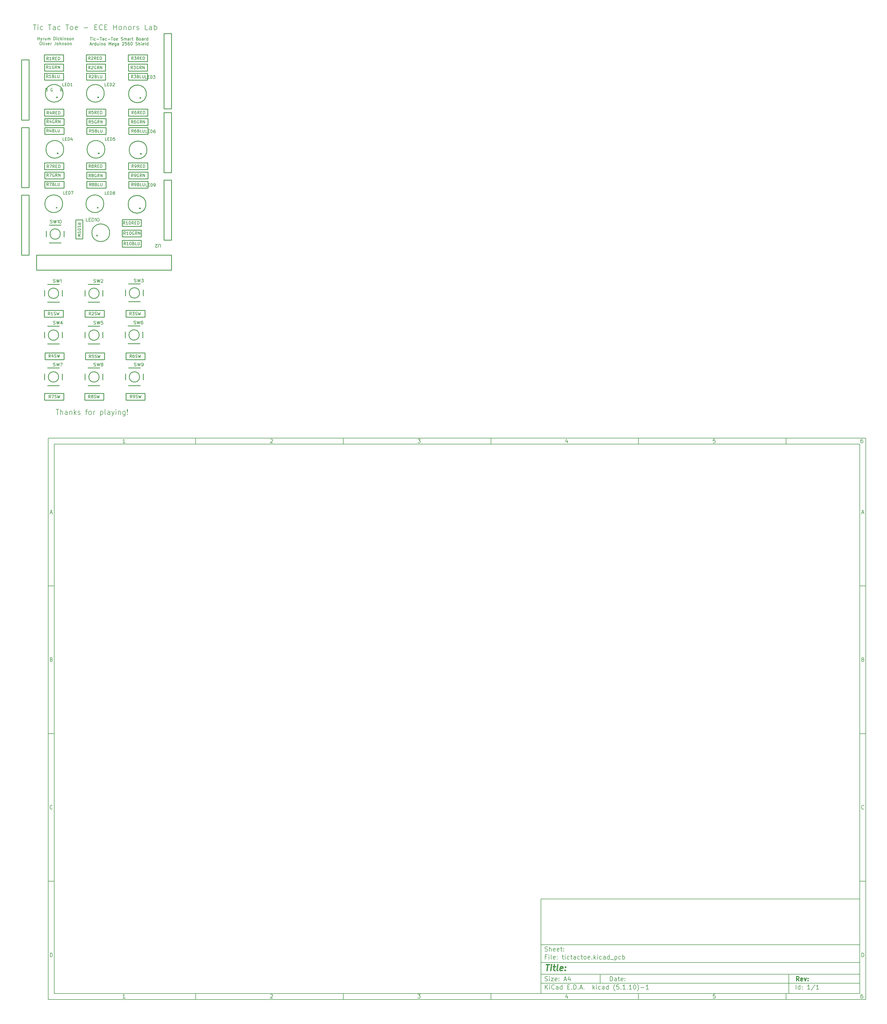
<source format=gbr>
%TF.GenerationSoftware,KiCad,Pcbnew,(5.1.10)-1*%
%TF.CreationDate,2021-10-16T16:01:45-05:00*%
%TF.ProjectId,tictactoe,74696374-6163-4746-9f65-2e6b69636164,rev?*%
%TF.SameCoordinates,Original*%
%TF.FileFunction,Legend,Top*%
%TF.FilePolarity,Positive*%
%FSLAX46Y46*%
G04 Gerber Fmt 4.6, Leading zero omitted, Abs format (unit mm)*
G04 Created by KiCad (PCBNEW (5.1.10)-1) date 2021-10-16 16:01:45*
%MOMM*%
%LPD*%
G01*
G04 APERTURE LIST*
%ADD10C,0.100000*%
%ADD11C,0.150000*%
%ADD12C,0.300000*%
%ADD13C,0.400000*%
%ADD14C,0.254000*%
%ADD15C,0.180000*%
%ADD16C,0.152400*%
G04 APERTURE END LIST*
D10*
D11*
X177002200Y-166007200D02*
X177002200Y-198007200D01*
X285002200Y-198007200D01*
X285002200Y-166007200D01*
X177002200Y-166007200D01*
D10*
D11*
X10000000Y-10000000D02*
X10000000Y-200007200D01*
X287002200Y-200007200D01*
X287002200Y-10000000D01*
X10000000Y-10000000D01*
D10*
D11*
X12000000Y-12000000D02*
X12000000Y-198007200D01*
X285002200Y-198007200D01*
X285002200Y-12000000D01*
X12000000Y-12000000D01*
D10*
D11*
X60000000Y-12000000D02*
X60000000Y-10000000D01*
D10*
D11*
X110000000Y-12000000D02*
X110000000Y-10000000D01*
D10*
D11*
X160000000Y-12000000D02*
X160000000Y-10000000D01*
D10*
D11*
X210000000Y-12000000D02*
X210000000Y-10000000D01*
D10*
D11*
X260000000Y-12000000D02*
X260000000Y-10000000D01*
D10*
D11*
X36065476Y-11588095D02*
X35322619Y-11588095D01*
X35694047Y-11588095D02*
X35694047Y-10288095D01*
X35570238Y-10473809D01*
X35446428Y-10597619D01*
X35322619Y-10659523D01*
D10*
D11*
X85322619Y-10411904D02*
X85384523Y-10350000D01*
X85508333Y-10288095D01*
X85817857Y-10288095D01*
X85941666Y-10350000D01*
X86003571Y-10411904D01*
X86065476Y-10535714D01*
X86065476Y-10659523D01*
X86003571Y-10845238D01*
X85260714Y-11588095D01*
X86065476Y-11588095D01*
D10*
D11*
X135260714Y-10288095D02*
X136065476Y-10288095D01*
X135632142Y-10783333D01*
X135817857Y-10783333D01*
X135941666Y-10845238D01*
X136003571Y-10907142D01*
X136065476Y-11030952D01*
X136065476Y-11340476D01*
X136003571Y-11464285D01*
X135941666Y-11526190D01*
X135817857Y-11588095D01*
X135446428Y-11588095D01*
X135322619Y-11526190D01*
X135260714Y-11464285D01*
D10*
D11*
X185941666Y-10721428D02*
X185941666Y-11588095D01*
X185632142Y-10226190D02*
X185322619Y-11154761D01*
X186127380Y-11154761D01*
D10*
D11*
X236003571Y-10288095D02*
X235384523Y-10288095D01*
X235322619Y-10907142D01*
X235384523Y-10845238D01*
X235508333Y-10783333D01*
X235817857Y-10783333D01*
X235941666Y-10845238D01*
X236003571Y-10907142D01*
X236065476Y-11030952D01*
X236065476Y-11340476D01*
X236003571Y-11464285D01*
X235941666Y-11526190D01*
X235817857Y-11588095D01*
X235508333Y-11588095D01*
X235384523Y-11526190D01*
X235322619Y-11464285D01*
D10*
D11*
X285941666Y-10288095D02*
X285694047Y-10288095D01*
X285570238Y-10350000D01*
X285508333Y-10411904D01*
X285384523Y-10597619D01*
X285322619Y-10845238D01*
X285322619Y-11340476D01*
X285384523Y-11464285D01*
X285446428Y-11526190D01*
X285570238Y-11588095D01*
X285817857Y-11588095D01*
X285941666Y-11526190D01*
X286003571Y-11464285D01*
X286065476Y-11340476D01*
X286065476Y-11030952D01*
X286003571Y-10907142D01*
X285941666Y-10845238D01*
X285817857Y-10783333D01*
X285570238Y-10783333D01*
X285446428Y-10845238D01*
X285384523Y-10907142D01*
X285322619Y-11030952D01*
D10*
D11*
X60000000Y-198007200D02*
X60000000Y-200007200D01*
D10*
D11*
X110000000Y-198007200D02*
X110000000Y-200007200D01*
D10*
D11*
X160000000Y-198007200D02*
X160000000Y-200007200D01*
D10*
D11*
X210000000Y-198007200D02*
X210000000Y-200007200D01*
D10*
D11*
X260000000Y-198007200D02*
X260000000Y-200007200D01*
D10*
D11*
X36065476Y-199595295D02*
X35322619Y-199595295D01*
X35694047Y-199595295D02*
X35694047Y-198295295D01*
X35570238Y-198481009D01*
X35446428Y-198604819D01*
X35322619Y-198666723D01*
D10*
D11*
X85322619Y-198419104D02*
X85384523Y-198357200D01*
X85508333Y-198295295D01*
X85817857Y-198295295D01*
X85941666Y-198357200D01*
X86003571Y-198419104D01*
X86065476Y-198542914D01*
X86065476Y-198666723D01*
X86003571Y-198852438D01*
X85260714Y-199595295D01*
X86065476Y-199595295D01*
D10*
D11*
X135260714Y-198295295D02*
X136065476Y-198295295D01*
X135632142Y-198790533D01*
X135817857Y-198790533D01*
X135941666Y-198852438D01*
X136003571Y-198914342D01*
X136065476Y-199038152D01*
X136065476Y-199347676D01*
X136003571Y-199471485D01*
X135941666Y-199533390D01*
X135817857Y-199595295D01*
X135446428Y-199595295D01*
X135322619Y-199533390D01*
X135260714Y-199471485D01*
D10*
D11*
X185941666Y-198728628D02*
X185941666Y-199595295D01*
X185632142Y-198233390D02*
X185322619Y-199161961D01*
X186127380Y-199161961D01*
D10*
D11*
X236003571Y-198295295D02*
X235384523Y-198295295D01*
X235322619Y-198914342D01*
X235384523Y-198852438D01*
X235508333Y-198790533D01*
X235817857Y-198790533D01*
X235941666Y-198852438D01*
X236003571Y-198914342D01*
X236065476Y-199038152D01*
X236065476Y-199347676D01*
X236003571Y-199471485D01*
X235941666Y-199533390D01*
X235817857Y-199595295D01*
X235508333Y-199595295D01*
X235384523Y-199533390D01*
X235322619Y-199471485D01*
D10*
D11*
X285941666Y-198295295D02*
X285694047Y-198295295D01*
X285570238Y-198357200D01*
X285508333Y-198419104D01*
X285384523Y-198604819D01*
X285322619Y-198852438D01*
X285322619Y-199347676D01*
X285384523Y-199471485D01*
X285446428Y-199533390D01*
X285570238Y-199595295D01*
X285817857Y-199595295D01*
X285941666Y-199533390D01*
X286003571Y-199471485D01*
X286065476Y-199347676D01*
X286065476Y-199038152D01*
X286003571Y-198914342D01*
X285941666Y-198852438D01*
X285817857Y-198790533D01*
X285570238Y-198790533D01*
X285446428Y-198852438D01*
X285384523Y-198914342D01*
X285322619Y-199038152D01*
D10*
D11*
X10000000Y-60000000D02*
X12000000Y-60000000D01*
D10*
D11*
X10000000Y-110000000D02*
X12000000Y-110000000D01*
D10*
D11*
X10000000Y-160000000D02*
X12000000Y-160000000D01*
D10*
D11*
X10690476Y-35216666D02*
X11309523Y-35216666D01*
X10566666Y-35588095D02*
X11000000Y-34288095D01*
X11433333Y-35588095D01*
D10*
D11*
X11092857Y-84907142D02*
X11278571Y-84969047D01*
X11340476Y-85030952D01*
X11402380Y-85154761D01*
X11402380Y-85340476D01*
X11340476Y-85464285D01*
X11278571Y-85526190D01*
X11154761Y-85588095D01*
X10659523Y-85588095D01*
X10659523Y-84288095D01*
X11092857Y-84288095D01*
X11216666Y-84350000D01*
X11278571Y-84411904D01*
X11340476Y-84535714D01*
X11340476Y-84659523D01*
X11278571Y-84783333D01*
X11216666Y-84845238D01*
X11092857Y-84907142D01*
X10659523Y-84907142D01*
D10*
D11*
X11402380Y-135464285D02*
X11340476Y-135526190D01*
X11154761Y-135588095D01*
X11030952Y-135588095D01*
X10845238Y-135526190D01*
X10721428Y-135402380D01*
X10659523Y-135278571D01*
X10597619Y-135030952D01*
X10597619Y-134845238D01*
X10659523Y-134597619D01*
X10721428Y-134473809D01*
X10845238Y-134350000D01*
X11030952Y-134288095D01*
X11154761Y-134288095D01*
X11340476Y-134350000D01*
X11402380Y-134411904D01*
D10*
D11*
X10659523Y-185588095D02*
X10659523Y-184288095D01*
X10969047Y-184288095D01*
X11154761Y-184350000D01*
X11278571Y-184473809D01*
X11340476Y-184597619D01*
X11402380Y-184845238D01*
X11402380Y-185030952D01*
X11340476Y-185278571D01*
X11278571Y-185402380D01*
X11154761Y-185526190D01*
X10969047Y-185588095D01*
X10659523Y-185588095D01*
D10*
D11*
X287002200Y-60000000D02*
X285002200Y-60000000D01*
D10*
D11*
X287002200Y-110000000D02*
X285002200Y-110000000D01*
D10*
D11*
X287002200Y-160000000D02*
X285002200Y-160000000D01*
D10*
D11*
X285692676Y-35216666D02*
X286311723Y-35216666D01*
X285568866Y-35588095D02*
X286002200Y-34288095D01*
X286435533Y-35588095D01*
D10*
D11*
X286095057Y-84907142D02*
X286280771Y-84969047D01*
X286342676Y-85030952D01*
X286404580Y-85154761D01*
X286404580Y-85340476D01*
X286342676Y-85464285D01*
X286280771Y-85526190D01*
X286156961Y-85588095D01*
X285661723Y-85588095D01*
X285661723Y-84288095D01*
X286095057Y-84288095D01*
X286218866Y-84350000D01*
X286280771Y-84411904D01*
X286342676Y-84535714D01*
X286342676Y-84659523D01*
X286280771Y-84783333D01*
X286218866Y-84845238D01*
X286095057Y-84907142D01*
X285661723Y-84907142D01*
D10*
D11*
X286404580Y-135464285D02*
X286342676Y-135526190D01*
X286156961Y-135588095D01*
X286033152Y-135588095D01*
X285847438Y-135526190D01*
X285723628Y-135402380D01*
X285661723Y-135278571D01*
X285599819Y-135030952D01*
X285599819Y-134845238D01*
X285661723Y-134597619D01*
X285723628Y-134473809D01*
X285847438Y-134350000D01*
X286033152Y-134288095D01*
X286156961Y-134288095D01*
X286342676Y-134350000D01*
X286404580Y-134411904D01*
D10*
D11*
X285661723Y-185588095D02*
X285661723Y-184288095D01*
X285971247Y-184288095D01*
X286156961Y-184350000D01*
X286280771Y-184473809D01*
X286342676Y-184597619D01*
X286404580Y-184845238D01*
X286404580Y-185030952D01*
X286342676Y-185278571D01*
X286280771Y-185402380D01*
X286156961Y-185526190D01*
X285971247Y-185588095D01*
X285661723Y-185588095D01*
D10*
D11*
X200434342Y-193785771D02*
X200434342Y-192285771D01*
X200791485Y-192285771D01*
X201005771Y-192357200D01*
X201148628Y-192500057D01*
X201220057Y-192642914D01*
X201291485Y-192928628D01*
X201291485Y-193142914D01*
X201220057Y-193428628D01*
X201148628Y-193571485D01*
X201005771Y-193714342D01*
X200791485Y-193785771D01*
X200434342Y-193785771D01*
X202577200Y-193785771D02*
X202577200Y-193000057D01*
X202505771Y-192857200D01*
X202362914Y-192785771D01*
X202077200Y-192785771D01*
X201934342Y-192857200D01*
X202577200Y-193714342D02*
X202434342Y-193785771D01*
X202077200Y-193785771D01*
X201934342Y-193714342D01*
X201862914Y-193571485D01*
X201862914Y-193428628D01*
X201934342Y-193285771D01*
X202077200Y-193214342D01*
X202434342Y-193214342D01*
X202577200Y-193142914D01*
X203077200Y-192785771D02*
X203648628Y-192785771D01*
X203291485Y-192285771D02*
X203291485Y-193571485D01*
X203362914Y-193714342D01*
X203505771Y-193785771D01*
X203648628Y-193785771D01*
X204720057Y-193714342D02*
X204577200Y-193785771D01*
X204291485Y-193785771D01*
X204148628Y-193714342D01*
X204077200Y-193571485D01*
X204077200Y-193000057D01*
X204148628Y-192857200D01*
X204291485Y-192785771D01*
X204577200Y-192785771D01*
X204720057Y-192857200D01*
X204791485Y-193000057D01*
X204791485Y-193142914D01*
X204077200Y-193285771D01*
X205434342Y-193642914D02*
X205505771Y-193714342D01*
X205434342Y-193785771D01*
X205362914Y-193714342D01*
X205434342Y-193642914D01*
X205434342Y-193785771D01*
X205434342Y-192857200D02*
X205505771Y-192928628D01*
X205434342Y-193000057D01*
X205362914Y-192928628D01*
X205434342Y-192857200D01*
X205434342Y-193000057D01*
D10*
D11*
X177002200Y-194507200D02*
X285002200Y-194507200D01*
D10*
D11*
X178434342Y-196585771D02*
X178434342Y-195085771D01*
X179291485Y-196585771D02*
X178648628Y-195728628D01*
X179291485Y-195085771D02*
X178434342Y-195942914D01*
X179934342Y-196585771D02*
X179934342Y-195585771D01*
X179934342Y-195085771D02*
X179862914Y-195157200D01*
X179934342Y-195228628D01*
X180005771Y-195157200D01*
X179934342Y-195085771D01*
X179934342Y-195228628D01*
X181505771Y-196442914D02*
X181434342Y-196514342D01*
X181220057Y-196585771D01*
X181077200Y-196585771D01*
X180862914Y-196514342D01*
X180720057Y-196371485D01*
X180648628Y-196228628D01*
X180577200Y-195942914D01*
X180577200Y-195728628D01*
X180648628Y-195442914D01*
X180720057Y-195300057D01*
X180862914Y-195157200D01*
X181077200Y-195085771D01*
X181220057Y-195085771D01*
X181434342Y-195157200D01*
X181505771Y-195228628D01*
X182791485Y-196585771D02*
X182791485Y-195800057D01*
X182720057Y-195657200D01*
X182577200Y-195585771D01*
X182291485Y-195585771D01*
X182148628Y-195657200D01*
X182791485Y-196514342D02*
X182648628Y-196585771D01*
X182291485Y-196585771D01*
X182148628Y-196514342D01*
X182077200Y-196371485D01*
X182077200Y-196228628D01*
X182148628Y-196085771D01*
X182291485Y-196014342D01*
X182648628Y-196014342D01*
X182791485Y-195942914D01*
X184148628Y-196585771D02*
X184148628Y-195085771D01*
X184148628Y-196514342D02*
X184005771Y-196585771D01*
X183720057Y-196585771D01*
X183577200Y-196514342D01*
X183505771Y-196442914D01*
X183434342Y-196300057D01*
X183434342Y-195871485D01*
X183505771Y-195728628D01*
X183577200Y-195657200D01*
X183720057Y-195585771D01*
X184005771Y-195585771D01*
X184148628Y-195657200D01*
X186005771Y-195800057D02*
X186505771Y-195800057D01*
X186720057Y-196585771D02*
X186005771Y-196585771D01*
X186005771Y-195085771D01*
X186720057Y-195085771D01*
X187362914Y-196442914D02*
X187434342Y-196514342D01*
X187362914Y-196585771D01*
X187291485Y-196514342D01*
X187362914Y-196442914D01*
X187362914Y-196585771D01*
X188077200Y-196585771D02*
X188077200Y-195085771D01*
X188434342Y-195085771D01*
X188648628Y-195157200D01*
X188791485Y-195300057D01*
X188862914Y-195442914D01*
X188934342Y-195728628D01*
X188934342Y-195942914D01*
X188862914Y-196228628D01*
X188791485Y-196371485D01*
X188648628Y-196514342D01*
X188434342Y-196585771D01*
X188077200Y-196585771D01*
X189577200Y-196442914D02*
X189648628Y-196514342D01*
X189577200Y-196585771D01*
X189505771Y-196514342D01*
X189577200Y-196442914D01*
X189577200Y-196585771D01*
X190220057Y-196157200D02*
X190934342Y-196157200D01*
X190077200Y-196585771D02*
X190577200Y-195085771D01*
X191077200Y-196585771D01*
X191577200Y-196442914D02*
X191648628Y-196514342D01*
X191577200Y-196585771D01*
X191505771Y-196514342D01*
X191577200Y-196442914D01*
X191577200Y-196585771D01*
X194577200Y-196585771D02*
X194577200Y-195085771D01*
X194720057Y-196014342D02*
X195148628Y-196585771D01*
X195148628Y-195585771D02*
X194577200Y-196157200D01*
X195791485Y-196585771D02*
X195791485Y-195585771D01*
X195791485Y-195085771D02*
X195720057Y-195157200D01*
X195791485Y-195228628D01*
X195862914Y-195157200D01*
X195791485Y-195085771D01*
X195791485Y-195228628D01*
X197148628Y-196514342D02*
X197005771Y-196585771D01*
X196720057Y-196585771D01*
X196577200Y-196514342D01*
X196505771Y-196442914D01*
X196434342Y-196300057D01*
X196434342Y-195871485D01*
X196505771Y-195728628D01*
X196577200Y-195657200D01*
X196720057Y-195585771D01*
X197005771Y-195585771D01*
X197148628Y-195657200D01*
X198434342Y-196585771D02*
X198434342Y-195800057D01*
X198362914Y-195657200D01*
X198220057Y-195585771D01*
X197934342Y-195585771D01*
X197791485Y-195657200D01*
X198434342Y-196514342D02*
X198291485Y-196585771D01*
X197934342Y-196585771D01*
X197791485Y-196514342D01*
X197720057Y-196371485D01*
X197720057Y-196228628D01*
X197791485Y-196085771D01*
X197934342Y-196014342D01*
X198291485Y-196014342D01*
X198434342Y-195942914D01*
X199791485Y-196585771D02*
X199791485Y-195085771D01*
X199791485Y-196514342D02*
X199648628Y-196585771D01*
X199362914Y-196585771D01*
X199220057Y-196514342D01*
X199148628Y-196442914D01*
X199077200Y-196300057D01*
X199077200Y-195871485D01*
X199148628Y-195728628D01*
X199220057Y-195657200D01*
X199362914Y-195585771D01*
X199648628Y-195585771D01*
X199791485Y-195657200D01*
X202077200Y-197157200D02*
X202005771Y-197085771D01*
X201862914Y-196871485D01*
X201791485Y-196728628D01*
X201720057Y-196514342D01*
X201648628Y-196157200D01*
X201648628Y-195871485D01*
X201720057Y-195514342D01*
X201791485Y-195300057D01*
X201862914Y-195157200D01*
X202005771Y-194942914D01*
X202077200Y-194871485D01*
X203362914Y-195085771D02*
X202648628Y-195085771D01*
X202577200Y-195800057D01*
X202648628Y-195728628D01*
X202791485Y-195657200D01*
X203148628Y-195657200D01*
X203291485Y-195728628D01*
X203362914Y-195800057D01*
X203434342Y-195942914D01*
X203434342Y-196300057D01*
X203362914Y-196442914D01*
X203291485Y-196514342D01*
X203148628Y-196585771D01*
X202791485Y-196585771D01*
X202648628Y-196514342D01*
X202577200Y-196442914D01*
X204077200Y-196442914D02*
X204148628Y-196514342D01*
X204077200Y-196585771D01*
X204005771Y-196514342D01*
X204077200Y-196442914D01*
X204077200Y-196585771D01*
X205577200Y-196585771D02*
X204720057Y-196585771D01*
X205148628Y-196585771D02*
X205148628Y-195085771D01*
X205005771Y-195300057D01*
X204862914Y-195442914D01*
X204720057Y-195514342D01*
X206220057Y-196442914D02*
X206291485Y-196514342D01*
X206220057Y-196585771D01*
X206148628Y-196514342D01*
X206220057Y-196442914D01*
X206220057Y-196585771D01*
X207720057Y-196585771D02*
X206862914Y-196585771D01*
X207291485Y-196585771D02*
X207291485Y-195085771D01*
X207148628Y-195300057D01*
X207005771Y-195442914D01*
X206862914Y-195514342D01*
X208648628Y-195085771D02*
X208791485Y-195085771D01*
X208934342Y-195157200D01*
X209005771Y-195228628D01*
X209077200Y-195371485D01*
X209148628Y-195657200D01*
X209148628Y-196014342D01*
X209077200Y-196300057D01*
X209005771Y-196442914D01*
X208934342Y-196514342D01*
X208791485Y-196585771D01*
X208648628Y-196585771D01*
X208505771Y-196514342D01*
X208434342Y-196442914D01*
X208362914Y-196300057D01*
X208291485Y-196014342D01*
X208291485Y-195657200D01*
X208362914Y-195371485D01*
X208434342Y-195228628D01*
X208505771Y-195157200D01*
X208648628Y-195085771D01*
X209648628Y-197157200D02*
X209720057Y-197085771D01*
X209862914Y-196871485D01*
X209934342Y-196728628D01*
X210005771Y-196514342D01*
X210077200Y-196157200D01*
X210077200Y-195871485D01*
X210005771Y-195514342D01*
X209934342Y-195300057D01*
X209862914Y-195157200D01*
X209720057Y-194942914D01*
X209648628Y-194871485D01*
X210791485Y-196014342D02*
X211934342Y-196014342D01*
X213434342Y-196585771D02*
X212577200Y-196585771D01*
X213005771Y-196585771D02*
X213005771Y-195085771D01*
X212862914Y-195300057D01*
X212720057Y-195442914D01*
X212577200Y-195514342D01*
D10*
D11*
X177002200Y-191507200D02*
X285002200Y-191507200D01*
D10*
D12*
X264411485Y-193785771D02*
X263911485Y-193071485D01*
X263554342Y-193785771D02*
X263554342Y-192285771D01*
X264125771Y-192285771D01*
X264268628Y-192357200D01*
X264340057Y-192428628D01*
X264411485Y-192571485D01*
X264411485Y-192785771D01*
X264340057Y-192928628D01*
X264268628Y-193000057D01*
X264125771Y-193071485D01*
X263554342Y-193071485D01*
X265625771Y-193714342D02*
X265482914Y-193785771D01*
X265197200Y-193785771D01*
X265054342Y-193714342D01*
X264982914Y-193571485D01*
X264982914Y-193000057D01*
X265054342Y-192857200D01*
X265197200Y-192785771D01*
X265482914Y-192785771D01*
X265625771Y-192857200D01*
X265697200Y-193000057D01*
X265697200Y-193142914D01*
X264982914Y-193285771D01*
X266197200Y-192785771D02*
X266554342Y-193785771D01*
X266911485Y-192785771D01*
X267482914Y-193642914D02*
X267554342Y-193714342D01*
X267482914Y-193785771D01*
X267411485Y-193714342D01*
X267482914Y-193642914D01*
X267482914Y-193785771D01*
X267482914Y-192857200D02*
X267554342Y-192928628D01*
X267482914Y-193000057D01*
X267411485Y-192928628D01*
X267482914Y-192857200D01*
X267482914Y-193000057D01*
D10*
D11*
X178362914Y-193714342D02*
X178577200Y-193785771D01*
X178934342Y-193785771D01*
X179077200Y-193714342D01*
X179148628Y-193642914D01*
X179220057Y-193500057D01*
X179220057Y-193357200D01*
X179148628Y-193214342D01*
X179077200Y-193142914D01*
X178934342Y-193071485D01*
X178648628Y-193000057D01*
X178505771Y-192928628D01*
X178434342Y-192857200D01*
X178362914Y-192714342D01*
X178362914Y-192571485D01*
X178434342Y-192428628D01*
X178505771Y-192357200D01*
X178648628Y-192285771D01*
X179005771Y-192285771D01*
X179220057Y-192357200D01*
X179862914Y-193785771D02*
X179862914Y-192785771D01*
X179862914Y-192285771D02*
X179791485Y-192357200D01*
X179862914Y-192428628D01*
X179934342Y-192357200D01*
X179862914Y-192285771D01*
X179862914Y-192428628D01*
X180434342Y-192785771D02*
X181220057Y-192785771D01*
X180434342Y-193785771D01*
X181220057Y-193785771D01*
X182362914Y-193714342D02*
X182220057Y-193785771D01*
X181934342Y-193785771D01*
X181791485Y-193714342D01*
X181720057Y-193571485D01*
X181720057Y-193000057D01*
X181791485Y-192857200D01*
X181934342Y-192785771D01*
X182220057Y-192785771D01*
X182362914Y-192857200D01*
X182434342Y-193000057D01*
X182434342Y-193142914D01*
X181720057Y-193285771D01*
X183077200Y-193642914D02*
X183148628Y-193714342D01*
X183077200Y-193785771D01*
X183005771Y-193714342D01*
X183077200Y-193642914D01*
X183077200Y-193785771D01*
X183077200Y-192857200D02*
X183148628Y-192928628D01*
X183077200Y-193000057D01*
X183005771Y-192928628D01*
X183077200Y-192857200D01*
X183077200Y-193000057D01*
X184862914Y-193357200D02*
X185577200Y-193357200D01*
X184720057Y-193785771D02*
X185220057Y-192285771D01*
X185720057Y-193785771D01*
X186862914Y-192785771D02*
X186862914Y-193785771D01*
X186505771Y-192214342D02*
X186148628Y-193285771D01*
X187077200Y-193285771D01*
D10*
D11*
X263434342Y-196585771D02*
X263434342Y-195085771D01*
X264791485Y-196585771D02*
X264791485Y-195085771D01*
X264791485Y-196514342D02*
X264648628Y-196585771D01*
X264362914Y-196585771D01*
X264220057Y-196514342D01*
X264148628Y-196442914D01*
X264077200Y-196300057D01*
X264077200Y-195871485D01*
X264148628Y-195728628D01*
X264220057Y-195657200D01*
X264362914Y-195585771D01*
X264648628Y-195585771D01*
X264791485Y-195657200D01*
X265505771Y-196442914D02*
X265577200Y-196514342D01*
X265505771Y-196585771D01*
X265434342Y-196514342D01*
X265505771Y-196442914D01*
X265505771Y-196585771D01*
X265505771Y-195657200D02*
X265577200Y-195728628D01*
X265505771Y-195800057D01*
X265434342Y-195728628D01*
X265505771Y-195657200D01*
X265505771Y-195800057D01*
X268148628Y-196585771D02*
X267291485Y-196585771D01*
X267720057Y-196585771D02*
X267720057Y-195085771D01*
X267577200Y-195300057D01*
X267434342Y-195442914D01*
X267291485Y-195514342D01*
X269862914Y-195014342D02*
X268577200Y-196942914D01*
X271148628Y-196585771D02*
X270291485Y-196585771D01*
X270720057Y-196585771D02*
X270720057Y-195085771D01*
X270577200Y-195300057D01*
X270434342Y-195442914D01*
X270291485Y-195514342D01*
D10*
D11*
X177002200Y-187507200D02*
X285002200Y-187507200D01*
D10*
D13*
X178714580Y-188211961D02*
X179857438Y-188211961D01*
X179036009Y-190211961D02*
X179286009Y-188211961D01*
X180274104Y-190211961D02*
X180440771Y-188878628D01*
X180524104Y-188211961D02*
X180416961Y-188307200D01*
X180500295Y-188402438D01*
X180607438Y-188307200D01*
X180524104Y-188211961D01*
X180500295Y-188402438D01*
X181107438Y-188878628D02*
X181869342Y-188878628D01*
X181476485Y-188211961D02*
X181262200Y-189926247D01*
X181333628Y-190116723D01*
X181512200Y-190211961D01*
X181702676Y-190211961D01*
X182655057Y-190211961D02*
X182476485Y-190116723D01*
X182405057Y-189926247D01*
X182619342Y-188211961D01*
X184190771Y-190116723D02*
X183988390Y-190211961D01*
X183607438Y-190211961D01*
X183428866Y-190116723D01*
X183357438Y-189926247D01*
X183452676Y-189164342D01*
X183571723Y-188973866D01*
X183774104Y-188878628D01*
X184155057Y-188878628D01*
X184333628Y-188973866D01*
X184405057Y-189164342D01*
X184381247Y-189354819D01*
X183405057Y-189545295D01*
X185155057Y-190021485D02*
X185238390Y-190116723D01*
X185131247Y-190211961D01*
X185047914Y-190116723D01*
X185155057Y-190021485D01*
X185131247Y-190211961D01*
X185286009Y-188973866D02*
X185369342Y-189069104D01*
X185262200Y-189164342D01*
X185178866Y-189069104D01*
X185286009Y-188973866D01*
X185262200Y-189164342D01*
D10*
D11*
X178934342Y-185600057D02*
X178434342Y-185600057D01*
X178434342Y-186385771D02*
X178434342Y-184885771D01*
X179148628Y-184885771D01*
X179720057Y-186385771D02*
X179720057Y-185385771D01*
X179720057Y-184885771D02*
X179648628Y-184957200D01*
X179720057Y-185028628D01*
X179791485Y-184957200D01*
X179720057Y-184885771D01*
X179720057Y-185028628D01*
X180648628Y-186385771D02*
X180505771Y-186314342D01*
X180434342Y-186171485D01*
X180434342Y-184885771D01*
X181791485Y-186314342D02*
X181648628Y-186385771D01*
X181362914Y-186385771D01*
X181220057Y-186314342D01*
X181148628Y-186171485D01*
X181148628Y-185600057D01*
X181220057Y-185457200D01*
X181362914Y-185385771D01*
X181648628Y-185385771D01*
X181791485Y-185457200D01*
X181862914Y-185600057D01*
X181862914Y-185742914D01*
X181148628Y-185885771D01*
X182505771Y-186242914D02*
X182577200Y-186314342D01*
X182505771Y-186385771D01*
X182434342Y-186314342D01*
X182505771Y-186242914D01*
X182505771Y-186385771D01*
X182505771Y-185457200D02*
X182577200Y-185528628D01*
X182505771Y-185600057D01*
X182434342Y-185528628D01*
X182505771Y-185457200D01*
X182505771Y-185600057D01*
X184148628Y-185385771D02*
X184720057Y-185385771D01*
X184362914Y-184885771D02*
X184362914Y-186171485D01*
X184434342Y-186314342D01*
X184577200Y-186385771D01*
X184720057Y-186385771D01*
X185220057Y-186385771D02*
X185220057Y-185385771D01*
X185220057Y-184885771D02*
X185148628Y-184957200D01*
X185220057Y-185028628D01*
X185291485Y-184957200D01*
X185220057Y-184885771D01*
X185220057Y-185028628D01*
X186577200Y-186314342D02*
X186434342Y-186385771D01*
X186148628Y-186385771D01*
X186005771Y-186314342D01*
X185934342Y-186242914D01*
X185862914Y-186100057D01*
X185862914Y-185671485D01*
X185934342Y-185528628D01*
X186005771Y-185457200D01*
X186148628Y-185385771D01*
X186434342Y-185385771D01*
X186577200Y-185457200D01*
X187005771Y-185385771D02*
X187577200Y-185385771D01*
X187220057Y-184885771D02*
X187220057Y-186171485D01*
X187291485Y-186314342D01*
X187434342Y-186385771D01*
X187577200Y-186385771D01*
X188720057Y-186385771D02*
X188720057Y-185600057D01*
X188648628Y-185457200D01*
X188505771Y-185385771D01*
X188220057Y-185385771D01*
X188077200Y-185457200D01*
X188720057Y-186314342D02*
X188577200Y-186385771D01*
X188220057Y-186385771D01*
X188077200Y-186314342D01*
X188005771Y-186171485D01*
X188005771Y-186028628D01*
X188077200Y-185885771D01*
X188220057Y-185814342D01*
X188577200Y-185814342D01*
X188720057Y-185742914D01*
X190077200Y-186314342D02*
X189934342Y-186385771D01*
X189648628Y-186385771D01*
X189505771Y-186314342D01*
X189434342Y-186242914D01*
X189362914Y-186100057D01*
X189362914Y-185671485D01*
X189434342Y-185528628D01*
X189505771Y-185457200D01*
X189648628Y-185385771D01*
X189934342Y-185385771D01*
X190077200Y-185457200D01*
X190505771Y-185385771D02*
X191077200Y-185385771D01*
X190720057Y-184885771D02*
X190720057Y-186171485D01*
X190791485Y-186314342D01*
X190934342Y-186385771D01*
X191077200Y-186385771D01*
X191791485Y-186385771D02*
X191648628Y-186314342D01*
X191577200Y-186242914D01*
X191505771Y-186100057D01*
X191505771Y-185671485D01*
X191577200Y-185528628D01*
X191648628Y-185457200D01*
X191791485Y-185385771D01*
X192005771Y-185385771D01*
X192148628Y-185457200D01*
X192220057Y-185528628D01*
X192291485Y-185671485D01*
X192291485Y-186100057D01*
X192220057Y-186242914D01*
X192148628Y-186314342D01*
X192005771Y-186385771D01*
X191791485Y-186385771D01*
X193505771Y-186314342D02*
X193362914Y-186385771D01*
X193077200Y-186385771D01*
X192934342Y-186314342D01*
X192862914Y-186171485D01*
X192862914Y-185600057D01*
X192934342Y-185457200D01*
X193077200Y-185385771D01*
X193362914Y-185385771D01*
X193505771Y-185457200D01*
X193577200Y-185600057D01*
X193577200Y-185742914D01*
X192862914Y-185885771D01*
X194220057Y-186242914D02*
X194291485Y-186314342D01*
X194220057Y-186385771D01*
X194148628Y-186314342D01*
X194220057Y-186242914D01*
X194220057Y-186385771D01*
X194934342Y-186385771D02*
X194934342Y-184885771D01*
X195077200Y-185814342D02*
X195505771Y-186385771D01*
X195505771Y-185385771D02*
X194934342Y-185957200D01*
X196148628Y-186385771D02*
X196148628Y-185385771D01*
X196148628Y-184885771D02*
X196077200Y-184957200D01*
X196148628Y-185028628D01*
X196220057Y-184957200D01*
X196148628Y-184885771D01*
X196148628Y-185028628D01*
X197505771Y-186314342D02*
X197362914Y-186385771D01*
X197077200Y-186385771D01*
X196934342Y-186314342D01*
X196862914Y-186242914D01*
X196791485Y-186100057D01*
X196791485Y-185671485D01*
X196862914Y-185528628D01*
X196934342Y-185457200D01*
X197077200Y-185385771D01*
X197362914Y-185385771D01*
X197505771Y-185457200D01*
X198791485Y-186385771D02*
X198791485Y-185600057D01*
X198720057Y-185457200D01*
X198577200Y-185385771D01*
X198291485Y-185385771D01*
X198148628Y-185457200D01*
X198791485Y-186314342D02*
X198648628Y-186385771D01*
X198291485Y-186385771D01*
X198148628Y-186314342D01*
X198077200Y-186171485D01*
X198077200Y-186028628D01*
X198148628Y-185885771D01*
X198291485Y-185814342D01*
X198648628Y-185814342D01*
X198791485Y-185742914D01*
X200148628Y-186385771D02*
X200148628Y-184885771D01*
X200148628Y-186314342D02*
X200005771Y-186385771D01*
X199720057Y-186385771D01*
X199577200Y-186314342D01*
X199505771Y-186242914D01*
X199434342Y-186100057D01*
X199434342Y-185671485D01*
X199505771Y-185528628D01*
X199577200Y-185457200D01*
X199720057Y-185385771D01*
X200005771Y-185385771D01*
X200148628Y-185457200D01*
X200505771Y-186528628D02*
X201648628Y-186528628D01*
X202005771Y-185385771D02*
X202005771Y-186885771D01*
X202005771Y-185457200D02*
X202148628Y-185385771D01*
X202434342Y-185385771D01*
X202577200Y-185457200D01*
X202648628Y-185528628D01*
X202720057Y-185671485D01*
X202720057Y-186100057D01*
X202648628Y-186242914D01*
X202577200Y-186314342D01*
X202434342Y-186385771D01*
X202148628Y-186385771D01*
X202005771Y-186314342D01*
X204005771Y-186314342D02*
X203862914Y-186385771D01*
X203577200Y-186385771D01*
X203434342Y-186314342D01*
X203362914Y-186242914D01*
X203291485Y-186100057D01*
X203291485Y-185671485D01*
X203362914Y-185528628D01*
X203434342Y-185457200D01*
X203577200Y-185385771D01*
X203862914Y-185385771D01*
X204005771Y-185457200D01*
X204648628Y-186385771D02*
X204648628Y-184885771D01*
X204648628Y-185457200D02*
X204791485Y-185385771D01*
X205077200Y-185385771D01*
X205220057Y-185457200D01*
X205291485Y-185528628D01*
X205362914Y-185671485D01*
X205362914Y-186100057D01*
X205291485Y-186242914D01*
X205220057Y-186314342D01*
X205077200Y-186385771D01*
X204791485Y-186385771D01*
X204648628Y-186314342D01*
D10*
D11*
X177002200Y-181507200D02*
X285002200Y-181507200D01*
D10*
D11*
X178362914Y-183614342D02*
X178577200Y-183685771D01*
X178934342Y-183685771D01*
X179077200Y-183614342D01*
X179148628Y-183542914D01*
X179220057Y-183400057D01*
X179220057Y-183257200D01*
X179148628Y-183114342D01*
X179077200Y-183042914D01*
X178934342Y-182971485D01*
X178648628Y-182900057D01*
X178505771Y-182828628D01*
X178434342Y-182757200D01*
X178362914Y-182614342D01*
X178362914Y-182471485D01*
X178434342Y-182328628D01*
X178505771Y-182257200D01*
X178648628Y-182185771D01*
X179005771Y-182185771D01*
X179220057Y-182257200D01*
X179862914Y-183685771D02*
X179862914Y-182185771D01*
X180505771Y-183685771D02*
X180505771Y-182900057D01*
X180434342Y-182757200D01*
X180291485Y-182685771D01*
X180077200Y-182685771D01*
X179934342Y-182757200D01*
X179862914Y-182828628D01*
X181791485Y-183614342D02*
X181648628Y-183685771D01*
X181362914Y-183685771D01*
X181220057Y-183614342D01*
X181148628Y-183471485D01*
X181148628Y-182900057D01*
X181220057Y-182757200D01*
X181362914Y-182685771D01*
X181648628Y-182685771D01*
X181791485Y-182757200D01*
X181862914Y-182900057D01*
X181862914Y-183042914D01*
X181148628Y-183185771D01*
X183077200Y-183614342D02*
X182934342Y-183685771D01*
X182648628Y-183685771D01*
X182505771Y-183614342D01*
X182434342Y-183471485D01*
X182434342Y-182900057D01*
X182505771Y-182757200D01*
X182648628Y-182685771D01*
X182934342Y-182685771D01*
X183077200Y-182757200D01*
X183148628Y-182900057D01*
X183148628Y-183042914D01*
X182434342Y-183185771D01*
X183577200Y-182685771D02*
X184148628Y-182685771D01*
X183791485Y-182185771D02*
X183791485Y-183471485D01*
X183862914Y-183614342D01*
X184005771Y-183685771D01*
X184148628Y-183685771D01*
X184648628Y-183542914D02*
X184720057Y-183614342D01*
X184648628Y-183685771D01*
X184577200Y-183614342D01*
X184648628Y-183542914D01*
X184648628Y-183685771D01*
X184648628Y-182757200D02*
X184720057Y-182828628D01*
X184648628Y-182900057D01*
X184577200Y-182828628D01*
X184648628Y-182757200D01*
X184648628Y-182900057D01*
D10*
D11*
X197002200Y-191507200D02*
X197002200Y-194507200D01*
D10*
D11*
X261002200Y-191507200D02*
X261002200Y-198007200D01*
X12668190Y-262847D02*
X13639619Y-262847D01*
X13153904Y-1962847D02*
X13153904Y-262847D01*
X14206285Y-1962847D02*
X14206285Y-262847D01*
X14934857Y-1962847D02*
X14934857Y-1072371D01*
X14853904Y-910466D01*
X14692000Y-829514D01*
X14449142Y-829514D01*
X14287238Y-910466D01*
X14206285Y-991419D01*
X16472952Y-1962847D02*
X16472952Y-1072371D01*
X16392000Y-910466D01*
X16230095Y-829514D01*
X15906285Y-829514D01*
X15744380Y-910466D01*
X16472952Y-1881895D02*
X16311047Y-1962847D01*
X15906285Y-1962847D01*
X15744380Y-1881895D01*
X15663428Y-1719990D01*
X15663428Y-1558085D01*
X15744380Y-1396180D01*
X15906285Y-1315228D01*
X16311047Y-1315228D01*
X16472952Y-1234276D01*
X17282476Y-829514D02*
X17282476Y-1962847D01*
X17282476Y-991419D02*
X17363428Y-910466D01*
X17525333Y-829514D01*
X17768190Y-829514D01*
X17930095Y-910466D01*
X18011047Y-1072371D01*
X18011047Y-1962847D01*
X18820571Y-1962847D02*
X18820571Y-262847D01*
X18982476Y-1315228D02*
X19468190Y-1962847D01*
X19468190Y-829514D02*
X18820571Y-1477133D01*
X20115809Y-1881895D02*
X20277714Y-1962847D01*
X20601523Y-1962847D01*
X20763428Y-1881895D01*
X20844380Y-1719990D01*
X20844380Y-1639038D01*
X20763428Y-1477133D01*
X20601523Y-1396180D01*
X20358666Y-1396180D01*
X20196761Y-1315228D01*
X20115809Y-1153323D01*
X20115809Y-1072371D01*
X20196761Y-910466D01*
X20358666Y-829514D01*
X20601523Y-829514D01*
X20763428Y-910466D01*
X22625333Y-829514D02*
X23272952Y-829514D01*
X22868190Y-1962847D02*
X22868190Y-505704D01*
X22949142Y-343800D01*
X23111047Y-262847D01*
X23272952Y-262847D01*
X24082476Y-1962847D02*
X23920571Y-1881895D01*
X23839619Y-1800942D01*
X23758666Y-1639038D01*
X23758666Y-1153323D01*
X23839619Y-991419D01*
X23920571Y-910466D01*
X24082476Y-829514D01*
X24325333Y-829514D01*
X24487238Y-910466D01*
X24568190Y-991419D01*
X24649142Y-1153323D01*
X24649142Y-1639038D01*
X24568190Y-1800942D01*
X24487238Y-1881895D01*
X24325333Y-1962847D01*
X24082476Y-1962847D01*
X25377714Y-1962847D02*
X25377714Y-829514D01*
X25377714Y-1153323D02*
X25458666Y-991419D01*
X25539619Y-910466D01*
X25701523Y-829514D01*
X25863428Y-829514D01*
X27725333Y-829514D02*
X27725333Y-2529514D01*
X27725333Y-910466D02*
X27887238Y-829514D01*
X28211047Y-829514D01*
X28372952Y-910466D01*
X28453904Y-991419D01*
X28534857Y-1153323D01*
X28534857Y-1639038D01*
X28453904Y-1800942D01*
X28372952Y-1881895D01*
X28211047Y-1962847D01*
X27887238Y-1962847D01*
X27725333Y-1881895D01*
X29506285Y-1962847D02*
X29344380Y-1881895D01*
X29263428Y-1719990D01*
X29263428Y-262847D01*
X30882476Y-1962847D02*
X30882476Y-1072371D01*
X30801523Y-910466D01*
X30639619Y-829514D01*
X30315809Y-829514D01*
X30153904Y-910466D01*
X30882476Y-1881895D02*
X30720571Y-1962847D01*
X30315809Y-1962847D01*
X30153904Y-1881895D01*
X30072952Y-1719990D01*
X30072952Y-1558085D01*
X30153904Y-1396180D01*
X30315809Y-1315228D01*
X30720571Y-1315228D01*
X30882476Y-1234276D01*
X31530095Y-829514D02*
X31934857Y-1962847D01*
X32339619Y-829514D02*
X31934857Y-1962847D01*
X31772952Y-2367609D01*
X31691999Y-2448561D01*
X31530095Y-2529514D01*
X32987238Y-1962847D02*
X32987238Y-829514D01*
X32987238Y-262847D02*
X32906285Y-343800D01*
X32987238Y-424752D01*
X33068190Y-343800D01*
X32987238Y-262847D01*
X32987238Y-424752D01*
X33796761Y-829514D02*
X33796761Y-1962847D01*
X33796761Y-991419D02*
X33877714Y-910466D01*
X34039619Y-829514D01*
X34282476Y-829514D01*
X34444380Y-910466D01*
X34525333Y-1072371D01*
X34525333Y-1962847D01*
X36063428Y-829514D02*
X36063428Y-2205704D01*
X35982476Y-2367609D01*
X35901523Y-2448561D01*
X35739619Y-2529514D01*
X35496761Y-2529514D01*
X35334857Y-2448561D01*
X36063428Y-1881895D02*
X35901523Y-1962847D01*
X35577714Y-1962847D01*
X35415809Y-1881895D01*
X35334857Y-1800942D01*
X35253904Y-1639038D01*
X35253904Y-1153323D01*
X35334857Y-991419D01*
X35415809Y-910466D01*
X35577714Y-829514D01*
X35901523Y-829514D01*
X36063428Y-910466D01*
X36872952Y-1800942D02*
X36953904Y-1881895D01*
X36872952Y-1962847D01*
X36792000Y-1881895D01*
X36872952Y-1800942D01*
X36872952Y-1962847D01*
X36872952Y-1315228D02*
X36792000Y-343800D01*
X36872952Y-262847D01*
X36953904Y-343800D01*
X36872952Y-1315228D01*
X36872952Y-262847D01*
X9485619Y108021428D02*
X9628476Y107973809D01*
X9676095Y107926190D01*
X9723714Y107830952D01*
X9723714Y107688095D01*
X9676095Y107592857D01*
X9628476Y107545238D01*
X9533238Y107497619D01*
X9152285Y107497619D01*
X9152285Y108497619D01*
X9485619Y108497619D01*
X9580857Y108450000D01*
X9628476Y108402380D01*
X9676095Y108307142D01*
X9676095Y108211904D01*
X9628476Y108116666D01*
X9580857Y108069047D01*
X9485619Y108021428D01*
X9152285Y108021428D01*
X11438000Y108450000D02*
X11342761Y108497619D01*
X11199904Y108497619D01*
X11057047Y108450000D01*
X10961809Y108354761D01*
X10914190Y108259523D01*
X10866571Y108069047D01*
X10866571Y107926190D01*
X10914190Y107735714D01*
X10961809Y107640476D01*
X11057047Y107545238D01*
X11199904Y107497619D01*
X11295142Y107497619D01*
X11438000Y107545238D01*
X11485619Y107592857D01*
X11485619Y107926190D01*
X11295142Y107926190D01*
X14771333Y107497619D02*
X14438000Y107973809D01*
X14199904Y107497619D02*
X14199904Y108497619D01*
X14580857Y108497619D01*
X14676095Y108450000D01*
X14723714Y108402380D01*
X14771333Y108307142D01*
X14771333Y108164285D01*
X14723714Y108069047D01*
X14676095Y108021428D01*
X14580857Y107973809D01*
X14199904Y107973809D01*
D14*
X26413000Y58850840D02*
X26413000Y58450840D01*
X26413000Y58450840D02*
X26613000Y58650840D01*
X26613000Y58650840D02*
X26413000Y58850840D01*
X30812990Y59568080D02*
G75*
G03*
X30812990Y59568080I-2999990J0D01*
G01*
X30812990Y59568080D02*
G75*
G03*
X30812990Y59568080I-2999990J0D01*
G01*
X26613000Y58650840D02*
X26413000Y58850840D01*
X26413000Y58850840D02*
X26413000Y58450840D01*
X26413000Y58450840D02*
X26613000Y58650840D01*
X43101510Y69189600D02*
G75*
G03*
X43101510Y69189600I-2999990J0D01*
G01*
X41218760Y67789600D02*
X41018760Y67989600D01*
X40818760Y67815000D02*
X41218760Y67815000D01*
X12799360Y68192800D02*
X12599360Y67992800D01*
X41018760Y67989600D02*
X40818760Y67789600D01*
X26543960Y67992800D02*
X26943960Y67992800D01*
X41018760Y68015000D02*
X40818760Y67815000D01*
X14882110Y69392800D02*
G75*
G03*
X14882110Y69392800I-2999990J0D01*
G01*
X26543960Y67992800D02*
X26943960Y67992800D01*
X26743960Y68192800D02*
X26543960Y67992800D01*
X12599360Y67992800D02*
X12999360Y67992800D01*
X40818760Y67789600D02*
X41218760Y67789600D01*
X26943960Y67992800D02*
X26743960Y68192800D01*
X43101510Y69215000D02*
G75*
G03*
X43101510Y69215000I-2999990J0D01*
G01*
X26743960Y68192800D02*
X26543960Y67992800D01*
X41218760Y67815000D02*
X41018760Y68015000D01*
X12999360Y67992800D02*
X12799360Y68192800D01*
X26943960Y67992800D02*
X26743960Y68192800D01*
X28826710Y69392800D02*
G75*
G03*
X28826710Y69392800I-2999990J0D01*
G01*
X28826710Y69392800D02*
G75*
G03*
X28826710Y69392800I-2999990J0D01*
G01*
X14882110Y69392800D02*
G75*
G03*
X14882110Y69392800I-2999990J0D01*
G01*
X12999360Y67992800D02*
X12799360Y68192800D01*
X12599360Y67992800D02*
X12999360Y67992800D01*
X12799360Y68192800D02*
X12599360Y67992800D01*
X43457110Y87604600D02*
G75*
G03*
X43457110Y87604600I-2999990J0D01*
G01*
X41574360Y86204600D02*
X41374360Y86404600D01*
X41174360Y86230000D02*
X41574360Y86230000D01*
X13154960Y86607800D02*
X12954960Y86407800D01*
X41374360Y86404600D02*
X41174360Y86204600D01*
X26899560Y86407800D02*
X27299560Y86407800D01*
X41374360Y86430000D02*
X41174360Y86230000D01*
X15237710Y87807800D02*
G75*
G03*
X15237710Y87807800I-2999990J0D01*
G01*
X26899560Y86407800D02*
X27299560Y86407800D01*
X27099560Y86607800D02*
X26899560Y86407800D01*
X12954960Y86407800D02*
X13354960Y86407800D01*
X41174360Y86204600D02*
X41574360Y86204600D01*
X27299560Y86407800D02*
X27099560Y86607800D01*
X43457110Y87630000D02*
G75*
G03*
X43457110Y87630000I-2999990J0D01*
G01*
X27099560Y86607800D02*
X26899560Y86407800D01*
X41574360Y86230000D02*
X41374360Y86430000D01*
X13354960Y86407800D02*
X13154960Y86607800D01*
X27299560Y86407800D02*
X27099560Y86607800D01*
X29182310Y87807800D02*
G75*
G03*
X29182310Y87807800I-2999990J0D01*
G01*
X29182310Y87807800D02*
G75*
G03*
X29182310Y87807800I-2999990J0D01*
G01*
X15237710Y87807800D02*
G75*
G03*
X15237710Y87807800I-2999990J0D01*
G01*
X13354960Y86407800D02*
X13154960Y86607800D01*
X12954960Y86407800D02*
X13354960Y86407800D01*
X13154960Y86607800D02*
X12954960Y86407800D01*
X43253910Y106603800D02*
G75*
G03*
X43253910Y106603800I-2999990J0D01*
G01*
X41371160Y105203800D02*
X41171160Y105403800D01*
X40971160Y105203800D02*
X41371160Y105203800D01*
X41171160Y105403800D02*
X40971160Y105203800D01*
X28979110Y106781600D02*
G75*
G03*
X28979110Y106781600I-2999990J0D01*
G01*
X27096360Y105381600D02*
X26896360Y105581600D01*
X26696360Y105381600D02*
X27096360Y105381600D01*
X26896360Y105581600D02*
X26696360Y105381600D01*
X15034510Y106781600D02*
G75*
G03*
X15034510Y106781600I-2999990J0D01*
G01*
X13151760Y105381600D02*
X12951760Y105581600D01*
X12751760Y105381600D02*
X13151760Y105381600D01*
X12951760Y105581600D02*
X12751760Y105381600D01*
X43253910Y106578400D02*
G75*
G03*
X43253910Y106578400I-2999990J0D01*
G01*
X41371160Y105178400D02*
X41171160Y105378400D01*
X40971160Y105178400D02*
X41371160Y105178400D01*
X41171160Y105378400D02*
X40971160Y105178400D01*
X28979110Y106781600D02*
G75*
G03*
X28979110Y106781600I-2999990J0D01*
G01*
X27096360Y105381600D02*
X26896360Y105581600D01*
X26696360Y105381600D02*
X27096360Y105381600D01*
X26896360Y105581600D02*
X26696360Y105381600D01*
D11*
X24228066Y125731019D02*
X24799495Y125731019D01*
X24513780Y124731019D02*
X24513780Y125731019D01*
X25132828Y124731019D02*
X25132828Y125397685D01*
X25132828Y125731019D02*
X25085209Y125683400D01*
X25132828Y125635780D01*
X25180447Y125683400D01*
X25132828Y125731019D01*
X25132828Y125635780D01*
X26037590Y124778638D02*
X25942352Y124731019D01*
X25751876Y124731019D01*
X25656638Y124778638D01*
X25609019Y124826257D01*
X25561400Y124921495D01*
X25561400Y125207209D01*
X25609019Y125302447D01*
X25656638Y125350066D01*
X25751876Y125397685D01*
X25942352Y125397685D01*
X26037590Y125350066D01*
X26466161Y125111971D02*
X27228066Y125111971D01*
X27561400Y125731019D02*
X28132828Y125731019D01*
X27847114Y124731019D02*
X27847114Y125731019D01*
X28894733Y124731019D02*
X28894733Y125254828D01*
X28847114Y125350066D01*
X28751876Y125397685D01*
X28561400Y125397685D01*
X28466161Y125350066D01*
X28894733Y124778638D02*
X28799495Y124731019D01*
X28561400Y124731019D01*
X28466161Y124778638D01*
X28418542Y124873876D01*
X28418542Y124969114D01*
X28466161Y125064352D01*
X28561400Y125111971D01*
X28799495Y125111971D01*
X28894733Y125159590D01*
X29799495Y124778638D02*
X29704257Y124731019D01*
X29513780Y124731019D01*
X29418542Y124778638D01*
X29370923Y124826257D01*
X29323304Y124921495D01*
X29323304Y125207209D01*
X29370923Y125302447D01*
X29418542Y125350066D01*
X29513780Y125397685D01*
X29704257Y125397685D01*
X29799495Y125350066D01*
X30228066Y125111971D02*
X30989971Y125111971D01*
X31323304Y125731019D02*
X31894733Y125731019D01*
X31609019Y124731019D02*
X31609019Y125731019D01*
X32370923Y124731019D02*
X32275685Y124778638D01*
X32228066Y124826257D01*
X32180447Y124921495D01*
X32180447Y125207209D01*
X32228066Y125302447D01*
X32275685Y125350066D01*
X32370923Y125397685D01*
X32513780Y125397685D01*
X32609019Y125350066D01*
X32656638Y125302447D01*
X32704257Y125207209D01*
X32704257Y124921495D01*
X32656638Y124826257D01*
X32609019Y124778638D01*
X32513780Y124731019D01*
X32370923Y124731019D01*
X33513780Y124778638D02*
X33418542Y124731019D01*
X33228066Y124731019D01*
X33132828Y124778638D01*
X33085209Y124873876D01*
X33085209Y125254828D01*
X33132828Y125350066D01*
X33228066Y125397685D01*
X33418542Y125397685D01*
X33513780Y125350066D01*
X33561400Y125254828D01*
X33561400Y125159590D01*
X33085209Y125064352D01*
X34704257Y124778638D02*
X34847114Y124731019D01*
X35085209Y124731019D01*
X35180447Y124778638D01*
X35228066Y124826257D01*
X35275685Y124921495D01*
X35275685Y125016733D01*
X35228066Y125111971D01*
X35180447Y125159590D01*
X35085209Y125207209D01*
X34894733Y125254828D01*
X34799495Y125302447D01*
X34751876Y125350066D01*
X34704257Y125445304D01*
X34704257Y125540542D01*
X34751876Y125635780D01*
X34799495Y125683400D01*
X34894733Y125731019D01*
X35132828Y125731019D01*
X35275685Y125683400D01*
X35704257Y124731019D02*
X35704257Y125397685D01*
X35704257Y125302447D02*
X35751876Y125350066D01*
X35847114Y125397685D01*
X35989971Y125397685D01*
X36085209Y125350066D01*
X36132828Y125254828D01*
X36132828Y124731019D01*
X36132828Y125254828D02*
X36180447Y125350066D01*
X36275685Y125397685D01*
X36418542Y125397685D01*
X36513780Y125350066D01*
X36561400Y125254828D01*
X36561400Y124731019D01*
X37466161Y124731019D02*
X37466161Y125254828D01*
X37418542Y125350066D01*
X37323304Y125397685D01*
X37132828Y125397685D01*
X37037590Y125350066D01*
X37466161Y124778638D02*
X37370923Y124731019D01*
X37132828Y124731019D01*
X37037590Y124778638D01*
X36989971Y124873876D01*
X36989971Y124969114D01*
X37037590Y125064352D01*
X37132828Y125111971D01*
X37370923Y125111971D01*
X37466161Y125159590D01*
X37942352Y124731019D02*
X37942352Y125397685D01*
X37942352Y125207209D02*
X37989971Y125302447D01*
X38037590Y125350066D01*
X38132828Y125397685D01*
X38228066Y125397685D01*
X38418542Y125397685D02*
X38799495Y125397685D01*
X38561400Y125731019D02*
X38561400Y124873876D01*
X38609019Y124778638D01*
X38704257Y124731019D01*
X38799495Y124731019D01*
X40228066Y125254828D02*
X40370923Y125207209D01*
X40418542Y125159590D01*
X40466161Y125064352D01*
X40466161Y124921495D01*
X40418542Y124826257D01*
X40370923Y124778638D01*
X40275685Y124731019D01*
X39894733Y124731019D01*
X39894733Y125731019D01*
X40228066Y125731019D01*
X40323304Y125683400D01*
X40370923Y125635780D01*
X40418542Y125540542D01*
X40418542Y125445304D01*
X40370923Y125350066D01*
X40323304Y125302447D01*
X40228066Y125254828D01*
X39894733Y125254828D01*
X41037590Y124731019D02*
X40942352Y124778638D01*
X40894733Y124826257D01*
X40847114Y124921495D01*
X40847114Y125207209D01*
X40894733Y125302447D01*
X40942352Y125350066D01*
X41037590Y125397685D01*
X41180447Y125397685D01*
X41275685Y125350066D01*
X41323304Y125302447D01*
X41370923Y125207209D01*
X41370923Y124921495D01*
X41323304Y124826257D01*
X41275685Y124778638D01*
X41180447Y124731019D01*
X41037590Y124731019D01*
X42228066Y124731019D02*
X42228066Y125254828D01*
X42180447Y125350066D01*
X42085209Y125397685D01*
X41894733Y125397685D01*
X41799495Y125350066D01*
X42228066Y124778638D02*
X42132828Y124731019D01*
X41894733Y124731019D01*
X41799495Y124778638D01*
X41751876Y124873876D01*
X41751876Y124969114D01*
X41799495Y125064352D01*
X41894733Y125111971D01*
X42132828Y125111971D01*
X42228066Y125159590D01*
X42704257Y124731019D02*
X42704257Y125397685D01*
X42704257Y125207209D02*
X42751876Y125302447D01*
X42799495Y125350066D01*
X42894733Y125397685D01*
X42989971Y125397685D01*
X43751876Y124731019D02*
X43751876Y125731019D01*
X43751876Y124778638D02*
X43656638Y124731019D01*
X43466161Y124731019D01*
X43370923Y124778638D01*
X43323304Y124826257D01*
X43275685Y124921495D01*
X43275685Y125207209D01*
X43323304Y125302447D01*
X43370923Y125350066D01*
X43466161Y125397685D01*
X43656638Y125397685D01*
X43751876Y125350066D01*
X24204257Y123366733D02*
X24680447Y123366733D01*
X24109019Y123081019D02*
X24442352Y124081019D01*
X24775685Y123081019D01*
X25109019Y123081019D02*
X25109019Y123747685D01*
X25109019Y123557209D02*
X25156638Y123652447D01*
X25204257Y123700066D01*
X25299495Y123747685D01*
X25394733Y123747685D01*
X26156638Y123081019D02*
X26156638Y124081019D01*
X26156638Y123128638D02*
X26061400Y123081019D01*
X25870923Y123081019D01*
X25775685Y123128638D01*
X25728066Y123176257D01*
X25680447Y123271495D01*
X25680447Y123557209D01*
X25728066Y123652447D01*
X25775685Y123700066D01*
X25870923Y123747685D01*
X26061400Y123747685D01*
X26156638Y123700066D01*
X27061400Y123747685D02*
X27061400Y123081019D01*
X26632828Y123747685D02*
X26632828Y123223876D01*
X26680447Y123128638D01*
X26775685Y123081019D01*
X26918542Y123081019D01*
X27013780Y123128638D01*
X27061400Y123176257D01*
X27537590Y123081019D02*
X27537590Y123747685D01*
X27537590Y124081019D02*
X27489971Y124033400D01*
X27537590Y123985780D01*
X27585209Y124033400D01*
X27537590Y124081019D01*
X27537590Y123985780D01*
X28013780Y123747685D02*
X28013780Y123081019D01*
X28013780Y123652447D02*
X28061400Y123700066D01*
X28156638Y123747685D01*
X28299495Y123747685D01*
X28394733Y123700066D01*
X28442352Y123604828D01*
X28442352Y123081019D01*
X29061400Y123081019D02*
X28966161Y123128638D01*
X28918542Y123176257D01*
X28870923Y123271495D01*
X28870923Y123557209D01*
X28918542Y123652447D01*
X28966161Y123700066D01*
X29061400Y123747685D01*
X29204257Y123747685D01*
X29299495Y123700066D01*
X29347114Y123652447D01*
X29394733Y123557209D01*
X29394733Y123271495D01*
X29347114Y123176257D01*
X29299495Y123128638D01*
X29204257Y123081019D01*
X29061400Y123081019D01*
X30585209Y123081019D02*
X30585209Y124081019D01*
X30918542Y123366733D01*
X31251876Y124081019D01*
X31251876Y123081019D01*
X32109019Y123128638D02*
X32013780Y123081019D01*
X31823304Y123081019D01*
X31728066Y123128638D01*
X31680447Y123223876D01*
X31680447Y123604828D01*
X31728066Y123700066D01*
X31823304Y123747685D01*
X32013780Y123747685D01*
X32109019Y123700066D01*
X32156638Y123604828D01*
X32156638Y123509590D01*
X31680447Y123414352D01*
X33013780Y123747685D02*
X33013780Y122938161D01*
X32966161Y122842923D01*
X32918542Y122795304D01*
X32823304Y122747685D01*
X32680447Y122747685D01*
X32585209Y122795304D01*
X33013780Y123128638D02*
X32918542Y123081019D01*
X32728066Y123081019D01*
X32632828Y123128638D01*
X32585209Y123176257D01*
X32537590Y123271495D01*
X32537590Y123557209D01*
X32585209Y123652447D01*
X32632828Y123700066D01*
X32728066Y123747685D01*
X32918542Y123747685D01*
X33013780Y123700066D01*
X33918542Y123081019D02*
X33918542Y123604828D01*
X33870923Y123700066D01*
X33775685Y123747685D01*
X33585209Y123747685D01*
X33489971Y123700066D01*
X33918542Y123128638D02*
X33823304Y123081019D01*
X33585209Y123081019D01*
X33489971Y123128638D01*
X33442352Y123223876D01*
X33442352Y123319114D01*
X33489971Y123414352D01*
X33585209Y123461971D01*
X33823304Y123461971D01*
X33918542Y123509590D01*
X35109019Y123985780D02*
X35156638Y124033400D01*
X35251876Y124081019D01*
X35489971Y124081019D01*
X35585209Y124033400D01*
X35632828Y123985780D01*
X35680447Y123890542D01*
X35680447Y123795304D01*
X35632828Y123652447D01*
X35061400Y123081019D01*
X35680447Y123081019D01*
X36585209Y124081019D02*
X36109019Y124081019D01*
X36061400Y123604828D01*
X36109019Y123652447D01*
X36204257Y123700066D01*
X36442352Y123700066D01*
X36537590Y123652447D01*
X36585209Y123604828D01*
X36632828Y123509590D01*
X36632828Y123271495D01*
X36585209Y123176257D01*
X36537590Y123128638D01*
X36442352Y123081019D01*
X36204257Y123081019D01*
X36109019Y123128638D01*
X36061400Y123176257D01*
X37489971Y124081019D02*
X37299495Y124081019D01*
X37204257Y124033400D01*
X37156638Y123985780D01*
X37061400Y123842923D01*
X37013780Y123652447D01*
X37013780Y123271495D01*
X37061400Y123176257D01*
X37109019Y123128638D01*
X37204257Y123081019D01*
X37394733Y123081019D01*
X37489971Y123128638D01*
X37537590Y123176257D01*
X37585209Y123271495D01*
X37585209Y123509590D01*
X37537590Y123604828D01*
X37489971Y123652447D01*
X37394733Y123700066D01*
X37204257Y123700066D01*
X37109019Y123652447D01*
X37061400Y123604828D01*
X37013780Y123509590D01*
X38204257Y124081019D02*
X38299495Y124081019D01*
X38394733Y124033400D01*
X38442352Y123985780D01*
X38489971Y123890542D01*
X38537590Y123700066D01*
X38537590Y123461971D01*
X38489971Y123271495D01*
X38442352Y123176257D01*
X38394733Y123128638D01*
X38299495Y123081019D01*
X38204257Y123081019D01*
X38109019Y123128638D01*
X38061400Y123176257D01*
X38013780Y123271495D01*
X37966161Y123461971D01*
X37966161Y123700066D01*
X38013780Y123890542D01*
X38061400Y123985780D01*
X38109019Y124033400D01*
X38204257Y124081019D01*
X39680447Y123128638D02*
X39823304Y123081019D01*
X40061400Y123081019D01*
X40156638Y123128638D01*
X40204257Y123176257D01*
X40251876Y123271495D01*
X40251876Y123366733D01*
X40204257Y123461971D01*
X40156638Y123509590D01*
X40061400Y123557209D01*
X39870923Y123604828D01*
X39775685Y123652447D01*
X39728066Y123700066D01*
X39680447Y123795304D01*
X39680447Y123890542D01*
X39728066Y123985780D01*
X39775685Y124033400D01*
X39870923Y124081019D01*
X40109019Y124081019D01*
X40251876Y124033400D01*
X40680447Y123081019D02*
X40680447Y124081019D01*
X41109019Y123081019D02*
X41109019Y123604828D01*
X41061400Y123700066D01*
X40966161Y123747685D01*
X40823304Y123747685D01*
X40728066Y123700066D01*
X40680447Y123652447D01*
X41585209Y123081019D02*
X41585209Y123747685D01*
X41585209Y124081019D02*
X41537590Y124033400D01*
X41585209Y123985780D01*
X41632828Y124033400D01*
X41585209Y124081019D01*
X41585209Y123985780D01*
X42442352Y123128638D02*
X42347114Y123081019D01*
X42156638Y123081019D01*
X42061400Y123128638D01*
X42013780Y123223876D01*
X42013780Y123604828D01*
X42061400Y123700066D01*
X42156638Y123747685D01*
X42347114Y123747685D01*
X42442352Y123700066D01*
X42489971Y123604828D01*
X42489971Y123509590D01*
X42013780Y123414352D01*
X43061400Y123081019D02*
X42966161Y123128638D01*
X42918542Y123223876D01*
X42918542Y124081019D01*
X43870923Y123081019D02*
X43870923Y124081019D01*
X43870923Y123128638D02*
X43775685Y123081019D01*
X43585209Y123081019D01*
X43489971Y123128638D01*
X43442352Y123176257D01*
X43394733Y123271495D01*
X43394733Y123557209D01*
X43442352Y123652447D01*
X43489971Y123700066D01*
X43585209Y123747685D01*
X43775685Y123747685D01*
X43870923Y123700066D01*
X38384314Y3611619D02*
X38050980Y4087809D01*
X37812885Y3611619D02*
X37812885Y4611619D01*
X38193838Y4611619D01*
X38289076Y4564000D01*
X38336695Y4516380D01*
X38384314Y4421142D01*
X38384314Y4278285D01*
X38336695Y4183047D01*
X38289076Y4135428D01*
X38193838Y4087809D01*
X37812885Y4087809D01*
X38860504Y3611619D02*
X39050980Y3611619D01*
X39146219Y3659238D01*
X39193838Y3706857D01*
X39289076Y3849714D01*
X39336695Y4040190D01*
X39336695Y4421142D01*
X39289076Y4516380D01*
X39241457Y4564000D01*
X39146219Y4611619D01*
X38955742Y4611619D01*
X38860504Y4564000D01*
X38812885Y4516380D01*
X38765266Y4421142D01*
X38765266Y4183047D01*
X38812885Y4087809D01*
X38860504Y4040190D01*
X38955742Y3992571D01*
X39146219Y3992571D01*
X39241457Y4040190D01*
X39289076Y4087809D01*
X39336695Y4183047D01*
X39717647Y3659238D02*
X39860504Y3611619D01*
X40098600Y3611619D01*
X40193838Y3659238D01*
X40241457Y3706857D01*
X40289076Y3802095D01*
X40289076Y3897333D01*
X40241457Y3992571D01*
X40193838Y4040190D01*
X40098600Y4087809D01*
X39908123Y4135428D01*
X39812885Y4183047D01*
X39765266Y4230666D01*
X39717647Y4325904D01*
X39717647Y4421142D01*
X39765266Y4516380D01*
X39812885Y4564000D01*
X39908123Y4611619D01*
X40146219Y4611619D01*
X40289076Y4564000D01*
X40622409Y4611619D02*
X40860504Y3611619D01*
X41050980Y4325904D01*
X41241457Y3611619D01*
X41479552Y4611619D01*
X24236514Y3611619D02*
X23903180Y4087809D01*
X23665085Y3611619D02*
X23665085Y4611619D01*
X24046038Y4611619D01*
X24141276Y4564000D01*
X24188895Y4516380D01*
X24236514Y4421142D01*
X24236514Y4278285D01*
X24188895Y4183047D01*
X24141276Y4135428D01*
X24046038Y4087809D01*
X23665085Y4087809D01*
X24807942Y4183047D02*
X24712704Y4230666D01*
X24665085Y4278285D01*
X24617466Y4373523D01*
X24617466Y4421142D01*
X24665085Y4516380D01*
X24712704Y4564000D01*
X24807942Y4611619D01*
X24998419Y4611619D01*
X25093657Y4564000D01*
X25141276Y4516380D01*
X25188895Y4421142D01*
X25188895Y4373523D01*
X25141276Y4278285D01*
X25093657Y4230666D01*
X24998419Y4183047D01*
X24807942Y4183047D01*
X24712704Y4135428D01*
X24665085Y4087809D01*
X24617466Y3992571D01*
X24617466Y3802095D01*
X24665085Y3706857D01*
X24712704Y3659238D01*
X24807942Y3611619D01*
X24998419Y3611619D01*
X25093657Y3659238D01*
X25141276Y3706857D01*
X25188895Y3802095D01*
X25188895Y3992571D01*
X25141276Y4087809D01*
X25093657Y4135428D01*
X24998419Y4183047D01*
X25569847Y3659238D02*
X25712704Y3611619D01*
X25950800Y3611619D01*
X26046038Y3659238D01*
X26093657Y3706857D01*
X26141276Y3802095D01*
X26141276Y3897333D01*
X26093657Y3992571D01*
X26046038Y4040190D01*
X25950800Y4087809D01*
X25760323Y4135428D01*
X25665085Y4183047D01*
X25617466Y4230666D01*
X25569847Y4325904D01*
X25569847Y4421142D01*
X25617466Y4516380D01*
X25665085Y4564000D01*
X25760323Y4611619D01*
X25998419Y4611619D01*
X26141276Y4564000D01*
X26474609Y4611619D02*
X26712704Y3611619D01*
X26903180Y4325904D01*
X27093657Y3611619D01*
X27331752Y4611619D01*
X10876114Y3611619D02*
X10542780Y4087809D01*
X10304685Y3611619D02*
X10304685Y4611619D01*
X10685638Y4611619D01*
X10780876Y4564000D01*
X10828495Y4516380D01*
X10876114Y4421142D01*
X10876114Y4278285D01*
X10828495Y4183047D01*
X10780876Y4135428D01*
X10685638Y4087809D01*
X10304685Y4087809D01*
X11209447Y4611619D02*
X11876114Y4611619D01*
X11447542Y3611619D01*
X12209447Y3659238D02*
X12352304Y3611619D01*
X12590400Y3611619D01*
X12685638Y3659238D01*
X12733257Y3706857D01*
X12780876Y3802095D01*
X12780876Y3897333D01*
X12733257Y3992571D01*
X12685638Y4040190D01*
X12590400Y4087809D01*
X12399923Y4135428D01*
X12304685Y4183047D01*
X12257066Y4230666D01*
X12209447Y4325904D01*
X12209447Y4421142D01*
X12257066Y4516380D01*
X12304685Y4564000D01*
X12399923Y4611619D01*
X12638019Y4611619D01*
X12780876Y4564000D01*
X13114209Y4611619D02*
X13352304Y3611619D01*
X13542780Y4325904D01*
X13733257Y3611619D01*
X13971352Y4611619D01*
X38282714Y17302219D02*
X37949380Y17778409D01*
X37711285Y17302219D02*
X37711285Y18302219D01*
X38092238Y18302219D01*
X38187476Y18254600D01*
X38235095Y18206980D01*
X38282714Y18111742D01*
X38282714Y17968885D01*
X38235095Y17873647D01*
X38187476Y17826028D01*
X38092238Y17778409D01*
X37711285Y17778409D01*
X39139857Y18302219D02*
X38949380Y18302219D01*
X38854142Y18254600D01*
X38806523Y18206980D01*
X38711285Y18064123D01*
X38663666Y17873647D01*
X38663666Y17492695D01*
X38711285Y17397457D01*
X38758904Y17349838D01*
X38854142Y17302219D01*
X39044619Y17302219D01*
X39139857Y17349838D01*
X39187476Y17397457D01*
X39235095Y17492695D01*
X39235095Y17730790D01*
X39187476Y17826028D01*
X39139857Y17873647D01*
X39044619Y17921266D01*
X38854142Y17921266D01*
X38758904Y17873647D01*
X38711285Y17826028D01*
X38663666Y17730790D01*
X39616047Y17349838D02*
X39758904Y17302219D01*
X39997000Y17302219D01*
X40092238Y17349838D01*
X40139857Y17397457D01*
X40187476Y17492695D01*
X40187476Y17587933D01*
X40139857Y17683171D01*
X40092238Y17730790D01*
X39997000Y17778409D01*
X39806523Y17826028D01*
X39711285Y17873647D01*
X39663666Y17921266D01*
X39616047Y18016504D01*
X39616047Y18111742D01*
X39663666Y18206980D01*
X39711285Y18254600D01*
X39806523Y18302219D01*
X40044619Y18302219D01*
X40187476Y18254600D01*
X40520809Y18302219D02*
X40758904Y17302219D01*
X40949380Y18016504D01*
X41139857Y17302219D01*
X41377952Y18302219D01*
X24490514Y17226019D02*
X24157180Y17702209D01*
X23919085Y17226019D02*
X23919085Y18226019D01*
X24300038Y18226019D01*
X24395276Y18178400D01*
X24442895Y18130780D01*
X24490514Y18035542D01*
X24490514Y17892685D01*
X24442895Y17797447D01*
X24395276Y17749828D01*
X24300038Y17702209D01*
X23919085Y17702209D01*
X25395276Y18226019D02*
X24919085Y18226019D01*
X24871466Y17749828D01*
X24919085Y17797447D01*
X25014323Y17845066D01*
X25252419Y17845066D01*
X25347657Y17797447D01*
X25395276Y17749828D01*
X25442895Y17654590D01*
X25442895Y17416495D01*
X25395276Y17321257D01*
X25347657Y17273638D01*
X25252419Y17226019D01*
X25014323Y17226019D01*
X24919085Y17273638D01*
X24871466Y17321257D01*
X25823847Y17273638D02*
X25966704Y17226019D01*
X26204800Y17226019D01*
X26300038Y17273638D01*
X26347657Y17321257D01*
X26395276Y17416495D01*
X26395276Y17511733D01*
X26347657Y17606971D01*
X26300038Y17654590D01*
X26204800Y17702209D01*
X26014323Y17749828D01*
X25919085Y17797447D01*
X25871466Y17845066D01*
X25823847Y17940304D01*
X25823847Y18035542D01*
X25871466Y18130780D01*
X25919085Y18178400D01*
X26014323Y18226019D01*
X26252419Y18226019D01*
X26395276Y18178400D01*
X26728609Y18226019D02*
X26966704Y17226019D01*
X27157180Y17940304D01*
X27347657Y17226019D01*
X27585752Y18226019D01*
X10799914Y17403819D02*
X10466580Y17880009D01*
X10228485Y17403819D02*
X10228485Y18403819D01*
X10609438Y18403819D01*
X10704676Y18356200D01*
X10752295Y18308580D01*
X10799914Y18213342D01*
X10799914Y18070485D01*
X10752295Y17975247D01*
X10704676Y17927628D01*
X10609438Y17880009D01*
X10228485Y17880009D01*
X11657057Y18070485D02*
X11657057Y17403819D01*
X11418961Y18451438D02*
X11180866Y17737152D01*
X11799914Y17737152D01*
X12133247Y17451438D02*
X12276104Y17403819D01*
X12514200Y17403819D01*
X12609438Y17451438D01*
X12657057Y17499057D01*
X12704676Y17594295D01*
X12704676Y17689533D01*
X12657057Y17784771D01*
X12609438Y17832390D01*
X12514200Y17880009D01*
X12323723Y17927628D01*
X12228485Y17975247D01*
X12180866Y18022866D01*
X12133247Y18118104D01*
X12133247Y18213342D01*
X12180866Y18308580D01*
X12228485Y18356200D01*
X12323723Y18403819D01*
X12561819Y18403819D01*
X12704676Y18356200D01*
X13038009Y18403819D02*
X13276104Y17403819D01*
X13466580Y18118104D01*
X13657057Y17403819D01*
X13895152Y18403819D01*
X38206514Y31678619D02*
X37873180Y32154809D01*
X37635085Y31678619D02*
X37635085Y32678619D01*
X38016038Y32678619D01*
X38111276Y32631000D01*
X38158895Y32583380D01*
X38206514Y32488142D01*
X38206514Y32345285D01*
X38158895Y32250047D01*
X38111276Y32202428D01*
X38016038Y32154809D01*
X37635085Y32154809D01*
X38539847Y32678619D02*
X39158895Y32678619D01*
X38825561Y32297666D01*
X38968419Y32297666D01*
X39063657Y32250047D01*
X39111276Y32202428D01*
X39158895Y32107190D01*
X39158895Y31869095D01*
X39111276Y31773857D01*
X39063657Y31726238D01*
X38968419Y31678619D01*
X38682704Y31678619D01*
X38587466Y31726238D01*
X38539847Y31773857D01*
X39539847Y31726238D02*
X39682704Y31678619D01*
X39920800Y31678619D01*
X40016038Y31726238D01*
X40063657Y31773857D01*
X40111276Y31869095D01*
X40111276Y31964333D01*
X40063657Y32059571D01*
X40016038Y32107190D01*
X39920800Y32154809D01*
X39730323Y32202428D01*
X39635085Y32250047D01*
X39587466Y32297666D01*
X39539847Y32392904D01*
X39539847Y32488142D01*
X39587466Y32583380D01*
X39635085Y32631000D01*
X39730323Y32678619D01*
X39968419Y32678619D01*
X40111276Y32631000D01*
X40444609Y32678619D02*
X40682704Y31678619D01*
X40873180Y32392904D01*
X41063657Y31678619D01*
X41301752Y32678619D01*
X24490514Y31678619D02*
X24157180Y32154809D01*
X23919085Y31678619D02*
X23919085Y32678619D01*
X24300038Y32678619D01*
X24395276Y32631000D01*
X24442895Y32583380D01*
X24490514Y32488142D01*
X24490514Y32345285D01*
X24442895Y32250047D01*
X24395276Y32202428D01*
X24300038Y32154809D01*
X23919085Y32154809D01*
X24871466Y32583380D02*
X24919085Y32631000D01*
X25014323Y32678619D01*
X25252419Y32678619D01*
X25347657Y32631000D01*
X25395276Y32583380D01*
X25442895Y32488142D01*
X25442895Y32392904D01*
X25395276Y32250047D01*
X24823847Y31678619D01*
X25442895Y31678619D01*
X25823847Y31726238D02*
X25966704Y31678619D01*
X26204800Y31678619D01*
X26300038Y31726238D01*
X26347657Y31773857D01*
X26395276Y31869095D01*
X26395276Y31964333D01*
X26347657Y32059571D01*
X26300038Y32107190D01*
X26204800Y32154809D01*
X26014323Y32202428D01*
X25919085Y32250047D01*
X25871466Y32297666D01*
X25823847Y32392904D01*
X25823847Y32488142D01*
X25871466Y32583380D01*
X25919085Y32631000D01*
X26014323Y32678619D01*
X26252419Y32678619D01*
X26395276Y32631000D01*
X26728609Y32678619D02*
X26966704Y31678619D01*
X27157180Y32392904D01*
X27347657Y31678619D01*
X27585752Y32678619D01*
X10622114Y31678619D02*
X10288780Y32154809D01*
X10050685Y31678619D02*
X10050685Y32678619D01*
X10431638Y32678619D01*
X10526876Y32631000D01*
X10574495Y32583380D01*
X10622114Y32488142D01*
X10622114Y32345285D01*
X10574495Y32250047D01*
X10526876Y32202428D01*
X10431638Y32154809D01*
X10050685Y32154809D01*
X11574495Y31678619D02*
X11003066Y31678619D01*
X11288780Y31678619D02*
X11288780Y32678619D01*
X11193542Y32535761D01*
X11098304Y32440523D01*
X11003066Y32392904D01*
X11955447Y31726238D02*
X12098304Y31678619D01*
X12336400Y31678619D01*
X12431638Y31726238D01*
X12479257Y31773857D01*
X12526876Y31869095D01*
X12526876Y31964333D01*
X12479257Y32059571D01*
X12431638Y32107190D01*
X12336400Y32154809D01*
X12145923Y32202428D01*
X12050685Y32250047D01*
X12003066Y32297666D01*
X11955447Y32392904D01*
X11955447Y32488142D01*
X12003066Y32583380D01*
X12050685Y32631000D01*
X12145923Y32678619D01*
X12384019Y32678619D01*
X12526876Y32631000D01*
X12860209Y32678619D02*
X13098304Y31678619D01*
X13288780Y32392904D01*
X13479257Y31678619D01*
X13717352Y32678619D01*
X20045419Y62294876D02*
X20521609Y62628209D01*
X20045419Y62866304D02*
X21045419Y62866304D01*
X21045419Y62485352D01*
X20997800Y62390114D01*
X20950180Y62342495D01*
X20854942Y62294876D01*
X20712085Y62294876D01*
X20616847Y62342495D01*
X20569228Y62390114D01*
X20521609Y62485352D01*
X20521609Y62866304D01*
X20045419Y61342495D02*
X20045419Y61913923D01*
X20045419Y61628209D02*
X21045419Y61628209D01*
X20902561Y61723447D01*
X20807323Y61818685D01*
X20759704Y61913923D01*
X21045419Y60723447D02*
X21045419Y60628209D01*
X20997800Y60532971D01*
X20950180Y60485352D01*
X20854942Y60437733D01*
X20664466Y60390114D01*
X20426371Y60390114D01*
X20235895Y60437733D01*
X20140657Y60485352D01*
X20093038Y60532971D01*
X20045419Y60628209D01*
X20045419Y60723447D01*
X20093038Y60818685D01*
X20140657Y60866304D01*
X20235895Y60913923D01*
X20426371Y60961542D01*
X20664466Y60961542D01*
X20854942Y60913923D01*
X20950180Y60866304D01*
X20997800Y60818685D01*
X21045419Y60723447D01*
X20093038Y60009161D02*
X20045419Y59866304D01*
X20045419Y59628209D01*
X20093038Y59532971D01*
X20140657Y59485352D01*
X20235895Y59437733D01*
X20331133Y59437733D01*
X20426371Y59485352D01*
X20473990Y59532971D01*
X20521609Y59628209D01*
X20569228Y59818685D01*
X20616847Y59913923D01*
X20664466Y59961542D01*
X20759704Y60009161D01*
X20854942Y60009161D01*
X20950180Y59961542D01*
X20997800Y59913923D01*
X21045419Y59818685D01*
X21045419Y59580590D01*
X20997800Y59437733D01*
X21045419Y59104400D02*
X20045419Y58866304D01*
X20759704Y58675828D01*
X20045419Y58485352D01*
X21045419Y58247257D01*
X36231771Y55402219D02*
X35898438Y55878409D01*
X35660342Y55402219D02*
X35660342Y56402219D01*
X36041295Y56402219D01*
X36136533Y56354600D01*
X36184152Y56306980D01*
X36231771Y56211742D01*
X36231771Y56068885D01*
X36184152Y55973647D01*
X36136533Y55926028D01*
X36041295Y55878409D01*
X35660342Y55878409D01*
X37184152Y55402219D02*
X36612723Y55402219D01*
X36898438Y55402219D02*
X36898438Y56402219D01*
X36803200Y56259361D01*
X36707961Y56164123D01*
X36612723Y56116504D01*
X37803200Y56402219D02*
X37898438Y56402219D01*
X37993676Y56354600D01*
X38041295Y56306980D01*
X38088914Y56211742D01*
X38136533Y56021266D01*
X38136533Y55783171D01*
X38088914Y55592695D01*
X38041295Y55497457D01*
X37993676Y55449838D01*
X37898438Y55402219D01*
X37803200Y55402219D01*
X37707961Y55449838D01*
X37660342Y55497457D01*
X37612723Y55592695D01*
X37565104Y55783171D01*
X37565104Y56021266D01*
X37612723Y56211742D01*
X37660342Y56306980D01*
X37707961Y56354600D01*
X37803200Y56402219D01*
X38898438Y55926028D02*
X39041295Y55878409D01*
X39088914Y55830790D01*
X39136533Y55735552D01*
X39136533Y55592695D01*
X39088914Y55497457D01*
X39041295Y55449838D01*
X38946057Y55402219D01*
X38565104Y55402219D01*
X38565104Y56402219D01*
X38898438Y56402219D01*
X38993676Y56354600D01*
X39041295Y56306980D01*
X39088914Y56211742D01*
X39088914Y56116504D01*
X39041295Y56021266D01*
X38993676Y55973647D01*
X38898438Y55926028D01*
X38565104Y55926028D01*
X40041295Y55402219D02*
X39565104Y55402219D01*
X39565104Y56402219D01*
X40374628Y56402219D02*
X40374628Y55592695D01*
X40422247Y55497457D01*
X40469866Y55449838D01*
X40565104Y55402219D01*
X40755580Y55402219D01*
X40850819Y55449838D01*
X40898438Y55497457D01*
X40946057Y55592695D01*
X40946057Y56402219D01*
X36187333Y58932819D02*
X35854000Y59409009D01*
X35615904Y58932819D02*
X35615904Y59932819D01*
X35996857Y59932819D01*
X36092095Y59885200D01*
X36139714Y59837580D01*
X36187333Y59742342D01*
X36187333Y59599485D01*
X36139714Y59504247D01*
X36092095Y59456628D01*
X35996857Y59409009D01*
X35615904Y59409009D01*
X37139714Y58932819D02*
X36568285Y58932819D01*
X36854000Y58932819D02*
X36854000Y59932819D01*
X36758761Y59789961D01*
X36663523Y59694723D01*
X36568285Y59647104D01*
X37758761Y59932819D02*
X37854000Y59932819D01*
X37949238Y59885200D01*
X37996857Y59837580D01*
X38044476Y59742342D01*
X38092095Y59551866D01*
X38092095Y59313771D01*
X38044476Y59123295D01*
X37996857Y59028057D01*
X37949238Y58980438D01*
X37854000Y58932819D01*
X37758761Y58932819D01*
X37663523Y58980438D01*
X37615904Y59028057D01*
X37568285Y59123295D01*
X37520666Y59313771D01*
X37520666Y59551866D01*
X37568285Y59742342D01*
X37615904Y59837580D01*
X37663523Y59885200D01*
X37758761Y59932819D01*
X39044476Y59885200D02*
X38949238Y59932819D01*
X38806380Y59932819D01*
X38663523Y59885200D01*
X38568285Y59789961D01*
X38520666Y59694723D01*
X38473047Y59504247D01*
X38473047Y59361390D01*
X38520666Y59170914D01*
X38568285Y59075676D01*
X38663523Y58980438D01*
X38806380Y58932819D01*
X38901619Y58932819D01*
X39044476Y58980438D01*
X39092095Y59028057D01*
X39092095Y59361390D01*
X38901619Y59361390D01*
X40092095Y58932819D02*
X39758761Y59409009D01*
X39520666Y58932819D02*
X39520666Y59932819D01*
X39901619Y59932819D01*
X39996857Y59885200D01*
X40044476Y59837580D01*
X40092095Y59742342D01*
X40092095Y59599485D01*
X40044476Y59504247D01*
X39996857Y59456628D01*
X39901619Y59409009D01*
X39520666Y59409009D01*
X40520666Y58932819D02*
X40520666Y59932819D01*
X41092095Y58932819D01*
X41092095Y59932819D01*
X36030161Y62412619D02*
X35696828Y62888809D01*
X35458733Y62412619D02*
X35458733Y63412619D01*
X35839685Y63412619D01*
X35934923Y63365000D01*
X35982542Y63317380D01*
X36030161Y63222142D01*
X36030161Y63079285D01*
X35982542Y62984047D01*
X35934923Y62936428D01*
X35839685Y62888809D01*
X35458733Y62888809D01*
X36982542Y62412619D02*
X36411114Y62412619D01*
X36696828Y62412619D02*
X36696828Y63412619D01*
X36601590Y63269761D01*
X36506352Y63174523D01*
X36411114Y63126904D01*
X37601590Y63412619D02*
X37696828Y63412619D01*
X37792066Y63365000D01*
X37839685Y63317380D01*
X37887304Y63222142D01*
X37934923Y63031666D01*
X37934923Y62793571D01*
X37887304Y62603095D01*
X37839685Y62507857D01*
X37792066Y62460238D01*
X37696828Y62412619D01*
X37601590Y62412619D01*
X37506352Y62460238D01*
X37458733Y62507857D01*
X37411114Y62603095D01*
X37363495Y62793571D01*
X37363495Y63031666D01*
X37411114Y63222142D01*
X37458733Y63317380D01*
X37506352Y63365000D01*
X37601590Y63412619D01*
X38934923Y62412619D02*
X38601590Y62888809D01*
X38363495Y62412619D02*
X38363495Y63412619D01*
X38744447Y63412619D01*
X38839685Y63365000D01*
X38887304Y63317380D01*
X38934923Y63222142D01*
X38934923Y63079285D01*
X38887304Y62984047D01*
X38839685Y62936428D01*
X38744447Y62888809D01*
X38363495Y62888809D01*
X39363495Y62936428D02*
X39696828Y62936428D01*
X39839685Y62412619D02*
X39363495Y62412619D01*
X39363495Y63412619D01*
X39839685Y63412619D01*
X40268257Y62412619D02*
X40268257Y63412619D01*
X40506352Y63412619D01*
X40649209Y63365000D01*
X40744447Y63269761D01*
X40792066Y63174523D01*
X40839685Y62984047D01*
X40839685Y62841190D01*
X40792066Y62650714D01*
X40744447Y62555476D01*
X40649209Y62460238D01*
X40506352Y62412619D01*
X40268257Y62412619D01*
X29792752Y72496419D02*
X29316561Y72496419D01*
X29316561Y73496419D01*
X30126085Y73020228D02*
X30459419Y73020228D01*
X30602276Y72496419D02*
X30126085Y72496419D01*
X30126085Y73496419D01*
X30602276Y73496419D01*
X31030847Y72496419D02*
X31030847Y73496419D01*
X31268942Y73496419D01*
X31411800Y73448800D01*
X31507038Y73353561D01*
X31554657Y73258323D01*
X31602276Y73067847D01*
X31602276Y72924990D01*
X31554657Y72734514D01*
X31507038Y72639276D01*
X31411800Y72544038D01*
X31268942Y72496419D01*
X31030847Y72496419D01*
X32173704Y73067847D02*
X32078466Y73115466D01*
X32030847Y73163085D01*
X31983228Y73258323D01*
X31983228Y73305942D01*
X32030847Y73401180D01*
X32078466Y73448800D01*
X32173704Y73496419D01*
X32364180Y73496419D01*
X32459419Y73448800D01*
X32507038Y73401180D01*
X32554657Y73305942D01*
X32554657Y73258323D01*
X32507038Y73163085D01*
X32459419Y73115466D01*
X32364180Y73067847D01*
X32173704Y73067847D01*
X32078466Y73020228D01*
X32030847Y72972609D01*
X31983228Y72877371D01*
X31983228Y72686895D01*
X32030847Y72591657D01*
X32078466Y72544038D01*
X32173704Y72496419D01*
X32364180Y72496419D01*
X32459419Y72544038D01*
X32507038Y72591657D01*
X32554657Y72686895D01*
X32554657Y72877371D01*
X32507038Y72972609D01*
X32459419Y73020228D01*
X32364180Y73067847D01*
X15695752Y72623419D02*
X15219561Y72623419D01*
X15219561Y73623419D01*
X16029085Y73147228D02*
X16362419Y73147228D01*
X16505276Y72623419D02*
X16029085Y72623419D01*
X16029085Y73623419D01*
X16505276Y73623419D01*
X16933847Y72623419D02*
X16933847Y73623419D01*
X17171942Y73623419D01*
X17314800Y73575800D01*
X17410038Y73480561D01*
X17457657Y73385323D01*
X17505276Y73194847D01*
X17505276Y73051990D01*
X17457657Y72861514D01*
X17410038Y72766276D01*
X17314800Y72671038D01*
X17171942Y72623419D01*
X16933847Y72623419D01*
X17838609Y73623419D02*
X18505276Y73623419D01*
X18076704Y72623419D01*
X29843552Y90809819D02*
X29367361Y90809819D01*
X29367361Y91809819D01*
X30176885Y91333628D02*
X30510219Y91333628D01*
X30653076Y90809819D02*
X30176885Y90809819D01*
X30176885Y91809819D01*
X30653076Y91809819D01*
X31081647Y90809819D02*
X31081647Y91809819D01*
X31319742Y91809819D01*
X31462600Y91762200D01*
X31557838Y91666961D01*
X31605457Y91571723D01*
X31653076Y91381247D01*
X31653076Y91238390D01*
X31605457Y91047914D01*
X31557838Y90952676D01*
X31462600Y90857438D01*
X31319742Y90809819D01*
X31081647Y90809819D01*
X32557838Y91809819D02*
X32081647Y91809819D01*
X32034028Y91333628D01*
X32081647Y91381247D01*
X32176885Y91428866D01*
X32414980Y91428866D01*
X32510219Y91381247D01*
X32557838Y91333628D01*
X32605457Y91238390D01*
X32605457Y91000295D01*
X32557838Y90905057D01*
X32510219Y90857438D01*
X32414980Y90809819D01*
X32176885Y90809819D01*
X32081647Y90857438D01*
X32034028Y90905057D01*
X15467152Y90809819D02*
X14990961Y90809819D01*
X14990961Y91809819D01*
X15800485Y91333628D02*
X16133819Y91333628D01*
X16276676Y90809819D02*
X15800485Y90809819D01*
X15800485Y91809819D01*
X16276676Y91809819D01*
X16705247Y90809819D02*
X16705247Y91809819D01*
X16943342Y91809819D01*
X17086200Y91762200D01*
X17181438Y91666961D01*
X17229057Y91571723D01*
X17276676Y91381247D01*
X17276676Y91238390D01*
X17229057Y91047914D01*
X17181438Y90952676D01*
X17086200Y90857438D01*
X16943342Y90809819D01*
X16705247Y90809819D01*
X18133819Y91476485D02*
X18133819Y90809819D01*
X17895723Y91857438D02*
X17657628Y91143152D01*
X18276676Y91143152D01*
X15416352Y109224819D02*
X14940161Y109224819D01*
X14940161Y110224819D01*
X15749685Y109748628D02*
X16083019Y109748628D01*
X16225876Y109224819D02*
X15749685Y109224819D01*
X15749685Y110224819D01*
X16225876Y110224819D01*
X16654447Y109224819D02*
X16654447Y110224819D01*
X16892542Y110224819D01*
X17035400Y110177200D01*
X17130638Y110081961D01*
X17178257Y109986723D01*
X17225876Y109796247D01*
X17225876Y109653390D01*
X17178257Y109462914D01*
X17130638Y109367676D01*
X17035400Y109272438D01*
X16892542Y109224819D01*
X16654447Y109224819D01*
X18178257Y109224819D02*
X17606828Y109224819D01*
X17892542Y109224819D02*
X17892542Y110224819D01*
X17797304Y110081961D01*
X17702066Y109986723D01*
X17606828Y109939104D01*
X29741952Y109250219D02*
X29265761Y109250219D01*
X29265761Y110250219D01*
X30075285Y109774028D02*
X30408619Y109774028D01*
X30551476Y109250219D02*
X30075285Y109250219D01*
X30075285Y110250219D01*
X30551476Y110250219D01*
X30980047Y109250219D02*
X30980047Y110250219D01*
X31218142Y110250219D01*
X31361000Y110202600D01*
X31456238Y110107361D01*
X31503857Y110012123D01*
X31551476Y109821647D01*
X31551476Y109678790D01*
X31503857Y109488314D01*
X31456238Y109393076D01*
X31361000Y109297838D01*
X31218142Y109250219D01*
X30980047Y109250219D01*
X31932428Y110154980D02*
X31980047Y110202600D01*
X32075285Y110250219D01*
X32313380Y110250219D01*
X32408619Y110202600D01*
X32456238Y110154980D01*
X32503857Y110059742D01*
X32503857Y109964504D01*
X32456238Y109821647D01*
X31884809Y109250219D01*
X32503857Y109250219D01*
D14*
X43750300Y74719780D02*
X37250290Y74719780D01*
X15302300Y74719780D02*
X8802290Y74719780D01*
X8802290Y77019810D02*
X15302300Y77019810D01*
X29526300Y77818580D02*
X23026290Y77818580D01*
X23026290Y77818580D02*
X23026290Y80118610D01*
X15276900Y83238180D02*
X15276900Y80998210D01*
X23000890Y83268210D02*
X29500900Y83268210D01*
X15302300Y76989780D02*
X15302300Y74749810D01*
X29526300Y74719780D02*
X23026290Y74719780D01*
X29526300Y80088580D02*
X29526300Y77848610D01*
X43750300Y76989780D02*
X43750300Y74749810D01*
X29526300Y76989780D02*
X29526300Y74749810D01*
X8776890Y80968180D02*
X8776890Y83268210D01*
X43724900Y80968180D02*
X37224890Y80968180D01*
X23000890Y80968180D02*
X23000890Y83268210D01*
X29500900Y83238180D02*
X29500900Y80998210D01*
X8802290Y77818580D02*
X8802290Y80118610D01*
X43724900Y83238180D02*
X43724900Y80998210D01*
X8776890Y83268210D02*
X15276900Y83268210D01*
X8802290Y74719780D02*
X8802290Y77019810D01*
X23026290Y74719780D02*
X23026290Y77019810D01*
X37250290Y77019810D02*
X43750300Y77019810D01*
X37250290Y74719780D02*
X37250290Y77019810D01*
X37224890Y80968180D02*
X37224890Y83268210D01*
X15302300Y77818580D02*
X8802290Y77818580D01*
X43750300Y80088580D02*
X43750300Y77848610D01*
X15276900Y80968180D02*
X8776890Y80968180D01*
X29500900Y80968180D02*
X23000890Y80968180D01*
X37224890Y83268210D02*
X43724900Y83268210D01*
X37250290Y77818580D02*
X37250290Y80118610D01*
X8802290Y80118610D02*
X15302300Y80118610D01*
X43750300Y77818580D02*
X37250290Y77818580D01*
X37250290Y80118610D02*
X43750300Y80118610D01*
X23026290Y80118610D02*
X29526300Y80118610D01*
X23026290Y77019810D02*
X29526300Y77019810D01*
X15302300Y80088580D02*
X15302300Y77848610D01*
D11*
X24541361Y75392019D02*
X24208028Y75868209D01*
X23969933Y75392019D02*
X23969933Y76392019D01*
X24350885Y76392019D01*
X24446123Y76344400D01*
X24493742Y76296780D01*
X24541361Y76201542D01*
X24541361Y76058685D01*
X24493742Y75963447D01*
X24446123Y75915828D01*
X24350885Y75868209D01*
X23969933Y75868209D01*
X25112790Y75963447D02*
X25017552Y76011066D01*
X24969933Y76058685D01*
X24922314Y76153923D01*
X24922314Y76201542D01*
X24969933Y76296780D01*
X25017552Y76344400D01*
X25112790Y76392019D01*
X25303266Y76392019D01*
X25398504Y76344400D01*
X25446123Y76296780D01*
X25493742Y76201542D01*
X25493742Y76153923D01*
X25446123Y76058685D01*
X25398504Y76011066D01*
X25303266Y75963447D01*
X25112790Y75963447D01*
X25017552Y75915828D01*
X24969933Y75868209D01*
X24922314Y75772971D01*
X24922314Y75582495D01*
X24969933Y75487257D01*
X25017552Y75439638D01*
X25112790Y75392019D01*
X25303266Y75392019D01*
X25398504Y75439638D01*
X25446123Y75487257D01*
X25493742Y75582495D01*
X25493742Y75772971D01*
X25446123Y75868209D01*
X25398504Y75915828D01*
X25303266Y75963447D01*
X26255647Y75915828D02*
X26398504Y75868209D01*
X26446123Y75820590D01*
X26493742Y75725352D01*
X26493742Y75582495D01*
X26446123Y75487257D01*
X26398504Y75439638D01*
X26303266Y75392019D01*
X25922314Y75392019D01*
X25922314Y76392019D01*
X26255647Y76392019D01*
X26350885Y76344400D01*
X26398504Y76296780D01*
X26446123Y76201542D01*
X26446123Y76106304D01*
X26398504Y76011066D01*
X26350885Y75963447D01*
X26255647Y75915828D01*
X25922314Y75915828D01*
X27398504Y75392019D02*
X26922314Y75392019D01*
X26922314Y76392019D01*
X27731838Y76392019D02*
X27731838Y75582495D01*
X27779457Y75487257D01*
X27827076Y75439638D01*
X27922314Y75392019D01*
X28112790Y75392019D01*
X28208028Y75439638D01*
X28255647Y75487257D01*
X28303266Y75582495D01*
X28303266Y76392019D01*
X38841561Y75392019D02*
X38508228Y75868209D01*
X38270133Y75392019D02*
X38270133Y76392019D01*
X38651085Y76392019D01*
X38746323Y76344400D01*
X38793942Y76296780D01*
X38841561Y76201542D01*
X38841561Y76058685D01*
X38793942Y75963447D01*
X38746323Y75915828D01*
X38651085Y75868209D01*
X38270133Y75868209D01*
X39317752Y75392019D02*
X39508228Y75392019D01*
X39603466Y75439638D01*
X39651085Y75487257D01*
X39746323Y75630114D01*
X39793942Y75820590D01*
X39793942Y76201542D01*
X39746323Y76296780D01*
X39698704Y76344400D01*
X39603466Y76392019D01*
X39412990Y76392019D01*
X39317752Y76344400D01*
X39270133Y76296780D01*
X39222514Y76201542D01*
X39222514Y75963447D01*
X39270133Y75868209D01*
X39317752Y75820590D01*
X39412990Y75772971D01*
X39603466Y75772971D01*
X39698704Y75820590D01*
X39746323Y75868209D01*
X39793942Y75963447D01*
X40555847Y75915828D02*
X40698704Y75868209D01*
X40746323Y75820590D01*
X40793942Y75725352D01*
X40793942Y75582495D01*
X40746323Y75487257D01*
X40698704Y75439638D01*
X40603466Y75392019D01*
X40222514Y75392019D01*
X40222514Y76392019D01*
X40555847Y76392019D01*
X40651085Y76344400D01*
X40698704Y76296780D01*
X40746323Y76201542D01*
X40746323Y76106304D01*
X40698704Y76011066D01*
X40651085Y75963447D01*
X40555847Y75915828D01*
X40222514Y75915828D01*
X41698704Y75392019D02*
X41222514Y75392019D01*
X41222514Y76392019D01*
X42032038Y76392019D02*
X42032038Y75582495D01*
X42079657Y75487257D01*
X42127276Y75439638D01*
X42222514Y75392019D01*
X42412990Y75392019D01*
X42508228Y75439638D01*
X42555847Y75487257D01*
X42603466Y75582495D01*
X42603466Y76392019D01*
X38746323Y78490819D02*
X38412990Y78967009D01*
X38174895Y78490819D02*
X38174895Y79490819D01*
X38555847Y79490819D01*
X38651085Y79443200D01*
X38698704Y79395580D01*
X38746323Y79300342D01*
X38746323Y79157485D01*
X38698704Y79062247D01*
X38651085Y79014628D01*
X38555847Y78967009D01*
X38174895Y78967009D01*
X39222514Y78490819D02*
X39412990Y78490819D01*
X39508228Y78538438D01*
X39555847Y78586057D01*
X39651085Y78728914D01*
X39698704Y78919390D01*
X39698704Y79300342D01*
X39651085Y79395580D01*
X39603466Y79443200D01*
X39508228Y79490819D01*
X39317752Y79490819D01*
X39222514Y79443200D01*
X39174895Y79395580D01*
X39127276Y79300342D01*
X39127276Y79062247D01*
X39174895Y78967009D01*
X39222514Y78919390D01*
X39317752Y78871771D01*
X39508228Y78871771D01*
X39603466Y78919390D01*
X39651085Y78967009D01*
X39698704Y79062247D01*
X40651085Y79443200D02*
X40555847Y79490819D01*
X40412990Y79490819D01*
X40270133Y79443200D01*
X40174895Y79347961D01*
X40127276Y79252723D01*
X40079657Y79062247D01*
X40079657Y78919390D01*
X40127276Y78728914D01*
X40174895Y78633676D01*
X40270133Y78538438D01*
X40412990Y78490819D01*
X40508228Y78490819D01*
X40651085Y78538438D01*
X40698704Y78586057D01*
X40698704Y78919390D01*
X40508228Y78919390D01*
X41698704Y78490819D02*
X41365371Y78967009D01*
X41127276Y78490819D02*
X41127276Y79490819D01*
X41508228Y79490819D01*
X41603466Y79443200D01*
X41651085Y79395580D01*
X41698704Y79300342D01*
X41698704Y79157485D01*
X41651085Y79062247D01*
X41603466Y79014628D01*
X41508228Y78967009D01*
X41127276Y78967009D01*
X42127276Y78490819D02*
X42127276Y79490819D01*
X42698704Y78490819D01*
X42698704Y79490819D01*
X38919352Y81640419D02*
X38586019Y82116609D01*
X38347923Y81640419D02*
X38347923Y82640419D01*
X38728876Y82640419D01*
X38824114Y82592800D01*
X38871733Y82545180D01*
X38919352Y82449942D01*
X38919352Y82307085D01*
X38871733Y82211847D01*
X38824114Y82164228D01*
X38728876Y82116609D01*
X38347923Y82116609D01*
X39395542Y81640419D02*
X39586019Y81640419D01*
X39681257Y81688038D01*
X39728876Y81735657D01*
X39824114Y81878514D01*
X39871733Y82068990D01*
X39871733Y82449942D01*
X39824114Y82545180D01*
X39776495Y82592800D01*
X39681257Y82640419D01*
X39490780Y82640419D01*
X39395542Y82592800D01*
X39347923Y82545180D01*
X39300304Y82449942D01*
X39300304Y82211847D01*
X39347923Y82116609D01*
X39395542Y82068990D01*
X39490780Y82021371D01*
X39681257Y82021371D01*
X39776495Y82068990D01*
X39824114Y82116609D01*
X39871733Y82211847D01*
X40871733Y81640419D02*
X40538400Y82116609D01*
X40300304Y81640419D02*
X40300304Y82640419D01*
X40681257Y82640419D01*
X40776495Y82592800D01*
X40824114Y82545180D01*
X40871733Y82449942D01*
X40871733Y82307085D01*
X40824114Y82211847D01*
X40776495Y82164228D01*
X40681257Y82116609D01*
X40300304Y82116609D01*
X41300304Y82164228D02*
X41633638Y82164228D01*
X41776495Y81640419D02*
X41300304Y81640419D01*
X41300304Y82640419D01*
X41776495Y82640419D01*
X42205066Y81640419D02*
X42205066Y82640419D01*
X42443161Y82640419D01*
X42586019Y82592800D01*
X42681257Y82497561D01*
X42728876Y82402323D01*
X42776495Y82211847D01*
X42776495Y82068990D01*
X42728876Y81878514D01*
X42681257Y81783276D01*
X42586019Y81688038D01*
X42443161Y81640419D01*
X42205066Y81640419D01*
X24365152Y81640419D02*
X24031819Y82116609D01*
X23793723Y81640419D02*
X23793723Y82640419D01*
X24174676Y82640419D01*
X24269914Y82592800D01*
X24317533Y82545180D01*
X24365152Y82449942D01*
X24365152Y82307085D01*
X24317533Y82211847D01*
X24269914Y82164228D01*
X24174676Y82116609D01*
X23793723Y82116609D01*
X24936580Y82211847D02*
X24841342Y82259466D01*
X24793723Y82307085D01*
X24746104Y82402323D01*
X24746104Y82449942D01*
X24793723Y82545180D01*
X24841342Y82592800D01*
X24936580Y82640419D01*
X25127057Y82640419D01*
X25222295Y82592800D01*
X25269914Y82545180D01*
X25317533Y82449942D01*
X25317533Y82402323D01*
X25269914Y82307085D01*
X25222295Y82259466D01*
X25127057Y82211847D01*
X24936580Y82211847D01*
X24841342Y82164228D01*
X24793723Y82116609D01*
X24746104Y82021371D01*
X24746104Y81830895D01*
X24793723Y81735657D01*
X24841342Y81688038D01*
X24936580Y81640419D01*
X25127057Y81640419D01*
X25222295Y81688038D01*
X25269914Y81735657D01*
X25317533Y81830895D01*
X25317533Y82021371D01*
X25269914Y82116609D01*
X25222295Y82164228D01*
X25127057Y82211847D01*
X26317533Y81640419D02*
X25984200Y82116609D01*
X25746104Y81640419D02*
X25746104Y82640419D01*
X26127057Y82640419D01*
X26222295Y82592800D01*
X26269914Y82545180D01*
X26317533Y82449942D01*
X26317533Y82307085D01*
X26269914Y82211847D01*
X26222295Y82164228D01*
X26127057Y82116609D01*
X25746104Y82116609D01*
X26746104Y82164228D02*
X27079438Y82164228D01*
X27222295Y81640419D02*
X26746104Y81640419D01*
X26746104Y82640419D01*
X27222295Y82640419D01*
X27650866Y81640419D02*
X27650866Y82640419D01*
X27888961Y82640419D01*
X28031819Y82592800D01*
X28127057Y82497561D01*
X28174676Y82402323D01*
X28222295Y82211847D01*
X28222295Y82068990D01*
X28174676Y81878514D01*
X28127057Y81783276D01*
X28031819Y81688038D01*
X27888961Y81640419D01*
X27650866Y81640419D01*
X24369923Y78465419D02*
X24036590Y78941609D01*
X23798495Y78465419D02*
X23798495Y79465419D01*
X24179447Y79465419D01*
X24274685Y79417800D01*
X24322304Y79370180D01*
X24369923Y79274942D01*
X24369923Y79132085D01*
X24322304Y79036847D01*
X24274685Y78989228D01*
X24179447Y78941609D01*
X23798495Y78941609D01*
X24941352Y79036847D02*
X24846114Y79084466D01*
X24798495Y79132085D01*
X24750876Y79227323D01*
X24750876Y79274942D01*
X24798495Y79370180D01*
X24846114Y79417800D01*
X24941352Y79465419D01*
X25131828Y79465419D01*
X25227066Y79417800D01*
X25274685Y79370180D01*
X25322304Y79274942D01*
X25322304Y79227323D01*
X25274685Y79132085D01*
X25227066Y79084466D01*
X25131828Y79036847D01*
X24941352Y79036847D01*
X24846114Y78989228D01*
X24798495Y78941609D01*
X24750876Y78846371D01*
X24750876Y78655895D01*
X24798495Y78560657D01*
X24846114Y78513038D01*
X24941352Y78465419D01*
X25131828Y78465419D01*
X25227066Y78513038D01*
X25274685Y78560657D01*
X25322304Y78655895D01*
X25322304Y78846371D01*
X25274685Y78941609D01*
X25227066Y78989228D01*
X25131828Y79036847D01*
X26274685Y79417800D02*
X26179447Y79465419D01*
X26036590Y79465419D01*
X25893733Y79417800D01*
X25798495Y79322561D01*
X25750876Y79227323D01*
X25703257Y79036847D01*
X25703257Y78893990D01*
X25750876Y78703514D01*
X25798495Y78608276D01*
X25893733Y78513038D01*
X26036590Y78465419D01*
X26131828Y78465419D01*
X26274685Y78513038D01*
X26322304Y78560657D01*
X26322304Y78893990D01*
X26131828Y78893990D01*
X27322304Y78465419D02*
X26988971Y78941609D01*
X26750876Y78465419D02*
X26750876Y79465419D01*
X27131828Y79465419D01*
X27227066Y79417800D01*
X27274685Y79370180D01*
X27322304Y79274942D01*
X27322304Y79132085D01*
X27274685Y79036847D01*
X27227066Y78989228D01*
X27131828Y78941609D01*
X26750876Y78941609D01*
X27750876Y78465419D02*
X27750876Y79465419D01*
X28322304Y78465419D01*
X28322304Y79465419D01*
X10088761Y75468219D02*
X9755428Y75944409D01*
X9517333Y75468219D02*
X9517333Y76468219D01*
X9898285Y76468219D01*
X9993523Y76420600D01*
X10041142Y76372980D01*
X10088761Y76277742D01*
X10088761Y76134885D01*
X10041142Y76039647D01*
X9993523Y75992028D01*
X9898285Y75944409D01*
X9517333Y75944409D01*
X10422095Y76468219D02*
X11088761Y76468219D01*
X10660190Y75468219D01*
X11803047Y75992028D02*
X11945904Y75944409D01*
X11993523Y75896790D01*
X12041142Y75801552D01*
X12041142Y75658695D01*
X11993523Y75563457D01*
X11945904Y75515838D01*
X11850666Y75468219D01*
X11469714Y75468219D01*
X11469714Y76468219D01*
X11803047Y76468219D01*
X11898285Y76420600D01*
X11945904Y76372980D01*
X11993523Y76277742D01*
X11993523Y76182504D01*
X11945904Y76087266D01*
X11898285Y76039647D01*
X11803047Y75992028D01*
X11469714Y75992028D01*
X12945904Y75468219D02*
X12469714Y75468219D01*
X12469714Y76468219D01*
X13279238Y76468219D02*
X13279238Y75658695D01*
X13326857Y75563457D01*
X13374476Y75515838D01*
X13469714Y75468219D01*
X13660190Y75468219D01*
X13755428Y75515838D01*
X13803047Y75563457D01*
X13850666Y75658695D01*
X13850666Y76468219D01*
X10095123Y78592419D02*
X9761790Y79068609D01*
X9523695Y78592419D02*
X9523695Y79592419D01*
X9904647Y79592419D01*
X9999885Y79544800D01*
X10047504Y79497180D01*
X10095123Y79401942D01*
X10095123Y79259085D01*
X10047504Y79163847D01*
X9999885Y79116228D01*
X9904647Y79068609D01*
X9523695Y79068609D01*
X10428457Y79592419D02*
X11095123Y79592419D01*
X10666552Y78592419D01*
X11999885Y79544800D02*
X11904647Y79592419D01*
X11761790Y79592419D01*
X11618933Y79544800D01*
X11523695Y79449561D01*
X11476076Y79354323D01*
X11428457Y79163847D01*
X11428457Y79020990D01*
X11476076Y78830514D01*
X11523695Y78735276D01*
X11618933Y78640038D01*
X11761790Y78592419D01*
X11857028Y78592419D01*
X11999885Y78640038D01*
X12047504Y78687657D01*
X12047504Y79020990D01*
X11857028Y79020990D01*
X13047504Y78592419D02*
X12714171Y79068609D01*
X12476076Y78592419D02*
X12476076Y79592419D01*
X12857028Y79592419D01*
X12952266Y79544800D01*
X12999885Y79497180D01*
X13047504Y79401942D01*
X13047504Y79259085D01*
X12999885Y79163847D01*
X12952266Y79116228D01*
X12857028Y79068609D01*
X12476076Y79068609D01*
X13476076Y78592419D02*
X13476076Y79592419D01*
X14047504Y78592419D01*
X14047504Y79592419D01*
X10191952Y81538819D02*
X9858619Y82015009D01*
X9620523Y81538819D02*
X9620523Y82538819D01*
X10001476Y82538819D01*
X10096714Y82491200D01*
X10144333Y82443580D01*
X10191952Y82348342D01*
X10191952Y82205485D01*
X10144333Y82110247D01*
X10096714Y82062628D01*
X10001476Y82015009D01*
X9620523Y82015009D01*
X10525285Y82538819D02*
X11191952Y82538819D01*
X10763380Y81538819D01*
X12144333Y81538819D02*
X11811000Y82015009D01*
X11572904Y81538819D02*
X11572904Y82538819D01*
X11953857Y82538819D01*
X12049095Y82491200D01*
X12096714Y82443580D01*
X12144333Y82348342D01*
X12144333Y82205485D01*
X12096714Y82110247D01*
X12049095Y82062628D01*
X11953857Y82015009D01*
X11572904Y82015009D01*
X12572904Y82062628D02*
X12906238Y82062628D01*
X13049095Y81538819D02*
X12572904Y81538819D01*
X12572904Y82538819D01*
X13049095Y82538819D01*
X13477666Y81538819D02*
X13477666Y82538819D01*
X13715761Y82538819D01*
X13858619Y82491200D01*
X13953857Y82395961D01*
X14001476Y82300723D01*
X14049095Y82110247D01*
X14049095Y81967390D01*
X14001476Y81776914D01*
X13953857Y81681676D01*
X13858619Y81586438D01*
X13715761Y81538819D01*
X13477666Y81538819D01*
X43559552Y75265019D02*
X43083361Y75265019D01*
X43083361Y76265019D01*
X43892885Y75788828D02*
X44226219Y75788828D01*
X44369076Y75265019D02*
X43892885Y75265019D01*
X43892885Y76265019D01*
X44369076Y76265019D01*
X44797647Y75265019D02*
X44797647Y76265019D01*
X45035742Y76265019D01*
X45178600Y76217400D01*
X45273838Y76122161D01*
X45321457Y76026923D01*
X45369076Y75836447D01*
X45369076Y75693590D01*
X45321457Y75503114D01*
X45273838Y75407876D01*
X45178600Y75312638D01*
X45035742Y75265019D01*
X44797647Y75265019D01*
X45845266Y75265019D02*
X46035742Y75265019D01*
X46130980Y75312638D01*
X46178600Y75360257D01*
X46273838Y75503114D01*
X46321457Y75693590D01*
X46321457Y76074542D01*
X46273838Y76169780D01*
X46226219Y76217400D01*
X46130980Y76265019D01*
X45940504Y76265019D01*
X45845266Y76217400D01*
X45797647Y76169780D01*
X45750028Y76074542D01*
X45750028Y75836447D01*
X45797647Y75741209D01*
X45845266Y75693590D01*
X45940504Y75645971D01*
X46130980Y75645971D01*
X46226219Y75693590D01*
X46273838Y75741209D01*
X46321457Y75836447D01*
D14*
X43750300Y92880780D02*
X37250290Y92880780D01*
X15302300Y92880780D02*
X8802290Y92880780D01*
X8802290Y95180810D02*
X15302300Y95180810D01*
X29526300Y95979580D02*
X23026290Y95979580D01*
X23026290Y95979580D02*
X23026290Y98279610D01*
X15276900Y101399180D02*
X15276900Y99159210D01*
X23000890Y101429210D02*
X29500900Y101429210D01*
X15302300Y95150780D02*
X15302300Y92910810D01*
X29526300Y92880780D02*
X23026290Y92880780D01*
X29526300Y98249580D02*
X29526300Y96009610D01*
X43750300Y95150780D02*
X43750300Y92910810D01*
X29526300Y95150780D02*
X29526300Y92910810D01*
X8776890Y99129180D02*
X8776890Y101429210D01*
X43724900Y99129180D02*
X37224890Y99129180D01*
X23000890Y99129180D02*
X23000890Y101429210D01*
X29500900Y101399180D02*
X29500900Y99159210D01*
X8802290Y95979580D02*
X8802290Y98279610D01*
X43724900Y101399180D02*
X43724900Y99159210D01*
X8776890Y101429210D02*
X15276900Y101429210D01*
X8802290Y92880780D02*
X8802290Y95180810D01*
X23026290Y92880780D02*
X23026290Y95180810D01*
X37250290Y95180810D02*
X43750300Y95180810D01*
X37250290Y92880780D02*
X37250290Y95180810D01*
X37224890Y99129180D02*
X37224890Y101429210D01*
X15302300Y95979580D02*
X8802290Y95979580D01*
X43750300Y98249580D02*
X43750300Y96009610D01*
X15276900Y99129180D02*
X8776890Y99129180D01*
X29500900Y99129180D02*
X23000890Y99129180D01*
X37224890Y101429210D02*
X43724900Y101429210D01*
X37250290Y95979580D02*
X37250290Y98279610D01*
X8802290Y98279610D02*
X15302300Y98279610D01*
X43750300Y95979580D02*
X37250290Y95979580D01*
X37250290Y98279610D02*
X43750300Y98279610D01*
X23026290Y98279610D02*
X29526300Y98279610D01*
X23026290Y95180810D02*
X29526300Y95180810D01*
X15302300Y98249580D02*
X15302300Y96009610D01*
D11*
X24541361Y93553019D02*
X24208028Y94029209D01*
X23969933Y93553019D02*
X23969933Y94553019D01*
X24350885Y94553019D01*
X24446123Y94505400D01*
X24493742Y94457780D01*
X24541361Y94362542D01*
X24541361Y94219685D01*
X24493742Y94124447D01*
X24446123Y94076828D01*
X24350885Y94029209D01*
X23969933Y94029209D01*
X25446123Y94553019D02*
X24969933Y94553019D01*
X24922314Y94076828D01*
X24969933Y94124447D01*
X25065171Y94172066D01*
X25303266Y94172066D01*
X25398504Y94124447D01*
X25446123Y94076828D01*
X25493742Y93981590D01*
X25493742Y93743495D01*
X25446123Y93648257D01*
X25398504Y93600638D01*
X25303266Y93553019D01*
X25065171Y93553019D01*
X24969933Y93600638D01*
X24922314Y93648257D01*
X26255647Y94076828D02*
X26398504Y94029209D01*
X26446123Y93981590D01*
X26493742Y93886352D01*
X26493742Y93743495D01*
X26446123Y93648257D01*
X26398504Y93600638D01*
X26303266Y93553019D01*
X25922314Y93553019D01*
X25922314Y94553019D01*
X26255647Y94553019D01*
X26350885Y94505400D01*
X26398504Y94457780D01*
X26446123Y94362542D01*
X26446123Y94267304D01*
X26398504Y94172066D01*
X26350885Y94124447D01*
X26255647Y94076828D01*
X25922314Y94076828D01*
X27398504Y93553019D02*
X26922314Y93553019D01*
X26922314Y94553019D01*
X27731838Y94553019D02*
X27731838Y93743495D01*
X27779457Y93648257D01*
X27827076Y93600638D01*
X27922314Y93553019D01*
X28112790Y93553019D01*
X28208028Y93600638D01*
X28255647Y93648257D01*
X28303266Y93743495D01*
X28303266Y94553019D01*
X38841561Y93553019D02*
X38508228Y94029209D01*
X38270133Y93553019D02*
X38270133Y94553019D01*
X38651085Y94553019D01*
X38746323Y94505400D01*
X38793942Y94457780D01*
X38841561Y94362542D01*
X38841561Y94219685D01*
X38793942Y94124447D01*
X38746323Y94076828D01*
X38651085Y94029209D01*
X38270133Y94029209D01*
X39698704Y94553019D02*
X39508228Y94553019D01*
X39412990Y94505400D01*
X39365371Y94457780D01*
X39270133Y94314923D01*
X39222514Y94124447D01*
X39222514Y93743495D01*
X39270133Y93648257D01*
X39317752Y93600638D01*
X39412990Y93553019D01*
X39603466Y93553019D01*
X39698704Y93600638D01*
X39746323Y93648257D01*
X39793942Y93743495D01*
X39793942Y93981590D01*
X39746323Y94076828D01*
X39698704Y94124447D01*
X39603466Y94172066D01*
X39412990Y94172066D01*
X39317752Y94124447D01*
X39270133Y94076828D01*
X39222514Y93981590D01*
X40555847Y94076828D02*
X40698704Y94029209D01*
X40746323Y93981590D01*
X40793942Y93886352D01*
X40793942Y93743495D01*
X40746323Y93648257D01*
X40698704Y93600638D01*
X40603466Y93553019D01*
X40222514Y93553019D01*
X40222514Y94553019D01*
X40555847Y94553019D01*
X40651085Y94505400D01*
X40698704Y94457780D01*
X40746323Y94362542D01*
X40746323Y94267304D01*
X40698704Y94172066D01*
X40651085Y94124447D01*
X40555847Y94076828D01*
X40222514Y94076828D01*
X41698704Y93553019D02*
X41222514Y93553019D01*
X41222514Y94553019D01*
X42032038Y94553019D02*
X42032038Y93743495D01*
X42079657Y93648257D01*
X42127276Y93600638D01*
X42222514Y93553019D01*
X42412990Y93553019D01*
X42508228Y93600638D01*
X42555847Y93648257D01*
X42603466Y93743495D01*
X42603466Y94553019D01*
X38746323Y96651819D02*
X38412990Y97128009D01*
X38174895Y96651819D02*
X38174895Y97651819D01*
X38555847Y97651819D01*
X38651085Y97604200D01*
X38698704Y97556580D01*
X38746323Y97461342D01*
X38746323Y97318485D01*
X38698704Y97223247D01*
X38651085Y97175628D01*
X38555847Y97128009D01*
X38174895Y97128009D01*
X39603466Y97651819D02*
X39412990Y97651819D01*
X39317752Y97604200D01*
X39270133Y97556580D01*
X39174895Y97413723D01*
X39127276Y97223247D01*
X39127276Y96842295D01*
X39174895Y96747057D01*
X39222514Y96699438D01*
X39317752Y96651819D01*
X39508228Y96651819D01*
X39603466Y96699438D01*
X39651085Y96747057D01*
X39698704Y96842295D01*
X39698704Y97080390D01*
X39651085Y97175628D01*
X39603466Y97223247D01*
X39508228Y97270866D01*
X39317752Y97270866D01*
X39222514Y97223247D01*
X39174895Y97175628D01*
X39127276Y97080390D01*
X40651085Y97604200D02*
X40555847Y97651819D01*
X40412990Y97651819D01*
X40270133Y97604200D01*
X40174895Y97508961D01*
X40127276Y97413723D01*
X40079657Y97223247D01*
X40079657Y97080390D01*
X40127276Y96889914D01*
X40174895Y96794676D01*
X40270133Y96699438D01*
X40412990Y96651819D01*
X40508228Y96651819D01*
X40651085Y96699438D01*
X40698704Y96747057D01*
X40698704Y97080390D01*
X40508228Y97080390D01*
X41698704Y96651819D02*
X41365371Y97128009D01*
X41127276Y96651819D02*
X41127276Y97651819D01*
X41508228Y97651819D01*
X41603466Y97604200D01*
X41651085Y97556580D01*
X41698704Y97461342D01*
X41698704Y97318485D01*
X41651085Y97223247D01*
X41603466Y97175628D01*
X41508228Y97128009D01*
X41127276Y97128009D01*
X42127276Y96651819D02*
X42127276Y97651819D01*
X42698704Y96651819D01*
X42698704Y97651819D01*
X38919352Y99801419D02*
X38586019Y100277609D01*
X38347923Y99801419D02*
X38347923Y100801419D01*
X38728876Y100801419D01*
X38824114Y100753800D01*
X38871733Y100706180D01*
X38919352Y100610942D01*
X38919352Y100468085D01*
X38871733Y100372847D01*
X38824114Y100325228D01*
X38728876Y100277609D01*
X38347923Y100277609D01*
X39776495Y100801419D02*
X39586019Y100801419D01*
X39490780Y100753800D01*
X39443161Y100706180D01*
X39347923Y100563323D01*
X39300304Y100372847D01*
X39300304Y99991895D01*
X39347923Y99896657D01*
X39395542Y99849038D01*
X39490780Y99801419D01*
X39681257Y99801419D01*
X39776495Y99849038D01*
X39824114Y99896657D01*
X39871733Y99991895D01*
X39871733Y100229990D01*
X39824114Y100325228D01*
X39776495Y100372847D01*
X39681257Y100420466D01*
X39490780Y100420466D01*
X39395542Y100372847D01*
X39347923Y100325228D01*
X39300304Y100229990D01*
X40871733Y99801419D02*
X40538400Y100277609D01*
X40300304Y99801419D02*
X40300304Y100801419D01*
X40681257Y100801419D01*
X40776495Y100753800D01*
X40824114Y100706180D01*
X40871733Y100610942D01*
X40871733Y100468085D01*
X40824114Y100372847D01*
X40776495Y100325228D01*
X40681257Y100277609D01*
X40300304Y100277609D01*
X41300304Y100325228D02*
X41633638Y100325228D01*
X41776495Y99801419D02*
X41300304Y99801419D01*
X41300304Y100801419D01*
X41776495Y100801419D01*
X42205066Y99801419D02*
X42205066Y100801419D01*
X42443161Y100801419D01*
X42586019Y100753800D01*
X42681257Y100658561D01*
X42728876Y100563323D01*
X42776495Y100372847D01*
X42776495Y100229990D01*
X42728876Y100039514D01*
X42681257Y99944276D01*
X42586019Y99849038D01*
X42443161Y99801419D01*
X42205066Y99801419D01*
X24365152Y99801419D02*
X24031819Y100277609D01*
X23793723Y99801419D02*
X23793723Y100801419D01*
X24174676Y100801419D01*
X24269914Y100753800D01*
X24317533Y100706180D01*
X24365152Y100610942D01*
X24365152Y100468085D01*
X24317533Y100372847D01*
X24269914Y100325228D01*
X24174676Y100277609D01*
X23793723Y100277609D01*
X25269914Y100801419D02*
X24793723Y100801419D01*
X24746104Y100325228D01*
X24793723Y100372847D01*
X24888961Y100420466D01*
X25127057Y100420466D01*
X25222295Y100372847D01*
X25269914Y100325228D01*
X25317533Y100229990D01*
X25317533Y99991895D01*
X25269914Y99896657D01*
X25222295Y99849038D01*
X25127057Y99801419D01*
X24888961Y99801419D01*
X24793723Y99849038D01*
X24746104Y99896657D01*
X26317533Y99801419D02*
X25984200Y100277609D01*
X25746104Y99801419D02*
X25746104Y100801419D01*
X26127057Y100801419D01*
X26222295Y100753800D01*
X26269914Y100706180D01*
X26317533Y100610942D01*
X26317533Y100468085D01*
X26269914Y100372847D01*
X26222295Y100325228D01*
X26127057Y100277609D01*
X25746104Y100277609D01*
X26746104Y100325228D02*
X27079438Y100325228D01*
X27222295Y99801419D02*
X26746104Y99801419D01*
X26746104Y100801419D01*
X27222295Y100801419D01*
X27650866Y99801419D02*
X27650866Y100801419D01*
X27888961Y100801419D01*
X28031819Y100753800D01*
X28127057Y100658561D01*
X28174676Y100563323D01*
X28222295Y100372847D01*
X28222295Y100229990D01*
X28174676Y100039514D01*
X28127057Y99944276D01*
X28031819Y99849038D01*
X27888961Y99801419D01*
X27650866Y99801419D01*
X24369923Y96626419D02*
X24036590Y97102609D01*
X23798495Y96626419D02*
X23798495Y97626419D01*
X24179447Y97626419D01*
X24274685Y97578800D01*
X24322304Y97531180D01*
X24369923Y97435942D01*
X24369923Y97293085D01*
X24322304Y97197847D01*
X24274685Y97150228D01*
X24179447Y97102609D01*
X23798495Y97102609D01*
X25274685Y97626419D02*
X24798495Y97626419D01*
X24750876Y97150228D01*
X24798495Y97197847D01*
X24893733Y97245466D01*
X25131828Y97245466D01*
X25227066Y97197847D01*
X25274685Y97150228D01*
X25322304Y97054990D01*
X25322304Y96816895D01*
X25274685Y96721657D01*
X25227066Y96674038D01*
X25131828Y96626419D01*
X24893733Y96626419D01*
X24798495Y96674038D01*
X24750876Y96721657D01*
X26274685Y97578800D02*
X26179447Y97626419D01*
X26036590Y97626419D01*
X25893733Y97578800D01*
X25798495Y97483561D01*
X25750876Y97388323D01*
X25703257Y97197847D01*
X25703257Y97054990D01*
X25750876Y96864514D01*
X25798495Y96769276D01*
X25893733Y96674038D01*
X26036590Y96626419D01*
X26131828Y96626419D01*
X26274685Y96674038D01*
X26322304Y96721657D01*
X26322304Y97054990D01*
X26131828Y97054990D01*
X27322304Y96626419D02*
X26988971Y97102609D01*
X26750876Y96626419D02*
X26750876Y97626419D01*
X27131828Y97626419D01*
X27227066Y97578800D01*
X27274685Y97531180D01*
X27322304Y97435942D01*
X27322304Y97293085D01*
X27274685Y97197847D01*
X27227066Y97150228D01*
X27131828Y97102609D01*
X26750876Y97102609D01*
X27750876Y96626419D02*
X27750876Y97626419D01*
X28322304Y96626419D01*
X28322304Y97626419D01*
X10088761Y93629219D02*
X9755428Y94105409D01*
X9517333Y93629219D02*
X9517333Y94629219D01*
X9898285Y94629219D01*
X9993523Y94581600D01*
X10041142Y94533980D01*
X10088761Y94438742D01*
X10088761Y94295885D01*
X10041142Y94200647D01*
X9993523Y94153028D01*
X9898285Y94105409D01*
X9517333Y94105409D01*
X10945904Y94295885D02*
X10945904Y93629219D01*
X10707809Y94676838D02*
X10469714Y93962552D01*
X11088761Y93962552D01*
X11803047Y94153028D02*
X11945904Y94105409D01*
X11993523Y94057790D01*
X12041142Y93962552D01*
X12041142Y93819695D01*
X11993523Y93724457D01*
X11945904Y93676838D01*
X11850666Y93629219D01*
X11469714Y93629219D01*
X11469714Y94629219D01*
X11803047Y94629219D01*
X11898285Y94581600D01*
X11945904Y94533980D01*
X11993523Y94438742D01*
X11993523Y94343504D01*
X11945904Y94248266D01*
X11898285Y94200647D01*
X11803047Y94153028D01*
X11469714Y94153028D01*
X12945904Y93629219D02*
X12469714Y93629219D01*
X12469714Y94629219D01*
X13279238Y94629219D02*
X13279238Y93819695D01*
X13326857Y93724457D01*
X13374476Y93676838D01*
X13469714Y93629219D01*
X13660190Y93629219D01*
X13755428Y93676838D01*
X13803047Y93724457D01*
X13850666Y93819695D01*
X13850666Y94629219D01*
X10095123Y96753419D02*
X9761790Y97229609D01*
X9523695Y96753419D02*
X9523695Y97753419D01*
X9904647Y97753419D01*
X9999885Y97705800D01*
X10047504Y97658180D01*
X10095123Y97562942D01*
X10095123Y97420085D01*
X10047504Y97324847D01*
X9999885Y97277228D01*
X9904647Y97229609D01*
X9523695Y97229609D01*
X10952266Y97420085D02*
X10952266Y96753419D01*
X10714171Y97801038D02*
X10476076Y97086752D01*
X11095123Y97086752D01*
X11999885Y97705800D02*
X11904647Y97753419D01*
X11761790Y97753419D01*
X11618933Y97705800D01*
X11523695Y97610561D01*
X11476076Y97515323D01*
X11428457Y97324847D01*
X11428457Y97181990D01*
X11476076Y96991514D01*
X11523695Y96896276D01*
X11618933Y96801038D01*
X11761790Y96753419D01*
X11857028Y96753419D01*
X11999885Y96801038D01*
X12047504Y96848657D01*
X12047504Y97181990D01*
X11857028Y97181990D01*
X13047504Y96753419D02*
X12714171Y97229609D01*
X12476076Y96753419D02*
X12476076Y97753419D01*
X12857028Y97753419D01*
X12952266Y97705800D01*
X12999885Y97658180D01*
X13047504Y97562942D01*
X13047504Y97420085D01*
X12999885Y97324847D01*
X12952266Y97277228D01*
X12857028Y97229609D01*
X12476076Y97229609D01*
X13476076Y96753419D02*
X13476076Y97753419D01*
X14047504Y96753419D01*
X14047504Y97753419D01*
X10191952Y99699819D02*
X9858619Y100176009D01*
X9620523Y99699819D02*
X9620523Y100699819D01*
X10001476Y100699819D01*
X10096714Y100652200D01*
X10144333Y100604580D01*
X10191952Y100509342D01*
X10191952Y100366485D01*
X10144333Y100271247D01*
X10096714Y100223628D01*
X10001476Y100176009D01*
X9620523Y100176009D01*
X11049095Y100366485D02*
X11049095Y99699819D01*
X10811000Y100747438D02*
X10572904Y100033152D01*
X11191952Y100033152D01*
X12144333Y99699819D02*
X11811000Y100176009D01*
X11572904Y99699819D02*
X11572904Y100699819D01*
X11953857Y100699819D01*
X12049095Y100652200D01*
X12096714Y100604580D01*
X12144333Y100509342D01*
X12144333Y100366485D01*
X12096714Y100271247D01*
X12049095Y100223628D01*
X11953857Y100176009D01*
X11572904Y100176009D01*
X12572904Y100223628D02*
X12906238Y100223628D01*
X13049095Y99699819D02*
X12572904Y99699819D01*
X12572904Y100699819D01*
X13049095Y100699819D01*
X13477666Y99699819D02*
X13477666Y100699819D01*
X13715761Y100699819D01*
X13858619Y100652200D01*
X13953857Y100556961D01*
X14001476Y100461723D01*
X14049095Y100271247D01*
X14049095Y100128390D01*
X14001476Y99937914D01*
X13953857Y99842676D01*
X13858619Y99747438D01*
X13715761Y99699819D01*
X13477666Y99699819D01*
X43559552Y93426019D02*
X43083361Y93426019D01*
X43083361Y94426019D01*
X43892885Y93949828D02*
X44226219Y93949828D01*
X44369076Y93426019D02*
X43892885Y93426019D01*
X43892885Y94426019D01*
X44369076Y94426019D01*
X44797647Y93426019D02*
X44797647Y94426019D01*
X45035742Y94426019D01*
X45178600Y94378400D01*
X45273838Y94283161D01*
X45321457Y94187923D01*
X45369076Y93997447D01*
X45369076Y93854590D01*
X45321457Y93664114D01*
X45273838Y93568876D01*
X45178600Y93473638D01*
X45035742Y93426019D01*
X44797647Y93426019D01*
X46226219Y94426019D02*
X46035742Y94426019D01*
X45940504Y94378400D01*
X45892885Y94330780D01*
X45797647Y94187923D01*
X45750028Y93997447D01*
X45750028Y93616495D01*
X45797647Y93521257D01*
X45845266Y93473638D01*
X45940504Y93426019D01*
X46130980Y93426019D01*
X46226219Y93473638D01*
X46273838Y93521257D01*
X46321457Y93616495D01*
X46321457Y93854590D01*
X46273838Y93949828D01*
X46226219Y93997447D01*
X46130980Y94045066D01*
X45940504Y94045066D01*
X45845266Y93997447D01*
X45797647Y93949828D01*
X45750028Y93854590D01*
X38739961Y111942619D02*
X38406628Y112418809D01*
X38168533Y111942619D02*
X38168533Y112942619D01*
X38549485Y112942619D01*
X38644723Y112895000D01*
X38692342Y112847380D01*
X38739961Y112752142D01*
X38739961Y112609285D01*
X38692342Y112514047D01*
X38644723Y112466428D01*
X38549485Y112418809D01*
X38168533Y112418809D01*
X39073295Y112942619D02*
X39692342Y112942619D01*
X39359009Y112561666D01*
X39501866Y112561666D01*
X39597104Y112514047D01*
X39644723Y112466428D01*
X39692342Y112371190D01*
X39692342Y112133095D01*
X39644723Y112037857D01*
X39597104Y111990238D01*
X39501866Y111942619D01*
X39216152Y111942619D01*
X39120914Y111990238D01*
X39073295Y112037857D01*
X40454247Y112466428D02*
X40597104Y112418809D01*
X40644723Y112371190D01*
X40692342Y112275952D01*
X40692342Y112133095D01*
X40644723Y112037857D01*
X40597104Y111990238D01*
X40501866Y111942619D01*
X40120914Y111942619D01*
X40120914Y112942619D01*
X40454247Y112942619D01*
X40549485Y112895000D01*
X40597104Y112847380D01*
X40644723Y112752142D01*
X40644723Y112656904D01*
X40597104Y112561666D01*
X40549485Y112514047D01*
X40454247Y112466428D01*
X40120914Y112466428D01*
X41597104Y111942619D02*
X41120914Y111942619D01*
X41120914Y112942619D01*
X41930438Y112942619D02*
X41930438Y112133095D01*
X41978057Y112037857D01*
X42025676Y111990238D01*
X42120914Y111942619D01*
X42311390Y111942619D01*
X42406628Y111990238D01*
X42454247Y112037857D01*
X42501866Y112133095D01*
X42501866Y112942619D01*
X38644723Y115041419D02*
X38311390Y115517609D01*
X38073295Y115041419D02*
X38073295Y116041419D01*
X38454247Y116041419D01*
X38549485Y115993800D01*
X38597104Y115946180D01*
X38644723Y115850942D01*
X38644723Y115708085D01*
X38597104Y115612847D01*
X38549485Y115565228D01*
X38454247Y115517609D01*
X38073295Y115517609D01*
X38978057Y116041419D02*
X39597104Y116041419D01*
X39263771Y115660466D01*
X39406628Y115660466D01*
X39501866Y115612847D01*
X39549485Y115565228D01*
X39597104Y115469990D01*
X39597104Y115231895D01*
X39549485Y115136657D01*
X39501866Y115089038D01*
X39406628Y115041419D01*
X39120914Y115041419D01*
X39025676Y115089038D01*
X38978057Y115136657D01*
X40549485Y115993800D02*
X40454247Y116041419D01*
X40311390Y116041419D01*
X40168533Y115993800D01*
X40073295Y115898561D01*
X40025676Y115803323D01*
X39978057Y115612847D01*
X39978057Y115469990D01*
X40025676Y115279514D01*
X40073295Y115184276D01*
X40168533Y115089038D01*
X40311390Y115041419D01*
X40406628Y115041419D01*
X40549485Y115089038D01*
X40597104Y115136657D01*
X40597104Y115469990D01*
X40406628Y115469990D01*
X41597104Y115041419D02*
X41263771Y115517609D01*
X41025676Y115041419D02*
X41025676Y116041419D01*
X41406628Y116041419D01*
X41501866Y115993800D01*
X41549485Y115946180D01*
X41597104Y115850942D01*
X41597104Y115708085D01*
X41549485Y115612847D01*
X41501866Y115565228D01*
X41406628Y115517609D01*
X41025676Y115517609D01*
X42025676Y115041419D02*
X42025676Y116041419D01*
X42597104Y115041419D01*
X42597104Y116041419D01*
X38817752Y118191019D02*
X38484419Y118667209D01*
X38246323Y118191019D02*
X38246323Y119191019D01*
X38627276Y119191019D01*
X38722514Y119143400D01*
X38770133Y119095780D01*
X38817752Y119000542D01*
X38817752Y118857685D01*
X38770133Y118762447D01*
X38722514Y118714828D01*
X38627276Y118667209D01*
X38246323Y118667209D01*
X39151085Y119191019D02*
X39770133Y119191019D01*
X39436800Y118810066D01*
X39579657Y118810066D01*
X39674895Y118762447D01*
X39722514Y118714828D01*
X39770133Y118619590D01*
X39770133Y118381495D01*
X39722514Y118286257D01*
X39674895Y118238638D01*
X39579657Y118191019D01*
X39293942Y118191019D01*
X39198704Y118238638D01*
X39151085Y118286257D01*
X40770133Y118191019D02*
X40436800Y118667209D01*
X40198704Y118191019D02*
X40198704Y119191019D01*
X40579657Y119191019D01*
X40674895Y119143400D01*
X40722514Y119095780D01*
X40770133Y119000542D01*
X40770133Y118857685D01*
X40722514Y118762447D01*
X40674895Y118714828D01*
X40579657Y118667209D01*
X40198704Y118667209D01*
X41198704Y118714828D02*
X41532038Y118714828D01*
X41674895Y118191019D02*
X41198704Y118191019D01*
X41198704Y119191019D01*
X41674895Y119191019D01*
X42103466Y118191019D02*
X42103466Y119191019D01*
X42341561Y119191019D01*
X42484419Y119143400D01*
X42579657Y119048161D01*
X42627276Y118952923D01*
X42674895Y118762447D01*
X42674895Y118619590D01*
X42627276Y118429114D01*
X42579657Y118333876D01*
X42484419Y118238638D01*
X42341561Y118191019D01*
X42103466Y118191019D01*
X24439761Y111942619D02*
X24106428Y112418809D01*
X23868333Y111942619D02*
X23868333Y112942619D01*
X24249285Y112942619D01*
X24344523Y112895000D01*
X24392142Y112847380D01*
X24439761Y112752142D01*
X24439761Y112609285D01*
X24392142Y112514047D01*
X24344523Y112466428D01*
X24249285Y112418809D01*
X23868333Y112418809D01*
X24820714Y112847380D02*
X24868333Y112895000D01*
X24963571Y112942619D01*
X25201666Y112942619D01*
X25296904Y112895000D01*
X25344523Y112847380D01*
X25392142Y112752142D01*
X25392142Y112656904D01*
X25344523Y112514047D01*
X24773095Y111942619D01*
X25392142Y111942619D01*
X26154047Y112466428D02*
X26296904Y112418809D01*
X26344523Y112371190D01*
X26392142Y112275952D01*
X26392142Y112133095D01*
X26344523Y112037857D01*
X26296904Y111990238D01*
X26201666Y111942619D01*
X25820714Y111942619D01*
X25820714Y112942619D01*
X26154047Y112942619D01*
X26249285Y112895000D01*
X26296904Y112847380D01*
X26344523Y112752142D01*
X26344523Y112656904D01*
X26296904Y112561666D01*
X26249285Y112514047D01*
X26154047Y112466428D01*
X25820714Y112466428D01*
X27296904Y111942619D02*
X26820714Y111942619D01*
X26820714Y112942619D01*
X27630238Y112942619D02*
X27630238Y112133095D01*
X27677857Y112037857D01*
X27725476Y111990238D01*
X27820714Y111942619D01*
X28011190Y111942619D01*
X28106428Y111990238D01*
X28154047Y112037857D01*
X28201666Y112133095D01*
X28201666Y112942619D01*
X24268323Y115016019D02*
X23934990Y115492209D01*
X23696895Y115016019D02*
X23696895Y116016019D01*
X24077847Y116016019D01*
X24173085Y115968400D01*
X24220704Y115920780D01*
X24268323Y115825542D01*
X24268323Y115682685D01*
X24220704Y115587447D01*
X24173085Y115539828D01*
X24077847Y115492209D01*
X23696895Y115492209D01*
X24649276Y115920780D02*
X24696895Y115968400D01*
X24792133Y116016019D01*
X25030228Y116016019D01*
X25125466Y115968400D01*
X25173085Y115920780D01*
X25220704Y115825542D01*
X25220704Y115730304D01*
X25173085Y115587447D01*
X24601657Y115016019D01*
X25220704Y115016019D01*
X26173085Y115968400D02*
X26077847Y116016019D01*
X25934990Y116016019D01*
X25792133Y115968400D01*
X25696895Y115873161D01*
X25649276Y115777923D01*
X25601657Y115587447D01*
X25601657Y115444590D01*
X25649276Y115254114D01*
X25696895Y115158876D01*
X25792133Y115063638D01*
X25934990Y115016019D01*
X26030228Y115016019D01*
X26173085Y115063638D01*
X26220704Y115111257D01*
X26220704Y115444590D01*
X26030228Y115444590D01*
X27220704Y115016019D02*
X26887371Y115492209D01*
X26649276Y115016019D02*
X26649276Y116016019D01*
X27030228Y116016019D01*
X27125466Y115968400D01*
X27173085Y115920780D01*
X27220704Y115825542D01*
X27220704Y115682685D01*
X27173085Y115587447D01*
X27125466Y115539828D01*
X27030228Y115492209D01*
X26649276Y115492209D01*
X27649276Y115016019D02*
X27649276Y116016019D01*
X28220704Y115016019D01*
X28220704Y116016019D01*
X24263552Y118191019D02*
X23930219Y118667209D01*
X23692123Y118191019D02*
X23692123Y119191019D01*
X24073076Y119191019D01*
X24168314Y119143400D01*
X24215933Y119095780D01*
X24263552Y119000542D01*
X24263552Y118857685D01*
X24215933Y118762447D01*
X24168314Y118714828D01*
X24073076Y118667209D01*
X23692123Y118667209D01*
X24644504Y119095780D02*
X24692123Y119143400D01*
X24787361Y119191019D01*
X25025457Y119191019D01*
X25120695Y119143400D01*
X25168314Y119095780D01*
X25215933Y119000542D01*
X25215933Y118905304D01*
X25168314Y118762447D01*
X24596885Y118191019D01*
X25215933Y118191019D01*
X26215933Y118191019D02*
X25882600Y118667209D01*
X25644504Y118191019D02*
X25644504Y119191019D01*
X26025457Y119191019D01*
X26120695Y119143400D01*
X26168314Y119095780D01*
X26215933Y119000542D01*
X26215933Y118857685D01*
X26168314Y118762447D01*
X26120695Y118714828D01*
X26025457Y118667209D01*
X25644504Y118667209D01*
X26644504Y118714828D02*
X26977838Y118714828D01*
X27120695Y118191019D02*
X26644504Y118191019D01*
X26644504Y119191019D01*
X27120695Y119191019D01*
X27549266Y118191019D02*
X27549266Y119191019D01*
X27787361Y119191019D01*
X27930219Y119143400D01*
X28025457Y119048161D01*
X28073076Y118952923D01*
X28120695Y118762447D01*
X28120695Y118619590D01*
X28073076Y118429114D01*
X28025457Y118333876D01*
X27930219Y118238638D01*
X27787361Y118191019D01*
X27549266Y118191019D01*
X9987161Y112018819D02*
X9653828Y112495009D01*
X9415733Y112018819D02*
X9415733Y113018819D01*
X9796685Y113018819D01*
X9891923Y112971200D01*
X9939542Y112923580D01*
X9987161Y112828342D01*
X9987161Y112685485D01*
X9939542Y112590247D01*
X9891923Y112542628D01*
X9796685Y112495009D01*
X9415733Y112495009D01*
X10939542Y112018819D02*
X10368114Y112018819D01*
X10653828Y112018819D02*
X10653828Y113018819D01*
X10558590Y112875961D01*
X10463352Y112780723D01*
X10368114Y112733104D01*
X11701447Y112542628D02*
X11844304Y112495009D01*
X11891923Y112447390D01*
X11939542Y112352152D01*
X11939542Y112209295D01*
X11891923Y112114057D01*
X11844304Y112066438D01*
X11749066Y112018819D01*
X11368114Y112018819D01*
X11368114Y113018819D01*
X11701447Y113018819D01*
X11796685Y112971200D01*
X11844304Y112923580D01*
X11891923Y112828342D01*
X11891923Y112733104D01*
X11844304Y112637866D01*
X11796685Y112590247D01*
X11701447Y112542628D01*
X11368114Y112542628D01*
X12844304Y112018819D02*
X12368114Y112018819D01*
X12368114Y113018819D01*
X13177638Y113018819D02*
X13177638Y112209295D01*
X13225257Y112114057D01*
X13272876Y112066438D01*
X13368114Y112018819D01*
X13558590Y112018819D01*
X13653828Y112066438D01*
X13701447Y112114057D01*
X13749066Y112209295D01*
X13749066Y113018819D01*
X9993523Y115143019D02*
X9660190Y115619209D01*
X9422095Y115143019D02*
X9422095Y116143019D01*
X9803047Y116143019D01*
X9898285Y116095400D01*
X9945904Y116047780D01*
X9993523Y115952542D01*
X9993523Y115809685D01*
X9945904Y115714447D01*
X9898285Y115666828D01*
X9803047Y115619209D01*
X9422095Y115619209D01*
X10945904Y115143019D02*
X10374476Y115143019D01*
X10660190Y115143019D02*
X10660190Y116143019D01*
X10564952Y116000161D01*
X10469714Y115904923D01*
X10374476Y115857304D01*
X11898285Y116095400D02*
X11803047Y116143019D01*
X11660190Y116143019D01*
X11517333Y116095400D01*
X11422095Y116000161D01*
X11374476Y115904923D01*
X11326857Y115714447D01*
X11326857Y115571590D01*
X11374476Y115381114D01*
X11422095Y115285876D01*
X11517333Y115190638D01*
X11660190Y115143019D01*
X11755428Y115143019D01*
X11898285Y115190638D01*
X11945904Y115238257D01*
X11945904Y115571590D01*
X11755428Y115571590D01*
X12945904Y115143019D02*
X12612571Y115619209D01*
X12374476Y115143019D02*
X12374476Y116143019D01*
X12755428Y116143019D01*
X12850666Y116095400D01*
X12898285Y116047780D01*
X12945904Y115952542D01*
X12945904Y115809685D01*
X12898285Y115714447D01*
X12850666Y115666828D01*
X12755428Y115619209D01*
X12374476Y115619209D01*
X13374476Y115143019D02*
X13374476Y116143019D01*
X13945904Y115143019D01*
X13945904Y116143019D01*
X10090352Y118089419D02*
X9757019Y118565609D01*
X9518923Y118089419D02*
X9518923Y119089419D01*
X9899876Y119089419D01*
X9995114Y119041800D01*
X10042733Y118994180D01*
X10090352Y118898942D01*
X10090352Y118756085D01*
X10042733Y118660847D01*
X9995114Y118613228D01*
X9899876Y118565609D01*
X9518923Y118565609D01*
X11042733Y118089419D02*
X10471304Y118089419D01*
X10757019Y118089419D02*
X10757019Y119089419D01*
X10661780Y118946561D01*
X10566542Y118851323D01*
X10471304Y118803704D01*
X12042733Y118089419D02*
X11709400Y118565609D01*
X11471304Y118089419D02*
X11471304Y119089419D01*
X11852257Y119089419D01*
X11947495Y119041800D01*
X11995114Y118994180D01*
X12042733Y118898942D01*
X12042733Y118756085D01*
X11995114Y118660847D01*
X11947495Y118613228D01*
X11852257Y118565609D01*
X11471304Y118565609D01*
X12471304Y118613228D02*
X12804638Y118613228D01*
X12947495Y118089419D02*
X12471304Y118089419D01*
X12471304Y119089419D01*
X12947495Y119089419D01*
X13376066Y118089419D02*
X13376066Y119089419D01*
X13614161Y119089419D01*
X13757019Y119041800D01*
X13852257Y118946561D01*
X13899876Y118851323D01*
X13947495Y118660847D01*
X13947495Y118517990D01*
X13899876Y118327514D01*
X13852257Y118232276D01*
X13757019Y118137038D01*
X13614161Y118089419D01*
X13376066Y118089419D01*
X43457952Y111815619D02*
X42981761Y111815619D01*
X42981761Y112815619D01*
X43791285Y112339428D02*
X44124619Y112339428D01*
X44267476Y111815619D02*
X43791285Y111815619D01*
X43791285Y112815619D01*
X44267476Y112815619D01*
X44696047Y111815619D02*
X44696047Y112815619D01*
X44934142Y112815619D01*
X45077000Y112768000D01*
X45172238Y112672761D01*
X45219857Y112577523D01*
X45267476Y112387047D01*
X45267476Y112244190D01*
X45219857Y112053714D01*
X45172238Y111958476D01*
X45077000Y111863238D01*
X44934142Y111815619D01*
X44696047Y111815619D01*
X45600809Y112815619D02*
X46219857Y112815619D01*
X45886523Y112434666D01*
X46029380Y112434666D01*
X46124619Y112387047D01*
X46172238Y112339428D01*
X46219857Y112244190D01*
X46219857Y112006095D01*
X46172238Y111910857D01*
X46124619Y111863238D01*
X46029380Y111815619D01*
X45743666Y111815619D01*
X45648428Y111863238D01*
X45600809Y111910857D01*
D14*
X15200700Y111270380D02*
X8700690Y111270380D01*
X43648700Y111270380D02*
X37148690Y111270380D01*
X37148690Y114369180D02*
X37148690Y116669210D01*
X8700690Y116669210D02*
X15200700Y116669210D01*
X8700690Y114369180D02*
X8700690Y116669210D01*
X43648700Y114369180D02*
X37148690Y114369180D01*
X37148690Y116669210D02*
X43648700Y116669210D01*
X22924690Y116669210D02*
X29424700Y116669210D01*
X8700690Y111270380D02*
X8700690Y113570410D01*
X22924690Y113570410D02*
X29424700Y113570410D01*
X15200700Y116639180D02*
X15200700Y114399210D01*
X8700690Y113570410D02*
X15200700Y113570410D01*
X29424700Y114369180D02*
X22924690Y114369180D01*
X37148690Y113570410D02*
X43648700Y113570410D01*
X15200700Y114369180D02*
X8700690Y114369180D01*
X22924690Y114369180D02*
X22924690Y116669210D01*
X29424700Y111270380D02*
X22924690Y111270380D01*
X43648700Y116639180D02*
X43648700Y114399210D01*
X37148690Y111270380D02*
X37148690Y113570410D01*
X15200700Y113540380D02*
X15200700Y111300410D01*
X43648700Y113540380D02*
X43648700Y111300410D01*
X29424700Y113540380D02*
X29424700Y111300410D01*
X29424700Y116639180D02*
X29424700Y114399210D01*
X22924690Y111270380D02*
X22924690Y113570410D01*
X15175300Y119788780D02*
X15175300Y117548810D01*
X37123290Y119818810D02*
X43623300Y119818810D01*
X8675290Y119818810D02*
X15175300Y119818810D01*
X43623300Y117518780D02*
X37123290Y117518780D01*
X37123290Y117518780D02*
X37123290Y119818810D01*
X29399300Y119788780D02*
X29399300Y117548810D01*
X22899290Y119818810D02*
X29399300Y119818810D01*
X15175300Y117518780D02*
X8675290Y117518780D01*
X43623300Y119788780D02*
X43623300Y117548810D01*
X29399300Y117518780D02*
X22899290Y117518780D01*
X22899290Y117518780D02*
X22899290Y119818810D01*
X8675290Y117518780D02*
X8675290Y119818810D01*
D11*
X6474580Y124807219D02*
X6474580Y125807219D01*
X6474580Y125331028D02*
X7046009Y125331028D01*
X7046009Y124807219D02*
X7046009Y125807219D01*
X7426961Y125473885D02*
X7665057Y124807219D01*
X7903152Y125473885D02*
X7665057Y124807219D01*
X7569819Y124569123D01*
X7522199Y124521504D01*
X7426961Y124473885D01*
X8284104Y124807219D02*
X8284104Y125473885D01*
X8284104Y125283409D02*
X8331723Y125378647D01*
X8379342Y125426266D01*
X8474580Y125473885D01*
X8569819Y125473885D01*
X9331723Y125473885D02*
X9331723Y124807219D01*
X8903152Y125473885D02*
X8903152Y124950076D01*
X8950771Y124854838D01*
X9046009Y124807219D01*
X9188866Y124807219D01*
X9284104Y124854838D01*
X9331723Y124902457D01*
X9807914Y124807219D02*
X9807914Y125473885D01*
X9807914Y125378647D02*
X9855533Y125426266D01*
X9950771Y125473885D01*
X10093628Y125473885D01*
X10188866Y125426266D01*
X10236485Y125331028D01*
X10236485Y124807219D01*
X10236485Y125331028D02*
X10284104Y125426266D01*
X10379342Y125473885D01*
X10522200Y125473885D01*
X10617438Y125426266D01*
X10665057Y125331028D01*
X10665057Y124807219D01*
X11903152Y124807219D02*
X11903152Y125807219D01*
X12141247Y125807219D01*
X12284104Y125759600D01*
X12379342Y125664361D01*
X12426961Y125569123D01*
X12474580Y125378647D01*
X12474580Y125235790D01*
X12426961Y125045314D01*
X12379342Y124950076D01*
X12284104Y124854838D01*
X12141247Y124807219D01*
X11903152Y124807219D01*
X12903152Y124807219D02*
X12903152Y125473885D01*
X12903152Y125807219D02*
X12855533Y125759600D01*
X12903152Y125711980D01*
X12950771Y125759600D01*
X12903152Y125807219D01*
X12903152Y125711980D01*
X13807914Y124854838D02*
X13712676Y124807219D01*
X13522199Y124807219D01*
X13426961Y124854838D01*
X13379342Y124902457D01*
X13331723Y124997695D01*
X13331723Y125283409D01*
X13379342Y125378647D01*
X13426961Y125426266D01*
X13522199Y125473885D01*
X13712676Y125473885D01*
X13807914Y125426266D01*
X14236485Y124807219D02*
X14236485Y125807219D01*
X14331723Y125188171D02*
X14617438Y124807219D01*
X14617438Y125473885D02*
X14236485Y125092933D01*
X15046009Y124807219D02*
X15046009Y125473885D01*
X15046009Y125807219D02*
X14998390Y125759600D01*
X15046009Y125711980D01*
X15093628Y125759600D01*
X15046009Y125807219D01*
X15046009Y125711980D01*
X15522200Y125473885D02*
X15522200Y124807219D01*
X15522200Y125378647D02*
X15569819Y125426266D01*
X15665057Y125473885D01*
X15807914Y125473885D01*
X15903152Y125426266D01*
X15950771Y125331028D01*
X15950771Y124807219D01*
X16379342Y124854838D02*
X16474580Y124807219D01*
X16665057Y124807219D01*
X16760295Y124854838D01*
X16807914Y124950076D01*
X16807914Y124997695D01*
X16760295Y125092933D01*
X16665057Y125140552D01*
X16522200Y125140552D01*
X16426961Y125188171D01*
X16379342Y125283409D01*
X16379342Y125331028D01*
X16426961Y125426266D01*
X16522200Y125473885D01*
X16665057Y125473885D01*
X16760295Y125426266D01*
X17379342Y124807219D02*
X17284104Y124854838D01*
X17236485Y124902457D01*
X17188866Y124997695D01*
X17188866Y125283409D01*
X17236485Y125378647D01*
X17284104Y125426266D01*
X17379342Y125473885D01*
X17522200Y125473885D01*
X17617438Y125426266D01*
X17665057Y125378647D01*
X17712676Y125283409D01*
X17712676Y124997695D01*
X17665057Y124902457D01*
X17617438Y124854838D01*
X17522200Y124807219D01*
X17379342Y124807219D01*
X18141247Y125473885D02*
X18141247Y124807219D01*
X18141247Y125378647D02*
X18188866Y125426266D01*
X18284104Y125473885D01*
X18426961Y125473885D01*
X18522200Y125426266D01*
X18569819Y125331028D01*
X18569819Y124807219D01*
X7379342Y124157219D02*
X7569819Y124157219D01*
X7665057Y124109600D01*
X7760295Y124014361D01*
X7807914Y123823885D01*
X7807914Y123490552D01*
X7760295Y123300076D01*
X7665057Y123204838D01*
X7569819Y123157219D01*
X7379342Y123157219D01*
X7284104Y123204838D01*
X7188866Y123300076D01*
X7141247Y123490552D01*
X7141247Y123823885D01*
X7188866Y124014361D01*
X7284104Y124109600D01*
X7379342Y124157219D01*
X8379342Y123157219D02*
X8284104Y123204838D01*
X8236485Y123300076D01*
X8236485Y124157219D01*
X8760295Y123157219D02*
X8760295Y123823885D01*
X8760295Y124157219D02*
X8712676Y124109600D01*
X8760295Y124061980D01*
X8807914Y124109600D01*
X8760295Y124157219D01*
X8760295Y124061980D01*
X9141247Y123823885D02*
X9379342Y123157219D01*
X9617438Y123823885D01*
X10379342Y123204838D02*
X10284104Y123157219D01*
X10093628Y123157219D01*
X9998390Y123204838D01*
X9950771Y123300076D01*
X9950771Y123681028D01*
X9998390Y123776266D01*
X10093628Y123823885D01*
X10284104Y123823885D01*
X10379342Y123776266D01*
X10426961Y123681028D01*
X10426961Y123585790D01*
X9950771Y123490552D01*
X10855533Y123157219D02*
X10855533Y123823885D01*
X10855533Y123633409D02*
X10903152Y123728647D01*
X10950771Y123776266D01*
X11046009Y123823885D01*
X11141247Y123823885D01*
X12522200Y124157219D02*
X12522200Y123442933D01*
X12474580Y123300076D01*
X12379342Y123204838D01*
X12236485Y123157219D01*
X12141247Y123157219D01*
X13141247Y123157219D02*
X13046009Y123204838D01*
X12998390Y123252457D01*
X12950771Y123347695D01*
X12950771Y123633409D01*
X12998390Y123728647D01*
X13046009Y123776266D01*
X13141247Y123823885D01*
X13284104Y123823885D01*
X13379342Y123776266D01*
X13426961Y123728647D01*
X13474580Y123633409D01*
X13474580Y123347695D01*
X13426961Y123252457D01*
X13379342Y123204838D01*
X13284104Y123157219D01*
X13141247Y123157219D01*
X13903152Y123157219D02*
X13903152Y124157219D01*
X14331723Y123157219D02*
X14331723Y123681028D01*
X14284104Y123776266D01*
X14188866Y123823885D01*
X14046009Y123823885D01*
X13950771Y123776266D01*
X13903152Y123728647D01*
X14807914Y123823885D02*
X14807914Y123157219D01*
X14807914Y123728647D02*
X14855533Y123776266D01*
X14950771Y123823885D01*
X15093628Y123823885D01*
X15188866Y123776266D01*
X15236485Y123681028D01*
X15236485Y123157219D01*
X15665057Y123204838D02*
X15760295Y123157219D01*
X15950771Y123157219D01*
X16046009Y123204838D01*
X16093628Y123300076D01*
X16093628Y123347695D01*
X16046009Y123442933D01*
X15950771Y123490552D01*
X15807914Y123490552D01*
X15712676Y123538171D01*
X15665057Y123633409D01*
X15665057Y123681028D01*
X15712676Y123776266D01*
X15807914Y123823885D01*
X15950771Y123823885D01*
X16046009Y123776266D01*
X16665057Y123157219D02*
X16569819Y123204838D01*
X16522200Y123252457D01*
X16474580Y123347695D01*
X16474580Y123633409D01*
X16522200Y123728647D01*
X16569819Y123776266D01*
X16665057Y123823885D01*
X16807914Y123823885D01*
X16903152Y123776266D01*
X16950771Y123728647D01*
X16998390Y123633409D01*
X16998390Y123347695D01*
X16950771Y123252457D01*
X16903152Y123204838D01*
X16807914Y123157219D01*
X16665057Y123157219D01*
X17426961Y123823885D02*
X17426961Y123157219D01*
X17426961Y123728647D02*
X17474580Y123776266D01*
X17569819Y123823885D01*
X17712676Y123823885D01*
X17807914Y123776266D01*
X17855533Y123681028D01*
X17855533Y123157219D01*
D15*
X4890542Y130013752D02*
X5919114Y130013752D01*
X5404828Y128313752D02*
X5404828Y130013752D01*
X6519114Y128313752D02*
X6519114Y129447085D01*
X6519114Y130013752D02*
X6433399Y129932800D01*
X6519114Y129851847D01*
X6604828Y129932800D01*
X6519114Y130013752D01*
X6519114Y129851847D01*
X8147685Y128394704D02*
X7976257Y128313752D01*
X7633399Y128313752D01*
X7461971Y128394704D01*
X7376257Y128475657D01*
X7290542Y128637561D01*
X7290542Y129123276D01*
X7376257Y129285180D01*
X7461971Y129366133D01*
X7633399Y129447085D01*
X7976257Y129447085D01*
X8147685Y129366133D01*
X10033399Y130013752D02*
X11061971Y130013752D01*
X10547685Y128313752D02*
X10547685Y130013752D01*
X12433399Y128313752D02*
X12433399Y129204228D01*
X12347685Y129366133D01*
X12176257Y129447085D01*
X11833399Y129447085D01*
X11661971Y129366133D01*
X12433399Y128394704D02*
X12261971Y128313752D01*
X11833399Y128313752D01*
X11661971Y128394704D01*
X11576257Y128556609D01*
X11576257Y128718514D01*
X11661971Y128880419D01*
X11833399Y128961371D01*
X12261971Y128961371D01*
X12433399Y129042323D01*
X14061971Y128394704D02*
X13890542Y128313752D01*
X13547685Y128313752D01*
X13376257Y128394704D01*
X13290542Y128475657D01*
X13204828Y128637561D01*
X13204828Y129123276D01*
X13290542Y129285180D01*
X13376257Y129366133D01*
X13547685Y129447085D01*
X13890542Y129447085D01*
X14061971Y129366133D01*
X15947685Y130013752D02*
X16976257Y130013752D01*
X16461971Y128313752D02*
X16461971Y130013752D01*
X17833399Y128313752D02*
X17661971Y128394704D01*
X17576257Y128475657D01*
X17490542Y128637561D01*
X17490542Y129123276D01*
X17576257Y129285180D01*
X17661971Y129366133D01*
X17833399Y129447085D01*
X18090542Y129447085D01*
X18261971Y129366133D01*
X18347685Y129285180D01*
X18433399Y129123276D01*
X18433399Y128637561D01*
X18347685Y128475657D01*
X18261971Y128394704D01*
X18090542Y128313752D01*
X17833399Y128313752D01*
X19890542Y128394704D02*
X19719114Y128313752D01*
X19376257Y128313752D01*
X19204828Y128394704D01*
X19119114Y128556609D01*
X19119114Y129204228D01*
X19204828Y129366133D01*
X19376257Y129447085D01*
X19719114Y129447085D01*
X19890542Y129366133D01*
X19976257Y129204228D01*
X19976257Y129042323D01*
X19119114Y128880419D01*
X22119114Y128961371D02*
X23490542Y128961371D01*
X25719114Y129204228D02*
X26319114Y129204228D01*
X26576257Y128313752D02*
X25719114Y128313752D01*
X25719114Y130013752D01*
X26576257Y130013752D01*
X28376257Y128475657D02*
X28290542Y128394704D01*
X28033399Y128313752D01*
X27861971Y128313752D01*
X27604828Y128394704D01*
X27433399Y128556609D01*
X27347685Y128718514D01*
X27261971Y129042323D01*
X27261971Y129285180D01*
X27347685Y129608990D01*
X27433399Y129770895D01*
X27604828Y129932800D01*
X27861971Y130013752D01*
X28033399Y130013752D01*
X28290542Y129932800D01*
X28376257Y129851847D01*
X29147685Y129204228D02*
X29747685Y129204228D01*
X30004828Y128313752D02*
X29147685Y128313752D01*
X29147685Y130013752D01*
X30004828Y130013752D01*
X32147685Y128313752D02*
X32147685Y130013752D01*
X32147685Y129204228D02*
X33176257Y129204228D01*
X33176257Y128313752D02*
X33176257Y130013752D01*
X34290542Y128313752D02*
X34119114Y128394704D01*
X34033399Y128475657D01*
X33947685Y128637561D01*
X33947685Y129123276D01*
X34033399Y129285180D01*
X34119114Y129366133D01*
X34290542Y129447085D01*
X34547685Y129447085D01*
X34719114Y129366133D01*
X34804828Y129285180D01*
X34890542Y129123276D01*
X34890542Y128637561D01*
X34804828Y128475657D01*
X34719114Y128394704D01*
X34547685Y128313752D01*
X34290542Y128313752D01*
X35661971Y129447085D02*
X35661971Y128313752D01*
X35661971Y129285180D02*
X35747685Y129366133D01*
X35919114Y129447085D01*
X36176257Y129447085D01*
X36347685Y129366133D01*
X36433399Y129204228D01*
X36433399Y128313752D01*
X37547685Y128313752D02*
X37376257Y128394704D01*
X37290542Y128475657D01*
X37204828Y128637561D01*
X37204828Y129123276D01*
X37290542Y129285180D01*
X37376257Y129366133D01*
X37547685Y129447085D01*
X37804828Y129447085D01*
X37976257Y129366133D01*
X38061971Y129285180D01*
X38147685Y129123276D01*
X38147685Y128637561D01*
X38061971Y128475657D01*
X37976257Y128394704D01*
X37804828Y128313752D01*
X37547685Y128313752D01*
X38919114Y128313752D02*
X38919114Y129447085D01*
X38919114Y129123276D02*
X39004828Y129285180D01*
X39090542Y129366133D01*
X39261971Y129447085D01*
X39433399Y129447085D01*
X39947685Y128394704D02*
X40119114Y128313752D01*
X40461971Y128313752D01*
X40633399Y128394704D01*
X40719114Y128556609D01*
X40719114Y128637561D01*
X40633399Y128799466D01*
X40461971Y128880419D01*
X40204828Y128880419D01*
X40033399Y128961371D01*
X39947685Y129123276D01*
X39947685Y129204228D01*
X40033399Y129366133D01*
X40204828Y129447085D01*
X40461971Y129447085D01*
X40633399Y129366133D01*
X43719114Y128313752D02*
X42861971Y128313752D01*
X42861971Y130013752D01*
X45090542Y128313752D02*
X45090542Y129204228D01*
X45004828Y129366133D01*
X44833400Y129447085D01*
X44490542Y129447085D01*
X44319114Y129366133D01*
X45090542Y128394704D02*
X44919114Y128313752D01*
X44490542Y128313752D01*
X44319114Y128394704D01*
X44233400Y128556609D01*
X44233400Y128718514D01*
X44319114Y128880419D01*
X44490542Y128961371D01*
X44919114Y128961371D01*
X45090542Y129042323D01*
X45947685Y128313752D02*
X45947685Y130013752D01*
X45947685Y129366133D02*
X46119114Y129447085D01*
X46461971Y129447085D01*
X46633400Y129366133D01*
X46719114Y129285180D01*
X46804828Y129123276D01*
X46804828Y128637561D01*
X46719114Y128475657D01*
X46633400Y128394704D01*
X46461971Y128313752D01*
X46119114Y128313752D01*
X45947685Y128394704D01*
D16*
X12421870Y43634150D02*
X12317720Y43738290D01*
X12317720Y43738290D02*
X12162790Y43789090D01*
X12162790Y43789090D02*
X11954510Y43789090D01*
X11954510Y43789090D02*
X11799560Y43738290D01*
X11799560Y43738290D02*
X11695430Y43634150D01*
X11695430Y43634150D02*
X11695430Y43530010D01*
X11695430Y43530010D02*
X11746220Y43425870D01*
X11746220Y43425870D02*
X11799560Y43372530D01*
X11799560Y43372530D02*
X11903700Y43321730D01*
X11903700Y43321730D02*
X12216120Y43217590D01*
X12216120Y43217590D02*
X12317720Y43166790D01*
X12317720Y43166790D02*
X12371060Y43113450D01*
X12371060Y43113450D02*
X12421870Y43009310D01*
X12421870Y43009310D02*
X12421870Y42854370D01*
X12421870Y42854370D02*
X12317720Y42750230D01*
X12317720Y42750230D02*
X12162790Y42699430D01*
X12162790Y42699430D02*
X11954510Y42699430D01*
X11954510Y42699430D02*
X11799560Y42750230D01*
X11799560Y42750230D02*
X11695430Y42854370D01*
X12764770Y43789090D02*
X13026380Y42699430D01*
X13285460Y43789090D02*
X13026380Y42699430D01*
X13285460Y43789090D02*
X13544540Y42699430D01*
X13803620Y43789090D02*
X13544540Y42699430D01*
X14146530Y43580810D02*
X14250670Y43634150D01*
X14250670Y43634150D02*
X14408140Y43789090D01*
X14408140Y43789090D02*
X14408140Y42699430D01*
X26137860Y43634150D02*
X26033720Y43738290D01*
X26033720Y43738290D02*
X25878790Y43789090D01*
X25878790Y43789090D02*
X25670500Y43789090D01*
X25670500Y43789090D02*
X25515560Y43738290D01*
X25515560Y43738290D02*
X25411430Y43634150D01*
X25411430Y43634150D02*
X25411430Y43530010D01*
X25411430Y43530010D02*
X25462220Y43425870D01*
X25462220Y43425870D02*
X25515560Y43372530D01*
X25515560Y43372530D02*
X25619700Y43321730D01*
X25619700Y43321730D02*
X25932130Y43217590D01*
X25932130Y43217590D02*
X26033720Y43166790D01*
X26033720Y43166790D02*
X26087060Y43113450D01*
X26087060Y43113450D02*
X26137860Y43009310D01*
X26137860Y43009310D02*
X26137860Y42854370D01*
X26137860Y42854370D02*
X26033720Y42750230D01*
X26033720Y42750230D02*
X25878790Y42699430D01*
X25878790Y42699430D02*
X25670500Y42699430D01*
X25670500Y42699430D02*
X25515560Y42750230D01*
X25515560Y42750230D02*
X25411430Y42854370D01*
X26480770Y43789090D02*
X26742380Y42699430D01*
X27001470Y43789090D02*
X26742380Y42699430D01*
X27001470Y43789090D02*
X27260540Y42699430D01*
X27519630Y43789090D02*
X27260540Y42699430D01*
X27915860Y43530010D02*
X27915860Y43580810D01*
X27915860Y43580810D02*
X27966660Y43684950D01*
X27966660Y43684950D02*
X28020000Y43738290D01*
X28020000Y43738290D02*
X28124150Y43789090D01*
X28124150Y43789090D02*
X28332430Y43789090D01*
X28332430Y43789090D02*
X28434020Y43738290D01*
X28434020Y43738290D02*
X28487360Y43684950D01*
X28487360Y43684950D02*
X28538160Y43580810D01*
X28538160Y43580810D02*
X28538160Y43476670D01*
X28538160Y43476670D02*
X28487360Y43372530D01*
X28487360Y43372530D02*
X28383220Y43217590D01*
X28383220Y43217590D02*
X27862520Y42699430D01*
X27862520Y42699430D02*
X28591500Y42699430D01*
X39853860Y43761150D02*
X39749720Y43865290D01*
X39749720Y43865290D02*
X39594790Y43916090D01*
X39594790Y43916090D02*
X39386500Y43916090D01*
X39386500Y43916090D02*
X39231560Y43865290D01*
X39231560Y43865290D02*
X39127430Y43761150D01*
X39127430Y43761150D02*
X39127430Y43657010D01*
X39127430Y43657010D02*
X39178220Y43552870D01*
X39178220Y43552870D02*
X39231560Y43499530D01*
X39231560Y43499530D02*
X39335700Y43448730D01*
X39335700Y43448730D02*
X39648130Y43344590D01*
X39648130Y43344590D02*
X39749720Y43293790D01*
X39749720Y43293790D02*
X39803060Y43240450D01*
X39803060Y43240450D02*
X39853860Y43136310D01*
X39853860Y43136310D02*
X39853860Y42981370D01*
X39853860Y42981370D02*
X39749720Y42877230D01*
X39749720Y42877230D02*
X39594790Y42826430D01*
X39594790Y42826430D02*
X39386500Y42826430D01*
X39386500Y42826430D02*
X39231560Y42877230D01*
X39231560Y42877230D02*
X39127430Y42981370D01*
X40196770Y43916090D02*
X40458380Y42826430D01*
X40717470Y43916090D02*
X40458380Y42826430D01*
X40717470Y43916090D02*
X40976540Y42826430D01*
X41235630Y43916090D02*
X40976540Y42826430D01*
X41682660Y43916090D02*
X42254160Y43916090D01*
X42254160Y43916090D02*
X41944290Y43499530D01*
X41944290Y43499530D02*
X42099220Y43499530D01*
X42099220Y43499530D02*
X42203360Y43448730D01*
X42203360Y43448730D02*
X42254160Y43397930D01*
X42254160Y43397930D02*
X42307500Y43240450D01*
X42307500Y43240450D02*
X42307500Y43136310D01*
X42307500Y43136310D02*
X42254160Y42981370D01*
X42254160Y42981370D02*
X42150020Y42877230D01*
X42150020Y42877230D02*
X41995090Y42826430D01*
X41995090Y42826430D02*
X41840150Y42826430D01*
X41840150Y42826430D02*
X41682660Y42877230D01*
X41682660Y42877230D02*
X41631860Y42928030D01*
X41631860Y42928030D02*
X41578520Y43032170D01*
X12421870Y29473650D02*
X12317720Y29577790D01*
X12317720Y29577790D02*
X12162790Y29628590D01*
X12162790Y29628590D02*
X11954510Y29628590D01*
X11954510Y29628590D02*
X11799560Y29577790D01*
X11799560Y29577790D02*
X11695430Y29473650D01*
X11695430Y29473650D02*
X11695430Y29369510D01*
X11695430Y29369510D02*
X11746220Y29265370D01*
X11746220Y29265370D02*
X11799560Y29212030D01*
X11799560Y29212030D02*
X11903700Y29161230D01*
X11903700Y29161230D02*
X12216120Y29057090D01*
X12216120Y29057090D02*
X12317720Y29006290D01*
X12317720Y29006290D02*
X12371060Y28952950D01*
X12371060Y28952950D02*
X12421870Y28848810D01*
X12421870Y28848810D02*
X12421870Y28693870D01*
X12421870Y28693870D02*
X12317720Y28589730D01*
X12317720Y28589730D02*
X12162790Y28538930D01*
X12162790Y28538930D02*
X11954510Y28538930D01*
X11954510Y28538930D02*
X11799560Y28589730D01*
X11799560Y28589730D02*
X11695430Y28693870D01*
X12764770Y29628590D02*
X13026380Y28538930D01*
X13285460Y29628590D02*
X13026380Y28538930D01*
X13285460Y29628590D02*
X13544540Y28538930D01*
X13803620Y29628590D02*
X13544540Y28538930D01*
X14667220Y29628590D02*
X14146530Y28902150D01*
X14146530Y28902150D02*
X14926300Y28902150D01*
X14667220Y29628590D02*
X14667220Y28538930D01*
X26137860Y29473650D02*
X26033720Y29577790D01*
X26033720Y29577790D02*
X25878790Y29628590D01*
X25878790Y29628590D02*
X25670500Y29628590D01*
X25670500Y29628590D02*
X25515560Y29577790D01*
X25515560Y29577790D02*
X25411430Y29473650D01*
X25411430Y29473650D02*
X25411430Y29369510D01*
X25411430Y29369510D02*
X25462220Y29265370D01*
X25462220Y29265370D02*
X25515560Y29212030D01*
X25515560Y29212030D02*
X25619700Y29161230D01*
X25619700Y29161230D02*
X25932130Y29057090D01*
X25932130Y29057090D02*
X26033720Y29006290D01*
X26033720Y29006290D02*
X26087060Y28952950D01*
X26087060Y28952950D02*
X26137860Y28848810D01*
X26137860Y28848810D02*
X26137860Y28693870D01*
X26137860Y28693870D02*
X26033720Y28589730D01*
X26033720Y28589730D02*
X25878790Y28538930D01*
X25878790Y28538930D02*
X25670500Y28538930D01*
X25670500Y28538930D02*
X25515560Y28589730D01*
X25515560Y28589730D02*
X25411430Y28693870D01*
X26480770Y29628590D02*
X26742380Y28538930D01*
X27001470Y29628590D02*
X26742380Y28538930D01*
X27001470Y29628590D02*
X27260540Y28538930D01*
X27519630Y29628590D02*
X27260540Y28538930D01*
X28487360Y29628590D02*
X27966660Y29628590D01*
X27966660Y29628590D02*
X27915860Y29161230D01*
X27915860Y29161230D02*
X27966660Y29212030D01*
X27966660Y29212030D02*
X28124150Y29265370D01*
X28124150Y29265370D02*
X28279090Y29265370D01*
X28279090Y29265370D02*
X28434020Y29212030D01*
X28434020Y29212030D02*
X28538160Y29110430D01*
X28538160Y29110430D02*
X28591500Y28952950D01*
X28591500Y28952950D02*
X28591500Y28848810D01*
X28591500Y28848810D02*
X28538160Y28693870D01*
X28538160Y28693870D02*
X28434020Y28589730D01*
X28434020Y28589730D02*
X28279090Y28538930D01*
X28279090Y28538930D02*
X28124150Y28538930D01*
X28124150Y28538930D02*
X27966660Y28589730D01*
X27966660Y28589730D02*
X27915860Y28640530D01*
X27915860Y28640530D02*
X27862520Y28744670D01*
X39726860Y29537150D02*
X39622720Y29641290D01*
X39622720Y29641290D02*
X39467790Y29692090D01*
X39467790Y29692090D02*
X39259500Y29692090D01*
X39259500Y29692090D02*
X39104560Y29641290D01*
X39104560Y29641290D02*
X39000430Y29537150D01*
X39000430Y29537150D02*
X39000430Y29433010D01*
X39000430Y29433010D02*
X39051220Y29328870D01*
X39051220Y29328870D02*
X39104560Y29275530D01*
X39104560Y29275530D02*
X39208700Y29224730D01*
X39208700Y29224730D02*
X39521130Y29120590D01*
X39521130Y29120590D02*
X39622720Y29069790D01*
X39622720Y29069790D02*
X39676060Y29016450D01*
X39676060Y29016450D02*
X39726860Y28912310D01*
X39726860Y28912310D02*
X39726860Y28757370D01*
X39726860Y28757370D02*
X39622720Y28653230D01*
X39622720Y28653230D02*
X39467790Y28602430D01*
X39467790Y28602430D02*
X39259500Y28602430D01*
X39259500Y28602430D02*
X39104560Y28653230D01*
X39104560Y28653230D02*
X39000430Y28757370D01*
X40069770Y29692090D02*
X40331380Y28602430D01*
X40590470Y29692090D02*
X40331380Y28602430D01*
X40590470Y29692090D02*
X40849540Y28602430D01*
X41108630Y29692090D02*
X40849540Y28602430D01*
X42076360Y29537150D02*
X42023020Y29641290D01*
X42023020Y29641290D02*
X41868090Y29692090D01*
X41868090Y29692090D02*
X41763950Y29692090D01*
X41763950Y29692090D02*
X41609000Y29641290D01*
X41609000Y29641290D02*
X41504860Y29483810D01*
X41504860Y29483810D02*
X41451520Y29224730D01*
X41451520Y29224730D02*
X41451520Y28965650D01*
X41451520Y28965650D02*
X41504860Y28757370D01*
X41504860Y28757370D02*
X41609000Y28653230D01*
X41609000Y28653230D02*
X41763950Y28602430D01*
X41763950Y28602430D02*
X41817290Y28602430D01*
X41817290Y28602430D02*
X41972220Y28653230D01*
X41972220Y28653230D02*
X42076360Y28757370D01*
X42076360Y28757370D02*
X42127160Y28912310D01*
X42127160Y28912310D02*
X42127160Y28965650D01*
X42127160Y28965650D02*
X42076360Y29120590D01*
X42076360Y29120590D02*
X41972220Y29224730D01*
X41972220Y29224730D02*
X41817290Y29275530D01*
X41817290Y29275530D02*
X41763950Y29275530D01*
X41763950Y29275530D02*
X41609000Y29224730D01*
X41609000Y29224730D02*
X41504860Y29120590D01*
X41504860Y29120590D02*
X41451520Y28965650D01*
X12421870Y15313150D02*
X12317720Y15417290D01*
X12317720Y15417290D02*
X12162790Y15468090D01*
X12162790Y15468090D02*
X11954510Y15468090D01*
X11954510Y15468090D02*
X11799560Y15417290D01*
X11799560Y15417290D02*
X11695430Y15313150D01*
X11695430Y15313150D02*
X11695430Y15209010D01*
X11695430Y15209010D02*
X11746220Y15104870D01*
X11746220Y15104870D02*
X11799560Y15051530D01*
X11799560Y15051530D02*
X11903700Y15000730D01*
X11903700Y15000730D02*
X12216120Y14896590D01*
X12216120Y14896590D02*
X12317720Y14845790D01*
X12317720Y14845790D02*
X12371060Y14792450D01*
X12371060Y14792450D02*
X12421870Y14688310D01*
X12421870Y14688310D02*
X12421870Y14533370D01*
X12421870Y14533370D02*
X12317720Y14429230D01*
X12317720Y14429230D02*
X12162790Y14378430D01*
X12162790Y14378430D02*
X11954510Y14378430D01*
X11954510Y14378430D02*
X11799560Y14429230D01*
X11799560Y14429230D02*
X11695430Y14533370D01*
X12764770Y15468090D02*
X13026380Y14378430D01*
X13285460Y15468090D02*
X13026380Y14378430D01*
X13285460Y15468090D02*
X13544540Y14378430D01*
X13803620Y15468090D02*
X13544540Y14378430D01*
X14875510Y15468090D02*
X14354800Y14378430D01*
X14146530Y15468090D02*
X14875510Y15468090D01*
X26137860Y15313150D02*
X26033720Y15417290D01*
X26033720Y15417290D02*
X25878790Y15468090D01*
X25878790Y15468090D02*
X25670500Y15468090D01*
X25670500Y15468090D02*
X25515560Y15417290D01*
X25515560Y15417290D02*
X25411430Y15313150D01*
X25411430Y15313150D02*
X25411430Y15209010D01*
X25411430Y15209010D02*
X25462220Y15104870D01*
X25462220Y15104870D02*
X25515560Y15051530D01*
X25515560Y15051530D02*
X25619700Y15000730D01*
X25619700Y15000730D02*
X25932130Y14896590D01*
X25932130Y14896590D02*
X26033720Y14845790D01*
X26033720Y14845790D02*
X26087060Y14792450D01*
X26087060Y14792450D02*
X26137860Y14688310D01*
X26137860Y14688310D02*
X26137860Y14533370D01*
X26137860Y14533370D02*
X26033720Y14429230D01*
X26033720Y14429230D02*
X25878790Y14378430D01*
X25878790Y14378430D02*
X25670500Y14378430D01*
X25670500Y14378430D02*
X25515560Y14429230D01*
X25515560Y14429230D02*
X25411430Y14533370D01*
X26480770Y15468090D02*
X26742380Y14378430D01*
X27001470Y15468090D02*
X26742380Y14378430D01*
X27001470Y15468090D02*
X27260540Y14378430D01*
X27519630Y15468090D02*
X27260540Y14378430D01*
X28124150Y15468090D02*
X27966660Y15417290D01*
X27966660Y15417290D02*
X27915860Y15313150D01*
X27915860Y15313150D02*
X27915860Y15209010D01*
X27915860Y15209010D02*
X27966660Y15104870D01*
X27966660Y15104870D02*
X28070810Y15051530D01*
X28070810Y15051530D02*
X28279090Y15000730D01*
X28279090Y15000730D02*
X28434020Y14949930D01*
X28434020Y14949930D02*
X28538160Y14845790D01*
X28538160Y14845790D02*
X28591500Y14741650D01*
X28591500Y14741650D02*
X28591500Y14584170D01*
X28591500Y14584170D02*
X28538160Y14480030D01*
X28538160Y14480030D02*
X28487360Y14429230D01*
X28487360Y14429230D02*
X28332430Y14378430D01*
X28332430Y14378430D02*
X28124150Y14378430D01*
X28124150Y14378430D02*
X27966660Y14429230D01*
X27966660Y14429230D02*
X27915860Y14480030D01*
X27915860Y14480030D02*
X27862520Y14584170D01*
X27862520Y14584170D02*
X27862520Y14741650D01*
X27862520Y14741650D02*
X27915860Y14845790D01*
X27915860Y14845790D02*
X28020000Y14949930D01*
X28020000Y14949930D02*
X28174950Y15000730D01*
X28174950Y15000730D02*
X28383220Y15051530D01*
X28383220Y15051530D02*
X28487360Y15104870D01*
X28487360Y15104870D02*
X28538160Y15209010D01*
X28538160Y15209010D02*
X28538160Y15313150D01*
X28538160Y15313150D02*
X28487360Y15417290D01*
X28487360Y15417290D02*
X28332430Y15468090D01*
X28332430Y15468090D02*
X28124150Y15468090D01*
X39853860Y15313150D02*
X39749720Y15417290D01*
X39749720Y15417290D02*
X39594790Y15468090D01*
X39594790Y15468090D02*
X39386500Y15468090D01*
X39386500Y15468090D02*
X39231560Y15417290D01*
X39231560Y15417290D02*
X39127430Y15313150D01*
X39127430Y15313150D02*
X39127430Y15209010D01*
X39127430Y15209010D02*
X39178220Y15104870D01*
X39178220Y15104870D02*
X39231560Y15051530D01*
X39231560Y15051530D02*
X39335700Y15000730D01*
X39335700Y15000730D02*
X39648130Y14896590D01*
X39648130Y14896590D02*
X39749720Y14845790D01*
X39749720Y14845790D02*
X39803060Y14792450D01*
X39803060Y14792450D02*
X39853860Y14688310D01*
X39853860Y14688310D02*
X39853860Y14533370D01*
X39853860Y14533370D02*
X39749720Y14429230D01*
X39749720Y14429230D02*
X39594790Y14378430D01*
X39594790Y14378430D02*
X39386500Y14378430D01*
X39386500Y14378430D02*
X39231560Y14429230D01*
X39231560Y14429230D02*
X39127430Y14533370D01*
X40196770Y15468090D02*
X40458380Y14378430D01*
X40717470Y15468090D02*
X40458380Y14378430D01*
X40717470Y15468090D02*
X40976540Y14378430D01*
X41235630Y15468090D02*
X40976540Y14378430D01*
X42254160Y15104870D02*
X42203360Y14949930D01*
X42203360Y14949930D02*
X42099220Y14845790D01*
X42099220Y14845790D02*
X41944290Y14792450D01*
X41944290Y14792450D02*
X41890950Y14792450D01*
X41890950Y14792450D02*
X41736000Y14845790D01*
X41736000Y14845790D02*
X41631860Y14949930D01*
X41631860Y14949930D02*
X41578520Y15104870D01*
X41578520Y15104870D02*
X41578520Y15155670D01*
X41578520Y15155670D02*
X41631860Y15313150D01*
X41631860Y15313150D02*
X41736000Y15417290D01*
X41736000Y15417290D02*
X41890950Y15468090D01*
X41890950Y15468090D02*
X41944290Y15468090D01*
X41944290Y15468090D02*
X42099220Y15417290D01*
X42099220Y15417290D02*
X42203360Y15313150D01*
X42203360Y15313150D02*
X42254160Y15104870D01*
X42254160Y15104870D02*
X42254160Y14845790D01*
X42254160Y14845790D02*
X42203360Y14584170D01*
X42203360Y14584170D02*
X42099220Y14429230D01*
X42099220Y14429230D02*
X41944290Y14378430D01*
X41944290Y14378430D02*
X41840150Y14378430D01*
X41840150Y14378430D02*
X41682660Y14429230D01*
X41682660Y14429230D02*
X41631860Y14533370D01*
X11394440Y63736210D02*
X11290290Y63840360D01*
X11290290Y63840360D02*
X11135360Y63891150D01*
X11135360Y63891150D02*
X10927070Y63891150D01*
X10927070Y63891150D02*
X10772130Y63840360D01*
X10772130Y63840360D02*
X10668000Y63736210D01*
X10668000Y63736210D02*
X10668000Y63632080D01*
X10668000Y63632080D02*
X10718790Y63527940D01*
X10718790Y63527940D02*
X10772130Y63474600D01*
X10772130Y63474600D02*
X10876280Y63423790D01*
X10876280Y63423790D02*
X11188700Y63319650D01*
X11188700Y63319650D02*
X11290290Y63268860D01*
X11290290Y63268860D02*
X11343630Y63215520D01*
X11343630Y63215520D02*
X11394440Y63111370D01*
X11394440Y63111370D02*
X11394440Y62956440D01*
X11394440Y62956440D02*
X11290290Y62852290D01*
X11290290Y62852290D02*
X11135360Y62801500D01*
X11135360Y62801500D02*
X10927070Y62801500D01*
X10927070Y62801500D02*
X10772130Y62852290D01*
X10772130Y62852290D02*
X10668000Y62956440D01*
X11737340Y63891150D02*
X11998950Y62801500D01*
X12258040Y63891150D02*
X11998950Y62801500D01*
X12258040Y63891150D02*
X12517120Y62801500D01*
X12776200Y63891150D02*
X12517120Y62801500D01*
X13119100Y63682870D02*
X13223230Y63736210D01*
X13223230Y63736210D02*
X13380710Y63891150D01*
X13380710Y63891150D02*
X13380710Y62801500D01*
X14033500Y63891150D02*
X13878550Y63840360D01*
X13878550Y63840360D02*
X13774420Y63682870D01*
X13774420Y63682870D02*
X13723620Y63423790D01*
X13723620Y63423790D02*
X13723620Y63268860D01*
X13723620Y63268860D02*
X13774420Y63007230D01*
X13774420Y63007230D02*
X13878550Y62852290D01*
X13878550Y62852290D02*
X14033500Y62801500D01*
X14033500Y62801500D02*
X14137630Y62801500D01*
X14137630Y62801500D02*
X14295120Y62852290D01*
X14295120Y62852290D02*
X14399260Y63007230D01*
X14399260Y63007230D02*
X14450050Y63268860D01*
X14450050Y63268860D02*
X14450050Y63423790D01*
X14450050Y63423790D02*
X14399260Y63682870D01*
X14399260Y63682870D02*
X14295120Y63840360D01*
X14295120Y63840360D02*
X14137630Y63891150D01*
X14137630Y63891150D02*
X14033500Y63891150D01*
X22860000Y64526150D02*
X22860000Y63436500D01*
X22860000Y63436500D02*
X23482290Y63436500D01*
X23825200Y64526150D02*
X23825200Y63436500D01*
X23825200Y64526150D02*
X24500840Y64526150D01*
X23825200Y64008000D02*
X24241750Y64008000D01*
X23825200Y63436500D02*
X24500840Y63436500D01*
X24843740Y64526150D02*
X24843740Y63436500D01*
X24843740Y64526150D02*
X25209500Y64526150D01*
X25209500Y64526150D02*
X25364430Y64475360D01*
X25364430Y64475360D02*
X25468580Y64371210D01*
X25468580Y64371210D02*
X25519380Y64267080D01*
X25519380Y64267080D02*
X25572720Y64109600D01*
X25572720Y64109600D02*
X25572720Y63850520D01*
X25572720Y63850520D02*
X25519380Y63695580D01*
X25519380Y63695580D02*
X25468580Y63591440D01*
X25468580Y63591440D02*
X25364430Y63487290D01*
X25364430Y63487290D02*
X25209500Y63436500D01*
X25209500Y63436500D02*
X24843740Y63436500D01*
X25915610Y64317870D02*
X26019750Y64371210D01*
X26019750Y64371210D02*
X26174700Y64526150D01*
X26174700Y64526150D02*
X26174700Y63436500D01*
X26830020Y64526150D02*
X26672540Y64475360D01*
X26672540Y64475360D02*
X26568400Y64317870D01*
X26568400Y64317870D02*
X26517590Y64058790D01*
X26517590Y64058790D02*
X26517590Y63903860D01*
X26517590Y63903860D02*
X26568400Y63642230D01*
X26568400Y63642230D02*
X26672540Y63487290D01*
X26672540Y63487290D02*
X26830020Y63436500D01*
X26830020Y63436500D02*
X26934150Y63436500D01*
X26934150Y63436500D02*
X27089090Y63487290D01*
X27089090Y63487290D02*
X27193240Y63642230D01*
X27193240Y63642230D02*
X27244040Y63903860D01*
X27244040Y63903860D02*
X27244040Y64058790D01*
X27244040Y64058790D02*
X27193240Y64317870D01*
X27193240Y64317870D02*
X27089090Y64475360D01*
X27089090Y64475360D02*
X26934150Y64526150D01*
X26934150Y64526150D02*
X26830020Y64526150D01*
X48069500Y54599840D02*
X48069500Y55379620D01*
X48069500Y55379620D02*
X48018700Y55534550D01*
X48018700Y55534550D02*
X47914560Y55638700D01*
X47914560Y55638700D02*
X47757080Y55689500D01*
X47757080Y55689500D02*
X47652930Y55689500D01*
X47652930Y55689500D02*
X47498000Y55638700D01*
X47498000Y55638700D02*
X47393860Y55534550D01*
X47393860Y55534550D02*
X47343060Y55379620D01*
X47343060Y55379620D02*
X47343060Y54599840D01*
X46946810Y54858920D02*
X46946810Y54808120D01*
X46946810Y54808120D02*
X46896020Y54703970D01*
X46896020Y54703970D02*
X46842680Y54650630D01*
X46842680Y54650630D02*
X46738540Y54599840D01*
X46738540Y54599840D02*
X46532790Y54599840D01*
X46532790Y54599840D02*
X46428650Y54650630D01*
X46428650Y54650630D02*
X46375310Y54703970D01*
X46375310Y54703970D02*
X46324520Y54808120D01*
X46324520Y54808120D02*
X46324520Y54912260D01*
X46324520Y54912260D02*
X46375310Y55016390D01*
X46375310Y55016390D02*
X46479450Y55171340D01*
X46479450Y55171340D02*
X47000150Y55689500D01*
X47000150Y55689500D02*
X46271180Y55689500D01*
D14*
X8624490Y30980980D02*
X8624490Y33281010D01*
X8624490Y33281010D02*
X15124500Y33281010D01*
X15124500Y33250980D02*
X15124500Y31011010D01*
X15124500Y30980980D02*
X8624490Y30980980D01*
X22467490Y30980980D02*
X22467490Y33281010D01*
X22467490Y33281010D02*
X28967500Y33281010D01*
X28967500Y33250980D02*
X28967500Y31011010D01*
X28967500Y30980980D02*
X22467490Y30980980D01*
X36310490Y30980980D02*
X36310490Y33281010D01*
X36310490Y33281010D02*
X42810500Y33281010D01*
X42810500Y33250980D02*
X42810500Y31011010D01*
X42810500Y30980980D02*
X36310490Y30980980D01*
X8878490Y16629980D02*
X8878490Y18930010D01*
X8878490Y18930010D02*
X15378500Y18930010D01*
X15378500Y18899980D02*
X15378500Y16660010D01*
X15378500Y16629980D02*
X8878490Y16629980D01*
X22594490Y16629980D02*
X22594490Y18930010D01*
X22594490Y18930010D02*
X29094500Y18930010D01*
X29094500Y18899980D02*
X29094500Y16660010D01*
X29094500Y16629980D02*
X22594490Y16629980D01*
X36310490Y16629980D02*
X36310490Y18930010D01*
X36310490Y18930010D02*
X42810500Y18930010D01*
X42810500Y18899980D02*
X42810500Y16660010D01*
X42810500Y16629980D02*
X36310490Y16629980D01*
X36310490Y2913980D02*
X36310490Y5214010D01*
X36310490Y5214010D02*
X42810500Y5214010D01*
X42810500Y5183980D02*
X42810500Y2944010D01*
X42810500Y2913980D02*
X36310490Y2913980D01*
X22340490Y2913980D02*
X22340490Y5214010D01*
X22340490Y5214010D02*
X28840500Y5214010D01*
X28840500Y5183980D02*
X28840500Y2944010D01*
X28840500Y2913980D02*
X22340490Y2913980D01*
X8751490Y2913980D02*
X8751490Y5214010D01*
X8751490Y5214010D02*
X15251500Y5214010D01*
X15251500Y5183980D02*
X15251500Y2944010D01*
X15251500Y2913980D02*
X8751490Y2913980D01*
X8747480Y38115970D02*
X8747480Y40115970D01*
X14747490Y38116000D02*
X14747490Y40115990D01*
X9747220Y36116000D02*
X13747720Y36116000D01*
X9747250Y42115230D02*
X13747750Y42115230D01*
X22463480Y38115970D02*
X22463480Y40115970D01*
X28463490Y38116000D02*
X28463490Y40115990D01*
X23463220Y36116000D02*
X27463720Y36116000D01*
X23463250Y42115230D02*
X27463750Y42115230D01*
X36179480Y38242970D02*
X36179480Y40242970D01*
X42179490Y38243000D02*
X42179490Y40242990D01*
X37179220Y36243000D02*
X41179720Y36243000D01*
X37179250Y42242230D02*
X41179750Y42242230D01*
X8747480Y23955470D02*
X8747480Y25955470D01*
X14747490Y23955500D02*
X14747490Y25955490D01*
X9747220Y21955500D02*
X13747720Y21955500D01*
X9747250Y27954730D02*
X13747750Y27954730D01*
X22463480Y23955470D02*
X22463480Y25955470D01*
X28463490Y23955500D02*
X28463490Y25955490D01*
X23463220Y21955500D02*
X27463720Y21955500D01*
X23463250Y27954730D02*
X27463750Y27954730D01*
X36052480Y24018970D02*
X36052480Y26018970D01*
X42052490Y24019000D02*
X42052490Y26018990D01*
X37052220Y22019000D02*
X41052720Y22019000D01*
X37052250Y28018230D02*
X41052750Y28018230D01*
X8747480Y9794970D02*
X8747480Y11794970D01*
X14747490Y9795000D02*
X14747490Y11794990D01*
X9747220Y7795000D02*
X13747720Y7795000D01*
X9747250Y13794230D02*
X13747750Y13794230D01*
X22463480Y9794970D02*
X22463480Y11794970D01*
X28463490Y9795000D02*
X28463490Y11794990D01*
X23463220Y7795000D02*
X27463720Y7795000D01*
X23463250Y13794230D02*
X27463750Y13794230D01*
X36179480Y9794970D02*
X36179480Y11794970D01*
X42179490Y9795000D02*
X42179490Y11794990D01*
X37179220Y7795000D02*
X41179720Y7795000D01*
X37179250Y13794230D02*
X41179750Y13794230D01*
X12951760Y105581600D02*
X12751760Y105381600D01*
X12751760Y105381600D02*
X13151760Y105381600D01*
X13151760Y105381600D02*
X12951760Y105581600D01*
X21660510Y57481390D02*
X19360480Y57481390D01*
X19360480Y57481390D02*
X19360480Y63981400D01*
X19390510Y63981400D02*
X21630480Y63981400D01*
X21660510Y63981400D02*
X21660510Y57481390D01*
X9318980Y58181970D02*
X9318980Y60181970D01*
X15318990Y58182000D02*
X15318990Y60181990D01*
X10318720Y56182000D02*
X14319220Y56182000D01*
X10318750Y62181230D02*
X14319250Y62181230D01*
X35040490Y58158980D02*
X35040490Y60459010D01*
X35040490Y60459010D02*
X41540500Y60459010D01*
X41540500Y60428980D02*
X41540500Y58189010D01*
X41540500Y58158980D02*
X35040490Y58158980D01*
X35040490Y61714980D02*
X35040490Y64015010D01*
X35040490Y64015010D02*
X41540500Y64015010D01*
X41540500Y63984980D02*
X41540500Y61745010D01*
X41540500Y61714980D02*
X35040490Y61714980D01*
X35040490Y54729980D02*
X35040490Y57030010D01*
X35040490Y57030010D02*
X41540500Y57030010D01*
X41540500Y56999980D02*
X41540500Y54760010D01*
X41540500Y54729980D02*
X35040490Y54729980D01*
X51752500Y79918550D02*
X49212500Y79918550D01*
X49212500Y79918550D02*
X49212500Y100238550D01*
X49212500Y100238550D02*
X51752500Y100238550D01*
X51752500Y100238550D02*
X51752500Y79918550D01*
X51752500Y101508550D02*
X49212500Y101508550D01*
X49212500Y101508550D02*
X49212500Y127000000D01*
X49212500Y127000000D02*
X51752500Y127000000D01*
X51752500Y127000000D02*
X51752500Y101508550D01*
X3492500Y118110000D02*
X952500Y118110000D01*
X952500Y118110000D02*
X952500Y97698550D01*
X952500Y97698550D02*
X3492500Y97698550D01*
X3492500Y97698550D02*
X3492500Y118110000D01*
X952500Y95158550D02*
X3492500Y95158550D01*
X3492500Y95158550D02*
X3492500Y74838550D01*
X3492500Y74838550D02*
X952500Y74838550D01*
X952500Y74838550D02*
X952500Y95158550D01*
X49212500Y57058550D02*
X51752500Y57058550D01*
X51752500Y57058550D02*
X51752500Y77378550D01*
X51752500Y77378550D02*
X49212500Y77378550D01*
X49212500Y77378550D02*
X49212500Y57058550D01*
X952500Y51978550D02*
X3492500Y51978550D01*
X3492500Y51978550D02*
X3492500Y72298550D01*
X3492500Y72298550D02*
X952500Y72298550D01*
X952500Y72298550D02*
X952500Y51978550D01*
X6032500Y46898550D02*
X51752500Y46898550D01*
X51752500Y46898550D02*
X51752500Y51978550D01*
X51752500Y51978550D02*
X6032500Y51978550D01*
X6032500Y51978550D02*
X6032500Y46898550D01*
X13543280Y39067740D02*
G75*
G03*
X13543280Y39067740I-1750060J0D01*
G01*
X27259280Y39067740D02*
G75*
G03*
X27259280Y39067740I-1750060J0D01*
G01*
X40975280Y39194740D02*
G75*
G03*
X40975280Y39194740I-1750060J0D01*
G01*
X13543280Y24907240D02*
G75*
G03*
X13543280Y24907240I-1750060J0D01*
G01*
X27259280Y24907240D02*
G75*
G03*
X27259280Y24907240I-1750060J0D01*
G01*
X40848280Y24970740D02*
G75*
G03*
X40848280Y24970740I-1750060J0D01*
G01*
X13543280Y10746740D02*
G75*
G03*
X13543280Y10746740I-1750060J0D01*
G01*
X27259280Y10746740D02*
G75*
G03*
X27259280Y10746740I-1750060J0D01*
G01*
X40975280Y10746740D02*
G75*
G03*
X40975280Y10746740I-1750060J0D01*
G01*
X15034510Y106781600D02*
G75*
G03*
X15034510Y106781600I-2999990J0D01*
G01*
X14114780Y59133740D02*
G75*
G03*
X14114780Y59133740I-1750060J0D01*
G01*
M02*

</source>
